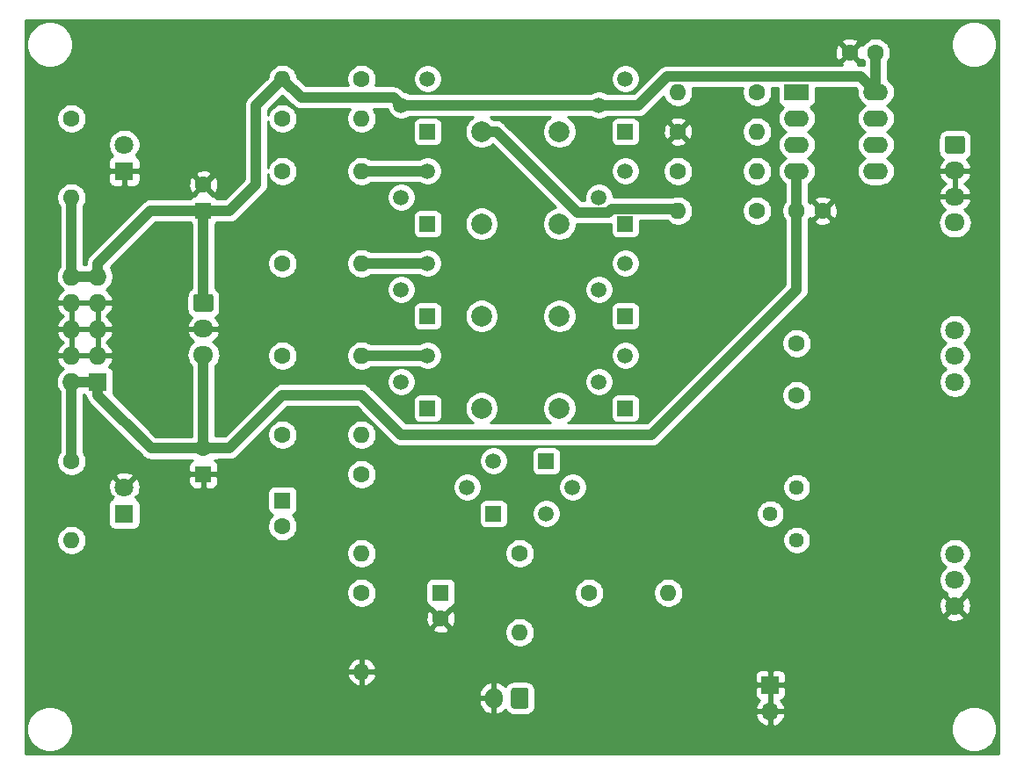
<source format=gbl>
G04 #@! TF.GenerationSoftware,KiCad,Pcbnew,(5.1.6)-1*
G04 #@! TF.CreationDate,2020-09-01T14:42:51+09:00*
G04 #@! TF.ProjectId,TLF01_V2,544c4630-315f-4563-922e-6b696361645f,A*
G04 #@! TF.SameCoordinates,Original*
G04 #@! TF.FileFunction,Copper,L2,Bot*
G04 #@! TF.FilePolarity,Positive*
%FSLAX46Y46*%
G04 Gerber Fmt 4.6, Leading zero omitted, Abs format (unit mm)*
G04 Created by KiCad (PCBNEW (5.1.6)-1) date 2020-09-01 14:42:51*
%MOMM*%
%LPD*%
G01*
G04 APERTURE LIST*
G04 #@! TA.AperFunction,ComponentPad*
%ADD10O,1.950000X1.700000*%
G04 #@! TD*
G04 #@! TA.AperFunction,ComponentPad*
%ADD11O,1.700000X2.000000*%
G04 #@! TD*
G04 #@! TA.AperFunction,ComponentPad*
%ADD12R,1.500000X1.500000*%
G04 #@! TD*
G04 #@! TA.AperFunction,ComponentPad*
%ADD13C,1.500000*%
G04 #@! TD*
G04 #@! TA.AperFunction,ComponentPad*
%ADD14C,1.440000*%
G04 #@! TD*
G04 #@! TA.AperFunction,ComponentPad*
%ADD15C,1.800000*%
G04 #@! TD*
G04 #@! TA.AperFunction,ComponentPad*
%ADD16C,1.600000*%
G04 #@! TD*
G04 #@! TA.AperFunction,ComponentPad*
%ADD17O,1.600000X1.600000*%
G04 #@! TD*
G04 #@! TA.AperFunction,ComponentPad*
%ADD18R,2.400000X1.600000*%
G04 #@! TD*
G04 #@! TA.AperFunction,ComponentPad*
%ADD19O,2.400000X1.600000*%
G04 #@! TD*
G04 #@! TA.AperFunction,ComponentPad*
%ADD20R,1.700000X1.700000*%
G04 #@! TD*
G04 #@! TA.AperFunction,ComponentPad*
%ADD21O,1.700000X1.700000*%
G04 #@! TD*
G04 #@! TA.AperFunction,ComponentPad*
%ADD22R,1.727200X1.727200*%
G04 #@! TD*
G04 #@! TA.AperFunction,ComponentPad*
%ADD23O,1.727200X1.727200*%
G04 #@! TD*
G04 #@! TA.AperFunction,ComponentPad*
%ADD24R,1.800000X1.800000*%
G04 #@! TD*
G04 #@! TA.AperFunction,ComponentPad*
%ADD25C,2.000000*%
G04 #@! TD*
G04 #@! TA.AperFunction,ComponentPad*
%ADD26R,1.600000X1.600000*%
G04 #@! TD*
G04 #@! TA.AperFunction,Conductor*
%ADD27C,1.000000*%
G04 #@! TD*
G04 #@! TA.AperFunction,Conductor*
%ADD28C,0.254000*%
G04 #@! TD*
G04 APERTURE END LIST*
D10*
X186690000Y-78620000D03*
X186690000Y-76120000D03*
X186690000Y-73620000D03*
G04 #@! TA.AperFunction,ComponentPad*
G36*
G01*
X185965000Y-70270000D02*
X187415000Y-70270000D01*
G75*
G02*
X187665000Y-70520000I0J-250000D01*
G01*
X187665000Y-71720000D01*
G75*
G02*
X187415000Y-71970000I-250000J0D01*
G01*
X185965000Y-71970000D01*
G75*
G02*
X185715000Y-71720000I0J250000D01*
G01*
X185715000Y-70520000D01*
G75*
G02*
X185965000Y-70270000I250000J0D01*
G01*
G37*
G04 #@! TD.AperFunction*
D11*
X142280000Y-124460000D03*
G04 #@! TA.AperFunction,ComponentPad*
G36*
G01*
X145630000Y-123710000D02*
X145630000Y-125210000D01*
G75*
G02*
X145380000Y-125460000I-250000J0D01*
G01*
X144180000Y-125460000D01*
G75*
G02*
X143930000Y-125210000I0J250000D01*
G01*
X143930000Y-123710000D01*
G75*
G02*
X144180000Y-123460000I250000J0D01*
G01*
X145380000Y-123460000D01*
G75*
G02*
X145630000Y-123710000I0J-250000D01*
G01*
G37*
G04 #@! TD.AperFunction*
D12*
X142240000Y-106680000D03*
D13*
X142240000Y-101600000D03*
X139700000Y-104140000D03*
D14*
X171450000Y-104140000D03*
X168910000Y-106680000D03*
X171450000Y-109220000D03*
D12*
X147320000Y-101600000D03*
D13*
X147320000Y-106680000D03*
X149860000Y-104140000D03*
D12*
X154940000Y-96520000D03*
D13*
X154940000Y-91440000D03*
X152400000Y-93980000D03*
D12*
X154940000Y-87630000D03*
D13*
X154940000Y-82550000D03*
X152400000Y-85090000D03*
D12*
X154940000Y-78740000D03*
D13*
X154940000Y-73660000D03*
X152400000Y-76200000D03*
D12*
X154940000Y-69850000D03*
D13*
X154940000Y-64770000D03*
X152400000Y-67310000D03*
D12*
X135890000Y-96520000D03*
D13*
X135890000Y-91440000D03*
X133350000Y-93980000D03*
D12*
X135890000Y-87630000D03*
D13*
X135890000Y-82550000D03*
X133350000Y-85090000D03*
D12*
X135890000Y-78740000D03*
D13*
X135890000Y-73660000D03*
X133350000Y-76200000D03*
D12*
X135890000Y-69850000D03*
D13*
X135890000Y-64770000D03*
X133350000Y-67310000D03*
D10*
X114300000Y-91360000D03*
X114300000Y-88860000D03*
G04 #@! TA.AperFunction,ComponentPad*
G36*
G01*
X113575000Y-85510000D02*
X115025000Y-85510000D01*
G75*
G02*
X115275000Y-85760000I0J-250000D01*
G01*
X115275000Y-86960000D01*
G75*
G02*
X115025000Y-87210000I-250000J0D01*
G01*
X113575000Y-87210000D01*
G75*
G02*
X113325000Y-86960000I0J250000D01*
G01*
X113325000Y-85760000D01*
G75*
G02*
X113575000Y-85510000I250000J0D01*
G01*
G37*
G04 #@! TD.AperFunction*
D15*
X186690000Y-115570000D03*
X186690000Y-113070000D03*
X186690000Y-110570000D03*
D16*
X129540000Y-64770000D03*
D17*
X121920000Y-64770000D03*
D16*
X171450000Y-95250000D03*
X171450000Y-90250000D03*
D18*
X171450000Y-66040000D03*
D19*
X179070000Y-73660000D03*
X171450000Y-68580000D03*
X179070000Y-71120000D03*
X171450000Y-71120000D03*
X179070000Y-68580000D03*
X171450000Y-73660000D03*
X179070000Y-66040000D03*
D15*
X186690000Y-93980000D03*
X186690000Y-91480000D03*
X186690000Y-88980000D03*
D16*
X167640000Y-66040000D03*
D17*
X160020000Y-66040000D03*
D16*
X151462900Y-114300000D03*
D17*
X159082900Y-114300000D03*
D16*
X160020000Y-69850000D03*
D17*
X167640000Y-69850000D03*
D16*
X160020000Y-73660000D03*
D17*
X167640000Y-73660000D03*
D16*
X167640000Y-77470000D03*
D17*
X160020000Y-77470000D03*
D16*
X144780000Y-110490000D03*
D17*
X144780000Y-118110000D03*
D16*
X129540000Y-114300000D03*
D17*
X129540000Y-121920000D03*
D16*
X121920000Y-91440000D03*
D17*
X129540000Y-91440000D03*
D16*
X121920000Y-82550000D03*
D17*
X129540000Y-82550000D03*
D16*
X121920000Y-73660000D03*
D17*
X129540000Y-73660000D03*
D16*
X121920000Y-68580000D03*
D17*
X129540000Y-68580000D03*
D16*
X129540000Y-102870000D03*
D17*
X129540000Y-110490000D03*
D16*
X121920000Y-99060000D03*
D17*
X129540000Y-99060000D03*
D16*
X101600000Y-101600000D03*
D17*
X101600000Y-109220000D03*
D16*
X101600000Y-68580000D03*
D17*
X101600000Y-76200000D03*
D20*
X168910000Y-123190000D03*
D21*
X168910000Y-125730000D03*
D22*
X104140000Y-93980000D03*
D23*
X101600000Y-93980000D03*
X104140000Y-91440000D03*
X101600000Y-91440000D03*
X104140000Y-88900000D03*
X101600000Y-88900000D03*
X104140000Y-86360000D03*
X101600000Y-86360000D03*
X104140000Y-83820000D03*
X101600000Y-83820000D03*
D24*
X106680000Y-106680000D03*
D15*
X106680000Y-104140000D03*
D24*
X106680000Y-73660000D03*
D15*
X106680000Y-71120000D03*
D16*
X173950000Y-77470000D03*
X171450000Y-77470000D03*
X176570000Y-62230000D03*
X179070000Y-62230000D03*
D25*
X148590000Y-96520000D03*
X141090000Y-96520000D03*
X148590000Y-87630000D03*
X141090000Y-87630000D03*
X148590000Y-78740000D03*
X141090000Y-78740000D03*
X148590000Y-69850000D03*
X141090000Y-69850000D03*
D26*
X137160000Y-114300000D03*
D16*
X137160000Y-116800000D03*
D26*
X121920000Y-105410000D03*
D16*
X121920000Y-107910000D03*
D26*
X114300000Y-102870000D03*
D16*
X114300000Y-100370000D03*
D26*
X114300000Y-77470000D03*
D16*
X114300000Y-74970000D03*
D27*
X104140000Y-83820000D02*
X101600000Y-83820000D01*
X101600000Y-83820000D02*
X101600000Y-76200000D01*
X114300000Y-86360000D02*
X114300000Y-77470000D01*
X123710001Y-66560001D02*
X121920000Y-64770000D01*
X132600001Y-66560001D02*
X123710001Y-66560001D01*
X133350000Y-67310000D02*
X132600001Y-66560001D01*
X179070000Y-62230000D02*
X179070000Y-66040000D01*
X152400000Y-67310000D02*
X133350000Y-67310000D01*
X152400000Y-67310000D02*
X156210000Y-67310000D01*
X177569999Y-64539999D02*
X179070000Y-66040000D01*
X158980001Y-64539999D02*
X177569999Y-64539999D01*
X156210000Y-67310000D02*
X158980001Y-64539999D01*
X119380000Y-74930000D02*
X119380000Y-67310000D01*
X114300000Y-77470000D02*
X116840000Y-77470000D01*
X119380000Y-67310000D02*
X121920000Y-64770000D01*
X116840000Y-77470000D02*
X119380000Y-74930000D01*
X104140000Y-83820000D02*
X104140000Y-82550000D01*
X109220000Y-77470000D02*
X114300000Y-77470000D01*
X104140000Y-82550000D02*
X109220000Y-77470000D01*
X104140000Y-93980000D02*
X101600000Y-93980000D01*
X101600000Y-93980000D02*
X101600000Y-101600000D01*
X114300000Y-100370000D02*
X114300000Y-91360000D01*
X171450000Y-78740000D02*
X171450000Y-77470000D01*
X157480000Y-99060000D02*
X171450000Y-85090000D01*
X171450000Y-85090000D02*
X171450000Y-78740000D01*
X114300000Y-91360000D02*
X114300000Y-91440000D01*
X129540000Y-95250000D02*
X133350000Y-99060000D01*
X133350000Y-99060000D02*
X157480000Y-99060000D01*
X104140000Y-93980000D02*
X104140000Y-95250000D01*
X109260000Y-100370000D02*
X114300000Y-100370000D01*
X104140000Y-95250000D02*
X109260000Y-100370000D01*
X114300000Y-100370000D02*
X115530000Y-100370000D01*
X115530000Y-100370000D02*
X115570000Y-100330000D01*
X115570000Y-100330000D02*
X116840000Y-100330000D01*
X116840000Y-100330000D02*
X121920000Y-95250000D01*
X121920000Y-95250000D02*
X129540000Y-95250000D01*
X171450000Y-73660000D02*
X171450000Y-77470000D01*
X159839999Y-77289999D02*
X160020000Y-77470000D01*
X153629999Y-77289999D02*
X159839999Y-77289999D01*
X153269997Y-77650001D02*
X153629999Y-77289999D01*
X150304214Y-77650001D02*
X153269997Y-77650001D01*
X142504213Y-69850000D02*
X150304214Y-77650001D01*
X141090000Y-69850000D02*
X142504213Y-69850000D01*
X129540000Y-73660000D02*
X135890000Y-73660000D01*
X129540000Y-82550000D02*
X135890000Y-82550000D01*
X129540000Y-91440000D02*
X135890000Y-91440000D01*
D28*
G36*
X190862901Y-129780160D02*
G01*
X97182900Y-129780160D01*
X97182900Y-127220032D01*
X97287900Y-127220032D01*
X97287900Y-127660288D01*
X97373790Y-128092085D01*
X97542269Y-128498829D01*
X97786862Y-128864889D01*
X98098171Y-129176198D01*
X98464231Y-129420791D01*
X98870975Y-129589270D01*
X99302772Y-129675160D01*
X99743028Y-129675160D01*
X100174825Y-129589270D01*
X100581569Y-129420791D01*
X100947629Y-129176198D01*
X101258938Y-128864889D01*
X101503531Y-128498829D01*
X101672010Y-128092085D01*
X101757900Y-127660288D01*
X101757900Y-127220032D01*
X186287900Y-127220032D01*
X186287900Y-127660288D01*
X186373790Y-128092085D01*
X186542269Y-128498829D01*
X186786862Y-128864889D01*
X187098171Y-129176198D01*
X187464231Y-129420791D01*
X187870975Y-129589270D01*
X188302772Y-129675160D01*
X188743028Y-129675160D01*
X189174825Y-129589270D01*
X189581569Y-129420791D01*
X189947629Y-129176198D01*
X190258938Y-128864889D01*
X190503531Y-128498829D01*
X190672010Y-128092085D01*
X190757900Y-127660288D01*
X190757900Y-127220032D01*
X190672010Y-126788235D01*
X190503531Y-126381491D01*
X190258938Y-126015431D01*
X189947629Y-125704122D01*
X189581569Y-125459529D01*
X189174825Y-125291050D01*
X188743028Y-125205160D01*
X188302772Y-125205160D01*
X187870975Y-125291050D01*
X187464231Y-125459529D01*
X187098171Y-125704122D01*
X186786862Y-126015431D01*
X186542269Y-126381491D01*
X186373790Y-126788235D01*
X186287900Y-127220032D01*
X101757900Y-127220032D01*
X101672010Y-126788235D01*
X101503531Y-126381491D01*
X101258938Y-126015431D01*
X100947629Y-125704122D01*
X100581569Y-125459529D01*
X100174825Y-125291050D01*
X99743028Y-125205160D01*
X99302772Y-125205160D01*
X98870975Y-125291050D01*
X98464231Y-125459529D01*
X98098171Y-125704122D01*
X97786862Y-126015431D01*
X97542269Y-126381491D01*
X97373790Y-126788235D01*
X97287900Y-127220032D01*
X97182900Y-127220032D01*
X97182900Y-124819742D01*
X140808715Y-124819742D01*
X140877904Y-125102745D01*
X141000975Y-125366812D01*
X141173198Y-125601795D01*
X141387954Y-125798664D01*
X141636991Y-125949854D01*
X141910739Y-126049554D01*
X141923110Y-126051476D01*
X142153000Y-125930155D01*
X142153000Y-124587000D01*
X140952768Y-124587000D01*
X140808715Y-124819742D01*
X97182900Y-124819742D01*
X97182900Y-124100258D01*
X140808715Y-124100258D01*
X140952768Y-124333000D01*
X142153000Y-124333000D01*
X142153000Y-122989845D01*
X142407000Y-122989845D01*
X142407000Y-124333000D01*
X142427000Y-124333000D01*
X142427000Y-124587000D01*
X142407000Y-124587000D01*
X142407000Y-125930155D01*
X142636890Y-126051476D01*
X142649261Y-126049554D01*
X142923009Y-125949854D01*
X143172046Y-125798664D01*
X143386802Y-125601795D01*
X143387086Y-125601407D01*
X143441595Y-125703386D01*
X143552038Y-125837962D01*
X143686614Y-125948405D01*
X143840150Y-126030472D01*
X144006746Y-126081008D01*
X144180000Y-126098072D01*
X145380000Y-126098072D01*
X145493532Y-126086890D01*
X167468524Y-126086890D01*
X167513175Y-126234099D01*
X167638359Y-126496920D01*
X167812412Y-126730269D01*
X168028645Y-126925178D01*
X168278748Y-127074157D01*
X168553109Y-127171481D01*
X168783000Y-127050814D01*
X168783000Y-125857000D01*
X169037000Y-125857000D01*
X169037000Y-127050814D01*
X169266891Y-127171481D01*
X169541252Y-127074157D01*
X169791355Y-126925178D01*
X170007588Y-126730269D01*
X170181641Y-126496920D01*
X170306825Y-126234099D01*
X170351476Y-126086890D01*
X170230155Y-125857000D01*
X169037000Y-125857000D01*
X168783000Y-125857000D01*
X167589845Y-125857000D01*
X167468524Y-126086890D01*
X145493532Y-126086890D01*
X145553254Y-126081008D01*
X145719850Y-126030472D01*
X145873386Y-125948405D01*
X146007962Y-125837962D01*
X146118405Y-125703386D01*
X146200472Y-125549850D01*
X146251008Y-125383254D01*
X146268072Y-125210000D01*
X146268072Y-124040000D01*
X167421928Y-124040000D01*
X167434188Y-124164482D01*
X167470498Y-124284180D01*
X167529463Y-124394494D01*
X167608815Y-124491185D01*
X167705506Y-124570537D01*
X167815820Y-124629502D01*
X167896466Y-124653966D01*
X167812412Y-124729731D01*
X167638359Y-124963080D01*
X167513175Y-125225901D01*
X167468524Y-125373110D01*
X167589845Y-125603000D01*
X168783000Y-125603000D01*
X168783000Y-123317000D01*
X169037000Y-123317000D01*
X169037000Y-125603000D01*
X170230155Y-125603000D01*
X170351476Y-125373110D01*
X170306825Y-125225901D01*
X170181641Y-124963080D01*
X170007588Y-124729731D01*
X169923534Y-124653966D01*
X170004180Y-124629502D01*
X170114494Y-124570537D01*
X170211185Y-124491185D01*
X170290537Y-124394494D01*
X170349502Y-124284180D01*
X170385812Y-124164482D01*
X170398072Y-124040000D01*
X170395000Y-123475750D01*
X170236250Y-123317000D01*
X169037000Y-123317000D01*
X168783000Y-123317000D01*
X167583750Y-123317000D01*
X167425000Y-123475750D01*
X167421928Y-124040000D01*
X146268072Y-124040000D01*
X146268072Y-123710000D01*
X146251008Y-123536746D01*
X146200472Y-123370150D01*
X146118405Y-123216614D01*
X146007962Y-123082038D01*
X145873386Y-122971595D01*
X145719850Y-122889528D01*
X145553254Y-122838992D01*
X145380000Y-122821928D01*
X144180000Y-122821928D01*
X144006746Y-122838992D01*
X143840150Y-122889528D01*
X143686614Y-122971595D01*
X143552038Y-123082038D01*
X143441595Y-123216614D01*
X143387086Y-123318593D01*
X143386802Y-123318205D01*
X143172046Y-123121336D01*
X142923009Y-122970146D01*
X142649261Y-122870446D01*
X142636890Y-122868524D01*
X142407000Y-122989845D01*
X142153000Y-122989845D01*
X141923110Y-122868524D01*
X141910739Y-122870446D01*
X141636991Y-122970146D01*
X141387954Y-123121336D01*
X141173198Y-123318205D01*
X141000975Y-123553188D01*
X140877904Y-123817255D01*
X140808715Y-124100258D01*
X97182900Y-124100258D01*
X97182900Y-122269040D01*
X128148091Y-122269040D01*
X128242930Y-122533881D01*
X128387615Y-122775131D01*
X128576586Y-122983519D01*
X128802580Y-123151037D01*
X129056913Y-123271246D01*
X129190961Y-123311904D01*
X129413000Y-123189915D01*
X129413000Y-122047000D01*
X129667000Y-122047000D01*
X129667000Y-123189915D01*
X129889039Y-123311904D01*
X130023087Y-123271246D01*
X130277420Y-123151037D01*
X130503414Y-122983519D01*
X130692385Y-122775131D01*
X130837070Y-122533881D01*
X130906498Y-122340000D01*
X167421928Y-122340000D01*
X167425000Y-122904250D01*
X167583750Y-123063000D01*
X168783000Y-123063000D01*
X168783000Y-121863750D01*
X169037000Y-121863750D01*
X169037000Y-123063000D01*
X170236250Y-123063000D01*
X170395000Y-122904250D01*
X170398072Y-122340000D01*
X170385812Y-122215518D01*
X170349502Y-122095820D01*
X170290537Y-121985506D01*
X170211185Y-121888815D01*
X170114494Y-121809463D01*
X170004180Y-121750498D01*
X169884482Y-121714188D01*
X169760000Y-121701928D01*
X169195750Y-121705000D01*
X169037000Y-121863750D01*
X168783000Y-121863750D01*
X168624250Y-121705000D01*
X168060000Y-121701928D01*
X167935518Y-121714188D01*
X167815820Y-121750498D01*
X167705506Y-121809463D01*
X167608815Y-121888815D01*
X167529463Y-121985506D01*
X167470498Y-122095820D01*
X167434188Y-122215518D01*
X167421928Y-122340000D01*
X130906498Y-122340000D01*
X130931909Y-122269040D01*
X130810624Y-122047000D01*
X129667000Y-122047000D01*
X129413000Y-122047000D01*
X128269376Y-122047000D01*
X128148091Y-122269040D01*
X97182900Y-122269040D01*
X97182900Y-121570960D01*
X128148091Y-121570960D01*
X128269376Y-121793000D01*
X129413000Y-121793000D01*
X129413000Y-120650085D01*
X129667000Y-120650085D01*
X129667000Y-121793000D01*
X130810624Y-121793000D01*
X130931909Y-121570960D01*
X130837070Y-121306119D01*
X130692385Y-121064869D01*
X130503414Y-120856481D01*
X130277420Y-120688963D01*
X130023087Y-120568754D01*
X129889039Y-120528096D01*
X129667000Y-120650085D01*
X129413000Y-120650085D01*
X129190961Y-120528096D01*
X129056913Y-120568754D01*
X128802580Y-120688963D01*
X128576586Y-120856481D01*
X128387615Y-121064869D01*
X128242930Y-121306119D01*
X128148091Y-121570960D01*
X97182900Y-121570960D01*
X97182900Y-117792702D01*
X136346903Y-117792702D01*
X136418486Y-118036671D01*
X136673996Y-118157571D01*
X136948184Y-118226300D01*
X137230512Y-118240217D01*
X137510130Y-118198787D01*
X137776292Y-118103603D01*
X137901514Y-118036671D01*
X137921467Y-117968665D01*
X143345000Y-117968665D01*
X143345000Y-118251335D01*
X143400147Y-118528574D01*
X143508320Y-118789727D01*
X143665363Y-119024759D01*
X143865241Y-119224637D01*
X144100273Y-119381680D01*
X144361426Y-119489853D01*
X144638665Y-119545000D01*
X144921335Y-119545000D01*
X145198574Y-119489853D01*
X145459727Y-119381680D01*
X145694759Y-119224637D01*
X145894637Y-119024759D01*
X146051680Y-118789727D01*
X146159853Y-118528574D01*
X146215000Y-118251335D01*
X146215000Y-117968665D01*
X146159853Y-117691426D01*
X146051680Y-117430273D01*
X145894637Y-117195241D01*
X145694759Y-116995363D01*
X145459727Y-116838320D01*
X145198574Y-116730147D01*
X144921335Y-116675000D01*
X144638665Y-116675000D01*
X144361426Y-116730147D01*
X144100273Y-116838320D01*
X143865241Y-116995363D01*
X143665363Y-117195241D01*
X143508320Y-117430273D01*
X143400147Y-117691426D01*
X143345000Y-117968665D01*
X137921467Y-117968665D01*
X137973097Y-117792702D01*
X137160000Y-116979605D01*
X136346903Y-117792702D01*
X97182900Y-117792702D01*
X97182900Y-116870512D01*
X135719783Y-116870512D01*
X135761213Y-117150130D01*
X135856397Y-117416292D01*
X135923329Y-117541514D01*
X136167298Y-117613097D01*
X136980395Y-116800000D01*
X137339605Y-116800000D01*
X138152702Y-117613097D01*
X138396671Y-117541514D01*
X138517571Y-117286004D01*
X138586300Y-117011816D01*
X138600217Y-116729488D01*
X138586081Y-116634080D01*
X185805525Y-116634080D01*
X185889208Y-116888261D01*
X186161775Y-117019158D01*
X186454642Y-117094365D01*
X186756553Y-117110991D01*
X187055907Y-117068397D01*
X187341199Y-116968222D01*
X187490792Y-116888261D01*
X187574475Y-116634080D01*
X186690000Y-115749605D01*
X185805525Y-116634080D01*
X138586081Y-116634080D01*
X138558787Y-116449870D01*
X138463603Y-116183708D01*
X138396671Y-116058486D01*
X138152702Y-115986903D01*
X137339605Y-116800000D01*
X136980395Y-116800000D01*
X136167298Y-115986903D01*
X135923329Y-116058486D01*
X135802429Y-116313996D01*
X135733700Y-116588184D01*
X135719783Y-116870512D01*
X97182900Y-116870512D01*
X97182900Y-114158665D01*
X128105000Y-114158665D01*
X128105000Y-114441335D01*
X128160147Y-114718574D01*
X128268320Y-114979727D01*
X128425363Y-115214759D01*
X128625241Y-115414637D01*
X128860273Y-115571680D01*
X129121426Y-115679853D01*
X129398665Y-115735000D01*
X129681335Y-115735000D01*
X129958574Y-115679853D01*
X130219727Y-115571680D01*
X130454759Y-115414637D01*
X130654637Y-115214759D01*
X130811680Y-114979727D01*
X130919853Y-114718574D01*
X130975000Y-114441335D01*
X130975000Y-114158665D01*
X130919853Y-113881426D01*
X130811680Y-113620273D01*
X130731317Y-113500000D01*
X135721928Y-113500000D01*
X135721928Y-115100000D01*
X135734188Y-115224482D01*
X135770498Y-115344180D01*
X135829463Y-115454494D01*
X135908815Y-115551185D01*
X136005506Y-115630537D01*
X136115820Y-115689502D01*
X136235518Y-115725812D01*
X136360000Y-115738072D01*
X136367215Y-115738072D01*
X136346903Y-115807298D01*
X137160000Y-116620395D01*
X137973097Y-115807298D01*
X137952785Y-115738072D01*
X137960000Y-115738072D01*
X138084482Y-115725812D01*
X138204180Y-115689502D01*
X138314494Y-115630537D01*
X138411185Y-115551185D01*
X138490537Y-115454494D01*
X138549502Y-115344180D01*
X138585812Y-115224482D01*
X138598072Y-115100000D01*
X138598072Y-114158665D01*
X150027900Y-114158665D01*
X150027900Y-114441335D01*
X150083047Y-114718574D01*
X150191220Y-114979727D01*
X150348263Y-115214759D01*
X150548141Y-115414637D01*
X150783173Y-115571680D01*
X151044326Y-115679853D01*
X151321565Y-115735000D01*
X151604235Y-115735000D01*
X151881474Y-115679853D01*
X152142627Y-115571680D01*
X152377659Y-115414637D01*
X152577537Y-115214759D01*
X152734580Y-114979727D01*
X152842753Y-114718574D01*
X152897900Y-114441335D01*
X152897900Y-114158665D01*
X157647900Y-114158665D01*
X157647900Y-114441335D01*
X157703047Y-114718574D01*
X157811220Y-114979727D01*
X157968263Y-115214759D01*
X158168141Y-115414637D01*
X158403173Y-115571680D01*
X158664326Y-115679853D01*
X158941565Y-115735000D01*
X159224235Y-115735000D01*
X159501474Y-115679853D01*
X159606009Y-115636553D01*
X185149009Y-115636553D01*
X185191603Y-115935907D01*
X185291778Y-116221199D01*
X185371739Y-116370792D01*
X185625920Y-116454475D01*
X186510395Y-115570000D01*
X186869605Y-115570000D01*
X187754080Y-116454475D01*
X188008261Y-116370792D01*
X188139158Y-116098225D01*
X188214365Y-115805358D01*
X188230991Y-115503447D01*
X188188397Y-115204093D01*
X188088222Y-114918801D01*
X188008261Y-114769208D01*
X187754080Y-114685525D01*
X186869605Y-115570000D01*
X186510395Y-115570000D01*
X185625920Y-114685525D01*
X185371739Y-114769208D01*
X185240842Y-115041775D01*
X185165635Y-115334642D01*
X185149009Y-115636553D01*
X159606009Y-115636553D01*
X159762627Y-115571680D01*
X159997659Y-115414637D01*
X160197537Y-115214759D01*
X160354580Y-114979727D01*
X160462753Y-114718574D01*
X160517900Y-114441335D01*
X160517900Y-114158665D01*
X160462753Y-113881426D01*
X160354580Y-113620273D01*
X160197537Y-113385241D01*
X159997659Y-113185363D01*
X159762627Y-113028320D01*
X159501474Y-112920147D01*
X159224235Y-112865000D01*
X158941565Y-112865000D01*
X158664326Y-112920147D01*
X158403173Y-113028320D01*
X158168141Y-113185363D01*
X157968263Y-113385241D01*
X157811220Y-113620273D01*
X157703047Y-113881426D01*
X157647900Y-114158665D01*
X152897900Y-114158665D01*
X152842753Y-113881426D01*
X152734580Y-113620273D01*
X152577537Y-113385241D01*
X152377659Y-113185363D01*
X152142627Y-113028320D01*
X151881474Y-112920147D01*
X151604235Y-112865000D01*
X151321565Y-112865000D01*
X151044326Y-112920147D01*
X150783173Y-113028320D01*
X150548141Y-113185363D01*
X150348263Y-113385241D01*
X150191220Y-113620273D01*
X150083047Y-113881426D01*
X150027900Y-114158665D01*
X138598072Y-114158665D01*
X138598072Y-113500000D01*
X138585812Y-113375518D01*
X138549502Y-113255820D01*
X138490537Y-113145506D01*
X138411185Y-113048815D01*
X138314494Y-112969463D01*
X138204180Y-112910498D01*
X138084482Y-112874188D01*
X137960000Y-112861928D01*
X136360000Y-112861928D01*
X136235518Y-112874188D01*
X136115820Y-112910498D01*
X136005506Y-112969463D01*
X135908815Y-113048815D01*
X135829463Y-113145506D01*
X135770498Y-113255820D01*
X135734188Y-113375518D01*
X135721928Y-113500000D01*
X130731317Y-113500000D01*
X130654637Y-113385241D01*
X130454759Y-113185363D01*
X130219727Y-113028320D01*
X129958574Y-112920147D01*
X129681335Y-112865000D01*
X129398665Y-112865000D01*
X129121426Y-112920147D01*
X128860273Y-113028320D01*
X128625241Y-113185363D01*
X128425363Y-113385241D01*
X128268320Y-113620273D01*
X128160147Y-113881426D01*
X128105000Y-114158665D01*
X97182900Y-114158665D01*
X97182900Y-109078665D01*
X100165000Y-109078665D01*
X100165000Y-109361335D01*
X100220147Y-109638574D01*
X100328320Y-109899727D01*
X100485363Y-110134759D01*
X100685241Y-110334637D01*
X100920273Y-110491680D01*
X101181426Y-110599853D01*
X101458665Y-110655000D01*
X101741335Y-110655000D01*
X102018574Y-110599853D01*
X102279727Y-110491680D01*
X102493764Y-110348665D01*
X128105000Y-110348665D01*
X128105000Y-110631335D01*
X128160147Y-110908574D01*
X128268320Y-111169727D01*
X128425363Y-111404759D01*
X128625241Y-111604637D01*
X128860273Y-111761680D01*
X129121426Y-111869853D01*
X129398665Y-111925000D01*
X129681335Y-111925000D01*
X129958574Y-111869853D01*
X130219727Y-111761680D01*
X130454759Y-111604637D01*
X130654637Y-111404759D01*
X130811680Y-111169727D01*
X130919853Y-110908574D01*
X130975000Y-110631335D01*
X130975000Y-110348665D01*
X143345000Y-110348665D01*
X143345000Y-110631335D01*
X143400147Y-110908574D01*
X143508320Y-111169727D01*
X143665363Y-111404759D01*
X143865241Y-111604637D01*
X144100273Y-111761680D01*
X144361426Y-111869853D01*
X144638665Y-111925000D01*
X144921335Y-111925000D01*
X145198574Y-111869853D01*
X145459727Y-111761680D01*
X145694759Y-111604637D01*
X145894637Y-111404759D01*
X146051680Y-111169727D01*
X146159853Y-110908574D01*
X146215000Y-110631335D01*
X146215000Y-110348665D01*
X146159853Y-110071426D01*
X146051680Y-109810273D01*
X145894637Y-109575241D01*
X145694759Y-109375363D01*
X145459727Y-109218320D01*
X145198574Y-109110147D01*
X145079916Y-109086544D01*
X170095000Y-109086544D01*
X170095000Y-109353456D01*
X170147072Y-109615239D01*
X170249215Y-109861833D01*
X170397503Y-110083762D01*
X170586238Y-110272497D01*
X170808167Y-110420785D01*
X171054761Y-110522928D01*
X171316544Y-110575000D01*
X171583456Y-110575000D01*
X171845239Y-110522928D01*
X172091833Y-110420785D01*
X172094779Y-110418816D01*
X185155000Y-110418816D01*
X185155000Y-110721184D01*
X185213989Y-111017743D01*
X185329701Y-111297095D01*
X185497688Y-111548505D01*
X185711495Y-111762312D01*
X185797831Y-111820000D01*
X185711495Y-111877688D01*
X185497688Y-112091495D01*
X185329701Y-112342905D01*
X185213989Y-112622257D01*
X185155000Y-112918816D01*
X185155000Y-113221184D01*
X185213989Y-113517743D01*
X185329701Y-113797095D01*
X185497688Y-114048505D01*
X185711495Y-114262312D01*
X185854310Y-114357738D01*
X185805525Y-114505920D01*
X186690000Y-115390395D01*
X187574475Y-114505920D01*
X187525690Y-114357738D01*
X187668505Y-114262312D01*
X187882312Y-114048505D01*
X188050299Y-113797095D01*
X188166011Y-113517743D01*
X188225000Y-113221184D01*
X188225000Y-112918816D01*
X188166011Y-112622257D01*
X188050299Y-112342905D01*
X187882312Y-112091495D01*
X187668505Y-111877688D01*
X187582169Y-111820000D01*
X187668505Y-111762312D01*
X187882312Y-111548505D01*
X188050299Y-111297095D01*
X188166011Y-111017743D01*
X188225000Y-110721184D01*
X188225000Y-110418816D01*
X188166011Y-110122257D01*
X188050299Y-109842905D01*
X187882312Y-109591495D01*
X187668505Y-109377688D01*
X187417095Y-109209701D01*
X187137743Y-109093989D01*
X186841184Y-109035000D01*
X186538816Y-109035000D01*
X186242257Y-109093989D01*
X185962905Y-109209701D01*
X185711495Y-109377688D01*
X185497688Y-109591495D01*
X185329701Y-109842905D01*
X185213989Y-110122257D01*
X185155000Y-110418816D01*
X172094779Y-110418816D01*
X172313762Y-110272497D01*
X172502497Y-110083762D01*
X172650785Y-109861833D01*
X172752928Y-109615239D01*
X172805000Y-109353456D01*
X172805000Y-109086544D01*
X172752928Y-108824761D01*
X172650785Y-108578167D01*
X172502497Y-108356238D01*
X172313762Y-108167503D01*
X172091833Y-108019215D01*
X171845239Y-107917072D01*
X171583456Y-107865000D01*
X171316544Y-107865000D01*
X171054761Y-107917072D01*
X170808167Y-108019215D01*
X170586238Y-108167503D01*
X170397503Y-108356238D01*
X170249215Y-108578167D01*
X170147072Y-108824761D01*
X170095000Y-109086544D01*
X145079916Y-109086544D01*
X144921335Y-109055000D01*
X144638665Y-109055000D01*
X144361426Y-109110147D01*
X144100273Y-109218320D01*
X143865241Y-109375363D01*
X143665363Y-109575241D01*
X143508320Y-109810273D01*
X143400147Y-110071426D01*
X143345000Y-110348665D01*
X130975000Y-110348665D01*
X130919853Y-110071426D01*
X130811680Y-109810273D01*
X130654637Y-109575241D01*
X130454759Y-109375363D01*
X130219727Y-109218320D01*
X129958574Y-109110147D01*
X129681335Y-109055000D01*
X129398665Y-109055000D01*
X129121426Y-109110147D01*
X128860273Y-109218320D01*
X128625241Y-109375363D01*
X128425363Y-109575241D01*
X128268320Y-109810273D01*
X128160147Y-110071426D01*
X128105000Y-110348665D01*
X102493764Y-110348665D01*
X102514759Y-110334637D01*
X102714637Y-110134759D01*
X102871680Y-109899727D01*
X102979853Y-109638574D01*
X103035000Y-109361335D01*
X103035000Y-109078665D01*
X102979853Y-108801426D01*
X102871680Y-108540273D01*
X102714637Y-108305241D01*
X102514759Y-108105363D01*
X102279727Y-107948320D01*
X102018574Y-107840147D01*
X101741335Y-107785000D01*
X101458665Y-107785000D01*
X101181426Y-107840147D01*
X100920273Y-107948320D01*
X100685241Y-108105363D01*
X100485363Y-108305241D01*
X100328320Y-108540273D01*
X100220147Y-108801426D01*
X100165000Y-109078665D01*
X97182900Y-109078665D01*
X97182900Y-104206553D01*
X105139009Y-104206553D01*
X105181603Y-104505907D01*
X105281778Y-104791199D01*
X105361739Y-104940792D01*
X105615918Y-105024474D01*
X105499970Y-105140422D01*
X105546735Y-105187187D01*
X105535820Y-105190498D01*
X105425506Y-105249463D01*
X105328815Y-105328815D01*
X105249463Y-105425506D01*
X105190498Y-105535820D01*
X105154188Y-105655518D01*
X105141928Y-105780000D01*
X105141928Y-107580000D01*
X105154188Y-107704482D01*
X105190498Y-107824180D01*
X105249463Y-107934494D01*
X105328815Y-108031185D01*
X105425506Y-108110537D01*
X105535820Y-108169502D01*
X105655518Y-108205812D01*
X105780000Y-108218072D01*
X107580000Y-108218072D01*
X107704482Y-108205812D01*
X107824180Y-108169502D01*
X107934494Y-108110537D01*
X108031185Y-108031185D01*
X108110537Y-107934494D01*
X108169502Y-107824180D01*
X108205812Y-107704482D01*
X108218072Y-107580000D01*
X108218072Y-105780000D01*
X108205812Y-105655518D01*
X108169502Y-105535820D01*
X108110537Y-105425506D01*
X108031185Y-105328815D01*
X107934494Y-105249463D01*
X107824180Y-105190498D01*
X107813265Y-105187187D01*
X107860030Y-105140422D01*
X107744082Y-105024474D01*
X107998261Y-104940792D01*
X108129158Y-104668225D01*
X108144109Y-104610000D01*
X120481928Y-104610000D01*
X120481928Y-106210000D01*
X120494188Y-106334482D01*
X120530498Y-106454180D01*
X120589463Y-106564494D01*
X120668815Y-106661185D01*
X120765506Y-106740537D01*
X120875820Y-106799502D01*
X120971943Y-106828661D01*
X120805363Y-106995241D01*
X120648320Y-107230273D01*
X120540147Y-107491426D01*
X120485000Y-107768665D01*
X120485000Y-108051335D01*
X120540147Y-108328574D01*
X120648320Y-108589727D01*
X120805363Y-108824759D01*
X121005241Y-109024637D01*
X121240273Y-109181680D01*
X121501426Y-109289853D01*
X121778665Y-109345000D01*
X122061335Y-109345000D01*
X122338574Y-109289853D01*
X122599727Y-109181680D01*
X122834759Y-109024637D01*
X123034637Y-108824759D01*
X123191680Y-108589727D01*
X123299853Y-108328574D01*
X123355000Y-108051335D01*
X123355000Y-107768665D01*
X123299853Y-107491426D01*
X123191680Y-107230273D01*
X123034637Y-106995241D01*
X122868057Y-106828661D01*
X122964180Y-106799502D01*
X123074494Y-106740537D01*
X123171185Y-106661185D01*
X123250537Y-106564494D01*
X123309502Y-106454180D01*
X123345812Y-106334482D01*
X123358072Y-106210000D01*
X123358072Y-105930000D01*
X140851928Y-105930000D01*
X140851928Y-107430000D01*
X140864188Y-107554482D01*
X140900498Y-107674180D01*
X140959463Y-107784494D01*
X141038815Y-107881185D01*
X141135506Y-107960537D01*
X141245820Y-108019502D01*
X141365518Y-108055812D01*
X141490000Y-108068072D01*
X142990000Y-108068072D01*
X143114482Y-108055812D01*
X143234180Y-108019502D01*
X143344494Y-107960537D01*
X143441185Y-107881185D01*
X143520537Y-107784494D01*
X143579502Y-107674180D01*
X143615812Y-107554482D01*
X143628072Y-107430000D01*
X143628072Y-106543589D01*
X145935000Y-106543589D01*
X145935000Y-106816411D01*
X145988225Y-107083989D01*
X146092629Y-107336043D01*
X146244201Y-107562886D01*
X146437114Y-107755799D01*
X146663957Y-107907371D01*
X146916011Y-108011775D01*
X147183589Y-108065000D01*
X147456411Y-108065000D01*
X147723989Y-108011775D01*
X147976043Y-107907371D01*
X148202886Y-107755799D01*
X148395799Y-107562886D01*
X148547371Y-107336043D01*
X148651775Y-107083989D01*
X148705000Y-106816411D01*
X148705000Y-106546544D01*
X167555000Y-106546544D01*
X167555000Y-106813456D01*
X167607072Y-107075239D01*
X167709215Y-107321833D01*
X167857503Y-107543762D01*
X168046238Y-107732497D01*
X168268167Y-107880785D01*
X168514761Y-107982928D01*
X168776544Y-108035000D01*
X169043456Y-108035000D01*
X169305239Y-107982928D01*
X169551833Y-107880785D01*
X169773762Y-107732497D01*
X169962497Y-107543762D01*
X170110785Y-107321833D01*
X170212928Y-107075239D01*
X170265000Y-106813456D01*
X170265000Y-106546544D01*
X170212928Y-106284761D01*
X170110785Y-106038167D01*
X169962497Y-105816238D01*
X169773762Y-105627503D01*
X169551833Y-105479215D01*
X169305239Y-105377072D01*
X169043456Y-105325000D01*
X168776544Y-105325000D01*
X168514761Y-105377072D01*
X168268167Y-105479215D01*
X168046238Y-105627503D01*
X167857503Y-105816238D01*
X167709215Y-106038167D01*
X167607072Y-106284761D01*
X167555000Y-106546544D01*
X148705000Y-106546544D01*
X148705000Y-106543589D01*
X148651775Y-106276011D01*
X148547371Y-106023957D01*
X148395799Y-105797114D01*
X148202886Y-105604201D01*
X147976043Y-105452629D01*
X147723989Y-105348225D01*
X147456411Y-105295000D01*
X147183589Y-105295000D01*
X146916011Y-105348225D01*
X146663957Y-105452629D01*
X146437114Y-105604201D01*
X146244201Y-105797114D01*
X146092629Y-106023957D01*
X145988225Y-106276011D01*
X145935000Y-106543589D01*
X143628072Y-106543589D01*
X143628072Y-105930000D01*
X143615812Y-105805518D01*
X143579502Y-105685820D01*
X143520537Y-105575506D01*
X143441185Y-105478815D01*
X143344494Y-105399463D01*
X143234180Y-105340498D01*
X143114482Y-105304188D01*
X142990000Y-105291928D01*
X141490000Y-105291928D01*
X141365518Y-105304188D01*
X141245820Y-105340498D01*
X141135506Y-105399463D01*
X141038815Y-105478815D01*
X140959463Y-105575506D01*
X140900498Y-105685820D01*
X140864188Y-105805518D01*
X140851928Y-105930000D01*
X123358072Y-105930000D01*
X123358072Y-104610000D01*
X123345812Y-104485518D01*
X123309502Y-104365820D01*
X123250537Y-104255506D01*
X123171185Y-104158815D01*
X123074494Y-104079463D01*
X122964180Y-104020498D01*
X122844482Y-103984188D01*
X122720000Y-103971928D01*
X121120000Y-103971928D01*
X120995518Y-103984188D01*
X120875820Y-104020498D01*
X120765506Y-104079463D01*
X120668815Y-104158815D01*
X120589463Y-104255506D01*
X120530498Y-104365820D01*
X120494188Y-104485518D01*
X120481928Y-104610000D01*
X108144109Y-104610000D01*
X108204365Y-104375358D01*
X108220991Y-104073447D01*
X108178397Y-103774093D01*
X108141847Y-103670000D01*
X112861928Y-103670000D01*
X112874188Y-103794482D01*
X112910498Y-103914180D01*
X112969463Y-104024494D01*
X113048815Y-104121185D01*
X113145506Y-104200537D01*
X113255820Y-104259502D01*
X113375518Y-104295812D01*
X113500000Y-104308072D01*
X114014250Y-104305000D01*
X114173000Y-104146250D01*
X114173000Y-102997000D01*
X114427000Y-102997000D01*
X114427000Y-104146250D01*
X114585750Y-104305000D01*
X115100000Y-104308072D01*
X115224482Y-104295812D01*
X115344180Y-104259502D01*
X115454494Y-104200537D01*
X115551185Y-104121185D01*
X115630537Y-104024494D01*
X115689502Y-103914180D01*
X115725812Y-103794482D01*
X115738072Y-103670000D01*
X115735000Y-103155750D01*
X115576250Y-102997000D01*
X114427000Y-102997000D01*
X114173000Y-102997000D01*
X113023750Y-102997000D01*
X112865000Y-103155750D01*
X112861928Y-103670000D01*
X108141847Y-103670000D01*
X108078222Y-103488801D01*
X107998261Y-103339208D01*
X107744080Y-103255525D01*
X106859605Y-104140000D01*
X106873748Y-104154143D01*
X106694143Y-104333748D01*
X106680000Y-104319605D01*
X106665858Y-104333748D01*
X106486253Y-104154143D01*
X106500395Y-104140000D01*
X105615920Y-103255525D01*
X105361739Y-103339208D01*
X105230842Y-103611775D01*
X105155635Y-103904642D01*
X105139009Y-104206553D01*
X97182900Y-104206553D01*
X97182900Y-103075920D01*
X105795525Y-103075920D01*
X106680000Y-103960395D01*
X107564475Y-103075920D01*
X107480792Y-102821739D01*
X107208225Y-102690842D01*
X106915358Y-102615635D01*
X106613447Y-102599009D01*
X106314093Y-102641603D01*
X106028801Y-102741778D01*
X105879208Y-102821739D01*
X105795525Y-103075920D01*
X97182900Y-103075920D01*
X97182900Y-89259026D01*
X100145042Y-89259026D01*
X100190778Y-89409814D01*
X100317316Y-89674944D01*
X100493146Y-89910293D01*
X100711512Y-90106817D01*
X100817770Y-90170000D01*
X100711512Y-90233183D01*
X100493146Y-90429707D01*
X100317316Y-90665056D01*
X100190778Y-90930186D01*
X100145042Y-91080974D01*
X100266183Y-91313000D01*
X101473000Y-91313000D01*
X101473000Y-89027000D01*
X101727000Y-89027000D01*
X101727000Y-91313000D01*
X104013000Y-91313000D01*
X104013000Y-89027000D01*
X104267000Y-89027000D01*
X104267000Y-91313000D01*
X105473817Y-91313000D01*
X105594958Y-91080974D01*
X105549222Y-90930186D01*
X105422684Y-90665056D01*
X105246854Y-90429707D01*
X105028488Y-90233183D01*
X104922230Y-90170000D01*
X105028488Y-90106817D01*
X105246854Y-89910293D01*
X105422684Y-89674944D01*
X105549222Y-89409814D01*
X105594958Y-89259026D01*
X105473817Y-89027000D01*
X104267000Y-89027000D01*
X104013000Y-89027000D01*
X101727000Y-89027000D01*
X101473000Y-89027000D01*
X100266183Y-89027000D01*
X100145042Y-89259026D01*
X97182900Y-89259026D01*
X97182900Y-86719026D01*
X100145042Y-86719026D01*
X100190778Y-86869814D01*
X100317316Y-87134944D01*
X100493146Y-87370293D01*
X100711512Y-87566817D01*
X100817770Y-87630000D01*
X100711512Y-87693183D01*
X100493146Y-87889707D01*
X100317316Y-88125056D01*
X100190778Y-88390186D01*
X100145042Y-88540974D01*
X100266183Y-88773000D01*
X101473000Y-88773000D01*
X101473000Y-86487000D01*
X101727000Y-86487000D01*
X101727000Y-88773000D01*
X104013000Y-88773000D01*
X104013000Y-86487000D01*
X104267000Y-86487000D01*
X104267000Y-88773000D01*
X105473817Y-88773000D01*
X105594958Y-88540974D01*
X105549222Y-88390186D01*
X105422684Y-88125056D01*
X105246854Y-87889707D01*
X105028488Y-87693183D01*
X104922230Y-87630000D01*
X105028488Y-87566817D01*
X105246854Y-87370293D01*
X105422684Y-87134944D01*
X105549222Y-86869814D01*
X105594958Y-86719026D01*
X105473817Y-86487000D01*
X104267000Y-86487000D01*
X104013000Y-86487000D01*
X101727000Y-86487000D01*
X101473000Y-86487000D01*
X100266183Y-86487000D01*
X100145042Y-86719026D01*
X97182900Y-86719026D01*
X97182900Y-83672401D01*
X100101400Y-83672401D01*
X100101400Y-83967599D01*
X100158990Y-84257125D01*
X100271958Y-84529853D01*
X100435961Y-84775302D01*
X100644698Y-84984039D01*
X100810103Y-85094559D01*
X100711512Y-85153183D01*
X100493146Y-85349707D01*
X100317316Y-85585056D01*
X100190778Y-85850186D01*
X100145042Y-86000974D01*
X100266183Y-86233000D01*
X101473000Y-86233000D01*
X101473000Y-86213000D01*
X101727000Y-86213000D01*
X101727000Y-86233000D01*
X104013000Y-86233000D01*
X104013000Y-86213000D01*
X104267000Y-86213000D01*
X104267000Y-86233000D01*
X105473817Y-86233000D01*
X105594958Y-86000974D01*
X105549222Y-85850186D01*
X105422684Y-85585056D01*
X105246854Y-85349707D01*
X105028488Y-85153183D01*
X104929897Y-85094559D01*
X105095302Y-84984039D01*
X105304039Y-84775302D01*
X105468042Y-84529853D01*
X105581010Y-84257125D01*
X105638600Y-83967599D01*
X105638600Y-83672401D01*
X105581010Y-83382875D01*
X105468042Y-83110147D01*
X105354665Y-82940466D01*
X109690132Y-78605000D01*
X112959043Y-78605000D01*
X112969463Y-78624494D01*
X113048815Y-78721185D01*
X113145506Y-78800537D01*
X113165001Y-78810957D01*
X113165000Y-84977024D01*
X113081614Y-85021595D01*
X112947038Y-85132038D01*
X112836595Y-85266614D01*
X112754528Y-85420150D01*
X112703992Y-85586746D01*
X112686928Y-85760000D01*
X112686928Y-86960000D01*
X112703992Y-87133254D01*
X112754528Y-87299850D01*
X112836595Y-87453386D01*
X112947038Y-87587962D01*
X113081614Y-87698405D01*
X113186961Y-87754714D01*
X113165571Y-87770951D01*
X112972504Y-87988807D01*
X112825648Y-88240142D01*
X112733524Y-88503110D01*
X112854845Y-88733000D01*
X114173000Y-88733000D01*
X114173000Y-88713000D01*
X114427000Y-88713000D01*
X114427000Y-88733000D01*
X115745155Y-88733000D01*
X115866476Y-88503110D01*
X115774352Y-88240142D01*
X115627496Y-87988807D01*
X115434429Y-87770951D01*
X115413039Y-87754714D01*
X115518386Y-87698405D01*
X115652962Y-87587962D01*
X115763405Y-87453386D01*
X115845472Y-87299850D01*
X115896008Y-87133254D01*
X115913072Y-86960000D01*
X115913072Y-86880000D01*
X134501928Y-86880000D01*
X134501928Y-88380000D01*
X134514188Y-88504482D01*
X134550498Y-88624180D01*
X134609463Y-88734494D01*
X134688815Y-88831185D01*
X134785506Y-88910537D01*
X134895820Y-88969502D01*
X135015518Y-89005812D01*
X135140000Y-89018072D01*
X136640000Y-89018072D01*
X136764482Y-89005812D01*
X136884180Y-88969502D01*
X136994494Y-88910537D01*
X137091185Y-88831185D01*
X137170537Y-88734494D01*
X137229502Y-88624180D01*
X137265812Y-88504482D01*
X137278072Y-88380000D01*
X137278072Y-87468967D01*
X139455000Y-87468967D01*
X139455000Y-87791033D01*
X139517832Y-88106912D01*
X139641082Y-88404463D01*
X139820013Y-88672252D01*
X140047748Y-88899987D01*
X140315537Y-89078918D01*
X140613088Y-89202168D01*
X140928967Y-89265000D01*
X141251033Y-89265000D01*
X141566912Y-89202168D01*
X141864463Y-89078918D01*
X142132252Y-88899987D01*
X142359987Y-88672252D01*
X142538918Y-88404463D01*
X142662168Y-88106912D01*
X142725000Y-87791033D01*
X142725000Y-87468967D01*
X146955000Y-87468967D01*
X146955000Y-87791033D01*
X147017832Y-88106912D01*
X147141082Y-88404463D01*
X147320013Y-88672252D01*
X147547748Y-88899987D01*
X147815537Y-89078918D01*
X148113088Y-89202168D01*
X148428967Y-89265000D01*
X148751033Y-89265000D01*
X149066912Y-89202168D01*
X149364463Y-89078918D01*
X149632252Y-88899987D01*
X149859987Y-88672252D01*
X150038918Y-88404463D01*
X150162168Y-88106912D01*
X150225000Y-87791033D01*
X150225000Y-87468967D01*
X150162168Y-87153088D01*
X150049051Y-86880000D01*
X153551928Y-86880000D01*
X153551928Y-88380000D01*
X153564188Y-88504482D01*
X153600498Y-88624180D01*
X153659463Y-88734494D01*
X153738815Y-88831185D01*
X153835506Y-88910537D01*
X153945820Y-88969502D01*
X154065518Y-89005812D01*
X154190000Y-89018072D01*
X155690000Y-89018072D01*
X155814482Y-89005812D01*
X155934180Y-88969502D01*
X156044494Y-88910537D01*
X156141185Y-88831185D01*
X156220537Y-88734494D01*
X156279502Y-88624180D01*
X156315812Y-88504482D01*
X156328072Y-88380000D01*
X156328072Y-86880000D01*
X156315812Y-86755518D01*
X156279502Y-86635820D01*
X156220537Y-86525506D01*
X156141185Y-86428815D01*
X156044494Y-86349463D01*
X155934180Y-86290498D01*
X155814482Y-86254188D01*
X155690000Y-86241928D01*
X154190000Y-86241928D01*
X154065518Y-86254188D01*
X153945820Y-86290498D01*
X153835506Y-86349463D01*
X153738815Y-86428815D01*
X153659463Y-86525506D01*
X153600498Y-86635820D01*
X153564188Y-86755518D01*
X153551928Y-86880000D01*
X150049051Y-86880000D01*
X150038918Y-86855537D01*
X149859987Y-86587748D01*
X149632252Y-86360013D01*
X149364463Y-86181082D01*
X149066912Y-86057832D01*
X148751033Y-85995000D01*
X148428967Y-85995000D01*
X148113088Y-86057832D01*
X147815537Y-86181082D01*
X147547748Y-86360013D01*
X147320013Y-86587748D01*
X147141082Y-86855537D01*
X147017832Y-87153088D01*
X146955000Y-87468967D01*
X142725000Y-87468967D01*
X142662168Y-87153088D01*
X142538918Y-86855537D01*
X142359987Y-86587748D01*
X142132252Y-86360013D01*
X141864463Y-86181082D01*
X141566912Y-86057832D01*
X141251033Y-85995000D01*
X140928967Y-85995000D01*
X140613088Y-86057832D01*
X140315537Y-86181082D01*
X140047748Y-86360013D01*
X139820013Y-86587748D01*
X139641082Y-86855537D01*
X139517832Y-87153088D01*
X139455000Y-87468967D01*
X137278072Y-87468967D01*
X137278072Y-86880000D01*
X137265812Y-86755518D01*
X137229502Y-86635820D01*
X137170537Y-86525506D01*
X137091185Y-86428815D01*
X136994494Y-86349463D01*
X136884180Y-86290498D01*
X136764482Y-86254188D01*
X136640000Y-86241928D01*
X135140000Y-86241928D01*
X135015518Y-86254188D01*
X134895820Y-86290498D01*
X134785506Y-86349463D01*
X134688815Y-86428815D01*
X134609463Y-86525506D01*
X134550498Y-86635820D01*
X134514188Y-86755518D01*
X134501928Y-86880000D01*
X115913072Y-86880000D01*
X115913072Y-85760000D01*
X115896008Y-85586746D01*
X115845472Y-85420150D01*
X115763405Y-85266614D01*
X115652962Y-85132038D01*
X115518386Y-85021595D01*
X115435000Y-84977024D01*
X115435000Y-84953589D01*
X131965000Y-84953589D01*
X131965000Y-85226411D01*
X132018225Y-85493989D01*
X132122629Y-85746043D01*
X132274201Y-85972886D01*
X132467114Y-86165799D01*
X132693957Y-86317371D01*
X132946011Y-86421775D01*
X133213589Y-86475000D01*
X133486411Y-86475000D01*
X133753989Y-86421775D01*
X134006043Y-86317371D01*
X134232886Y-86165799D01*
X134425799Y-85972886D01*
X134577371Y-85746043D01*
X134681775Y-85493989D01*
X134735000Y-85226411D01*
X134735000Y-84953589D01*
X151015000Y-84953589D01*
X151015000Y-85226411D01*
X151068225Y-85493989D01*
X151172629Y-85746043D01*
X151324201Y-85972886D01*
X151517114Y-86165799D01*
X151743957Y-86317371D01*
X151996011Y-86421775D01*
X152263589Y-86475000D01*
X152536411Y-86475000D01*
X152803989Y-86421775D01*
X153056043Y-86317371D01*
X153282886Y-86165799D01*
X153475799Y-85972886D01*
X153627371Y-85746043D01*
X153731775Y-85493989D01*
X153785000Y-85226411D01*
X153785000Y-84953589D01*
X153731775Y-84686011D01*
X153627371Y-84433957D01*
X153475799Y-84207114D01*
X153282886Y-84014201D01*
X153056043Y-83862629D01*
X152803989Y-83758225D01*
X152536411Y-83705000D01*
X152263589Y-83705000D01*
X151996011Y-83758225D01*
X151743957Y-83862629D01*
X151517114Y-84014201D01*
X151324201Y-84207114D01*
X151172629Y-84433957D01*
X151068225Y-84686011D01*
X151015000Y-84953589D01*
X134735000Y-84953589D01*
X134681775Y-84686011D01*
X134577371Y-84433957D01*
X134425799Y-84207114D01*
X134232886Y-84014201D01*
X134006043Y-83862629D01*
X133753989Y-83758225D01*
X133486411Y-83705000D01*
X133213589Y-83705000D01*
X132946011Y-83758225D01*
X132693957Y-83862629D01*
X132467114Y-84014201D01*
X132274201Y-84207114D01*
X132122629Y-84433957D01*
X132018225Y-84686011D01*
X131965000Y-84953589D01*
X115435000Y-84953589D01*
X115435000Y-82408665D01*
X120485000Y-82408665D01*
X120485000Y-82691335D01*
X120540147Y-82968574D01*
X120648320Y-83229727D01*
X120805363Y-83464759D01*
X121005241Y-83664637D01*
X121240273Y-83821680D01*
X121501426Y-83929853D01*
X121778665Y-83985000D01*
X122061335Y-83985000D01*
X122338574Y-83929853D01*
X122599727Y-83821680D01*
X122834759Y-83664637D01*
X123034637Y-83464759D01*
X123191680Y-83229727D01*
X123299853Y-82968574D01*
X123355000Y-82691335D01*
X123355000Y-82408665D01*
X128105000Y-82408665D01*
X128105000Y-82691335D01*
X128160147Y-82968574D01*
X128268320Y-83229727D01*
X128425363Y-83464759D01*
X128625241Y-83664637D01*
X128860273Y-83821680D01*
X129121426Y-83929853D01*
X129398665Y-83985000D01*
X129681335Y-83985000D01*
X129958574Y-83929853D01*
X130219727Y-83821680D01*
X130424284Y-83685000D01*
X135095714Y-83685000D01*
X135233957Y-83777371D01*
X135486011Y-83881775D01*
X135753589Y-83935000D01*
X136026411Y-83935000D01*
X136293989Y-83881775D01*
X136546043Y-83777371D01*
X136772886Y-83625799D01*
X136965799Y-83432886D01*
X137117371Y-83206043D01*
X137221775Y-82953989D01*
X137275000Y-82686411D01*
X137275000Y-82413589D01*
X153555000Y-82413589D01*
X153555000Y-82686411D01*
X153608225Y-82953989D01*
X153712629Y-83206043D01*
X153864201Y-83432886D01*
X154057114Y-83625799D01*
X154283957Y-83777371D01*
X154536011Y-83881775D01*
X154803589Y-83935000D01*
X155076411Y-83935000D01*
X155343989Y-83881775D01*
X155596043Y-83777371D01*
X155822886Y-83625799D01*
X156015799Y-83432886D01*
X156167371Y-83206043D01*
X156271775Y-82953989D01*
X156325000Y-82686411D01*
X156325000Y-82413589D01*
X156271775Y-82146011D01*
X156167371Y-81893957D01*
X156015799Y-81667114D01*
X155822886Y-81474201D01*
X155596043Y-81322629D01*
X155343989Y-81218225D01*
X155076411Y-81165000D01*
X154803589Y-81165000D01*
X154536011Y-81218225D01*
X154283957Y-81322629D01*
X154057114Y-81474201D01*
X153864201Y-81667114D01*
X153712629Y-81893957D01*
X153608225Y-82146011D01*
X153555000Y-82413589D01*
X137275000Y-82413589D01*
X137221775Y-82146011D01*
X137117371Y-81893957D01*
X136965799Y-81667114D01*
X136772886Y-81474201D01*
X136546043Y-81322629D01*
X136293989Y-81218225D01*
X136026411Y-81165000D01*
X135753589Y-81165000D01*
X135486011Y-81218225D01*
X135233957Y-81322629D01*
X135095714Y-81415000D01*
X130424284Y-81415000D01*
X130219727Y-81278320D01*
X129958574Y-81170147D01*
X129681335Y-81115000D01*
X129398665Y-81115000D01*
X129121426Y-81170147D01*
X128860273Y-81278320D01*
X128625241Y-81435363D01*
X128425363Y-81635241D01*
X128268320Y-81870273D01*
X128160147Y-82131426D01*
X128105000Y-82408665D01*
X123355000Y-82408665D01*
X123299853Y-82131426D01*
X123191680Y-81870273D01*
X123034637Y-81635241D01*
X122834759Y-81435363D01*
X122599727Y-81278320D01*
X122338574Y-81170147D01*
X122061335Y-81115000D01*
X121778665Y-81115000D01*
X121501426Y-81170147D01*
X121240273Y-81278320D01*
X121005241Y-81435363D01*
X120805363Y-81635241D01*
X120648320Y-81870273D01*
X120540147Y-82131426D01*
X120485000Y-82408665D01*
X115435000Y-82408665D01*
X115435000Y-78810957D01*
X115454494Y-78800537D01*
X115551185Y-78721185D01*
X115630537Y-78624494D01*
X115640957Y-78605000D01*
X116784249Y-78605000D01*
X116840000Y-78610491D01*
X116895751Y-78605000D01*
X116895752Y-78605000D01*
X117062499Y-78588577D01*
X117276447Y-78523676D01*
X117473623Y-78418284D01*
X117646449Y-78276449D01*
X117681996Y-78233135D01*
X117925131Y-77990000D01*
X134501928Y-77990000D01*
X134501928Y-79490000D01*
X134514188Y-79614482D01*
X134550498Y-79734180D01*
X134609463Y-79844494D01*
X134688815Y-79941185D01*
X134785506Y-80020537D01*
X134895820Y-80079502D01*
X135015518Y-80115812D01*
X135140000Y-80128072D01*
X136640000Y-80128072D01*
X136764482Y-80115812D01*
X136884180Y-80079502D01*
X136994494Y-80020537D01*
X137091185Y-79941185D01*
X137170537Y-79844494D01*
X137229502Y-79734180D01*
X137265812Y-79614482D01*
X137278072Y-79490000D01*
X137278072Y-78578967D01*
X139455000Y-78578967D01*
X139455000Y-78901033D01*
X139517832Y-79216912D01*
X139641082Y-79514463D01*
X139820013Y-79782252D01*
X140047748Y-80009987D01*
X140315537Y-80188918D01*
X140613088Y-80312168D01*
X140928967Y-80375000D01*
X141251033Y-80375000D01*
X141566912Y-80312168D01*
X141864463Y-80188918D01*
X142132252Y-80009987D01*
X142359987Y-79782252D01*
X142538918Y-79514463D01*
X142662168Y-79216912D01*
X142725000Y-78901033D01*
X142725000Y-78578967D01*
X142662168Y-78263088D01*
X142538918Y-77965537D01*
X142359987Y-77697748D01*
X142132252Y-77470013D01*
X141864463Y-77291082D01*
X141566912Y-77167832D01*
X141251033Y-77105000D01*
X140928967Y-77105000D01*
X140613088Y-77167832D01*
X140315537Y-77291082D01*
X140047748Y-77470013D01*
X139820013Y-77697748D01*
X139641082Y-77965537D01*
X139517832Y-78263088D01*
X139455000Y-78578967D01*
X137278072Y-78578967D01*
X137278072Y-77990000D01*
X137265812Y-77865518D01*
X137229502Y-77745820D01*
X137170537Y-77635506D01*
X137091185Y-77538815D01*
X136994494Y-77459463D01*
X136884180Y-77400498D01*
X136764482Y-77364188D01*
X136640000Y-77351928D01*
X135140000Y-77351928D01*
X135015518Y-77364188D01*
X134895820Y-77400498D01*
X134785506Y-77459463D01*
X134688815Y-77538815D01*
X134609463Y-77635506D01*
X134550498Y-77745820D01*
X134514188Y-77865518D01*
X134501928Y-77990000D01*
X117925131Y-77990000D01*
X119851542Y-76063589D01*
X131965000Y-76063589D01*
X131965000Y-76336411D01*
X132018225Y-76603989D01*
X132122629Y-76856043D01*
X132274201Y-77082886D01*
X132467114Y-77275799D01*
X132693957Y-77427371D01*
X132946011Y-77531775D01*
X133213589Y-77585000D01*
X133486411Y-77585000D01*
X133753989Y-77531775D01*
X134006043Y-77427371D01*
X134232886Y-77275799D01*
X134425799Y-77082886D01*
X134577371Y-76856043D01*
X134681775Y-76603989D01*
X134735000Y-76336411D01*
X134735000Y-76063589D01*
X134681775Y-75796011D01*
X134577371Y-75543957D01*
X134425799Y-75317114D01*
X134232886Y-75124201D01*
X134006043Y-74972629D01*
X133753989Y-74868225D01*
X133486411Y-74815000D01*
X133213589Y-74815000D01*
X132946011Y-74868225D01*
X132693957Y-74972629D01*
X132467114Y-75124201D01*
X132274201Y-75317114D01*
X132122629Y-75543957D01*
X132018225Y-75796011D01*
X131965000Y-76063589D01*
X119851542Y-76063589D01*
X120143141Y-75771991D01*
X120186449Y-75736449D01*
X120328284Y-75563623D01*
X120433676Y-75366447D01*
X120498577Y-75152499D01*
X120515000Y-74985752D01*
X120515000Y-74985743D01*
X120520490Y-74930001D01*
X120515000Y-74874259D01*
X120515000Y-73952153D01*
X120540147Y-74078574D01*
X120648320Y-74339727D01*
X120805363Y-74574759D01*
X121005241Y-74774637D01*
X121240273Y-74931680D01*
X121501426Y-75039853D01*
X121778665Y-75095000D01*
X122061335Y-75095000D01*
X122338574Y-75039853D01*
X122599727Y-74931680D01*
X122834759Y-74774637D01*
X123034637Y-74574759D01*
X123191680Y-74339727D01*
X123299853Y-74078574D01*
X123355000Y-73801335D01*
X123355000Y-73518665D01*
X128105000Y-73518665D01*
X128105000Y-73801335D01*
X128160147Y-74078574D01*
X128268320Y-74339727D01*
X128425363Y-74574759D01*
X128625241Y-74774637D01*
X128860273Y-74931680D01*
X129121426Y-75039853D01*
X129398665Y-75095000D01*
X129681335Y-75095000D01*
X129958574Y-75039853D01*
X130219727Y-74931680D01*
X130424284Y-74795000D01*
X135095714Y-74795000D01*
X135233957Y-74887371D01*
X135486011Y-74991775D01*
X135753589Y-75045000D01*
X136026411Y-75045000D01*
X136293989Y-74991775D01*
X136546043Y-74887371D01*
X136772886Y-74735799D01*
X136965799Y-74542886D01*
X137117371Y-74316043D01*
X137221775Y-74063989D01*
X137275000Y-73796411D01*
X137275000Y-73523589D01*
X137221775Y-73256011D01*
X137117371Y-73003957D01*
X136965799Y-72777114D01*
X136772886Y-72584201D01*
X136546043Y-72432629D01*
X136293989Y-72328225D01*
X136026411Y-72275000D01*
X135753589Y-72275000D01*
X135486011Y-72328225D01*
X135233957Y-72432629D01*
X135095714Y-72525000D01*
X130424284Y-72525000D01*
X130219727Y-72388320D01*
X129958574Y-72280147D01*
X129681335Y-72225000D01*
X129398665Y-72225000D01*
X129121426Y-72280147D01*
X128860273Y-72388320D01*
X128625241Y-72545363D01*
X128425363Y-72745241D01*
X128268320Y-72980273D01*
X128160147Y-73241426D01*
X128105000Y-73518665D01*
X123355000Y-73518665D01*
X123299853Y-73241426D01*
X123191680Y-72980273D01*
X123034637Y-72745241D01*
X122834759Y-72545363D01*
X122599727Y-72388320D01*
X122338574Y-72280147D01*
X122061335Y-72225000D01*
X121778665Y-72225000D01*
X121501426Y-72280147D01*
X121240273Y-72388320D01*
X121005241Y-72545363D01*
X120805363Y-72745241D01*
X120648320Y-72980273D01*
X120540147Y-73241426D01*
X120515000Y-73367847D01*
X120515000Y-68872153D01*
X120540147Y-68998574D01*
X120648320Y-69259727D01*
X120805363Y-69494759D01*
X121005241Y-69694637D01*
X121240273Y-69851680D01*
X121501426Y-69959853D01*
X121778665Y-70015000D01*
X122061335Y-70015000D01*
X122338574Y-69959853D01*
X122599727Y-69851680D01*
X122834759Y-69694637D01*
X123034637Y-69494759D01*
X123191680Y-69259727D01*
X123299853Y-68998574D01*
X123355000Y-68721335D01*
X123355000Y-68438665D01*
X123299853Y-68161426D01*
X123191680Y-67900273D01*
X123034637Y-67665241D01*
X122834759Y-67465363D01*
X122599727Y-67308320D01*
X122338574Y-67200147D01*
X122061335Y-67145000D01*
X121778665Y-67145000D01*
X121501426Y-67200147D01*
X121240273Y-67308320D01*
X121005241Y-67465363D01*
X120805363Y-67665241D01*
X120648320Y-67900273D01*
X120540147Y-68161426D01*
X120515000Y-68287847D01*
X120515000Y-67780131D01*
X121920000Y-66375132D01*
X122868014Y-67323147D01*
X122903552Y-67366450D01*
X122946855Y-67401988D01*
X122946857Y-67401990D01*
X123076378Y-67508285D01*
X123273554Y-67613677D01*
X123487502Y-67678578D01*
X123710001Y-67700492D01*
X123765753Y-67695001D01*
X128405478Y-67695001D01*
X128268320Y-67900273D01*
X128160147Y-68161426D01*
X128105000Y-68438665D01*
X128105000Y-68721335D01*
X128160147Y-68998574D01*
X128268320Y-69259727D01*
X128425363Y-69494759D01*
X128625241Y-69694637D01*
X128860273Y-69851680D01*
X129121426Y-69959853D01*
X129398665Y-70015000D01*
X129681335Y-70015000D01*
X129958574Y-69959853D01*
X130219727Y-69851680D01*
X130454759Y-69694637D01*
X130654637Y-69494759D01*
X130811680Y-69259727D01*
X130877841Y-69100000D01*
X134501928Y-69100000D01*
X134501928Y-70600000D01*
X134514188Y-70724482D01*
X134550498Y-70844180D01*
X134609463Y-70954494D01*
X134688815Y-71051185D01*
X134785506Y-71130537D01*
X134895820Y-71189502D01*
X135015518Y-71225812D01*
X135140000Y-71238072D01*
X136640000Y-71238072D01*
X136764482Y-71225812D01*
X136884180Y-71189502D01*
X136994494Y-71130537D01*
X137091185Y-71051185D01*
X137170537Y-70954494D01*
X137229502Y-70844180D01*
X137265812Y-70724482D01*
X137278072Y-70600000D01*
X137278072Y-69100000D01*
X137265812Y-68975518D01*
X137229502Y-68855820D01*
X137170537Y-68745506D01*
X137091185Y-68648815D01*
X136994494Y-68569463D01*
X136884180Y-68510498D01*
X136764482Y-68474188D01*
X136640000Y-68461928D01*
X135140000Y-68461928D01*
X135015518Y-68474188D01*
X134895820Y-68510498D01*
X134785506Y-68569463D01*
X134688815Y-68648815D01*
X134609463Y-68745506D01*
X134550498Y-68855820D01*
X134514188Y-68975518D01*
X134501928Y-69100000D01*
X130877841Y-69100000D01*
X130919853Y-68998574D01*
X130975000Y-68721335D01*
X130975000Y-68438665D01*
X130919853Y-68161426D01*
X130811680Y-67900273D01*
X130674522Y-67695001D01*
X132014448Y-67695001D01*
X132018225Y-67713989D01*
X132122629Y-67966043D01*
X132274201Y-68192886D01*
X132467114Y-68385799D01*
X132693957Y-68537371D01*
X132946011Y-68641775D01*
X133213589Y-68695000D01*
X133486411Y-68695000D01*
X133753989Y-68641775D01*
X134006043Y-68537371D01*
X134144286Y-68445000D01*
X140249809Y-68445000D01*
X140047748Y-68580013D01*
X139820013Y-68807748D01*
X139641082Y-69075537D01*
X139517832Y-69373088D01*
X139455000Y-69688967D01*
X139455000Y-70011033D01*
X139517832Y-70326912D01*
X139641082Y-70624463D01*
X139820013Y-70892252D01*
X140047748Y-71119987D01*
X140315537Y-71298918D01*
X140613088Y-71422168D01*
X140928967Y-71485000D01*
X141251033Y-71485000D01*
X141566912Y-71422168D01*
X141864463Y-71298918D01*
X142132252Y-71119987D01*
X142150660Y-71101579D01*
X148199688Y-77150606D01*
X148113088Y-77167832D01*
X147815537Y-77291082D01*
X147547748Y-77470013D01*
X147320013Y-77697748D01*
X147141082Y-77965537D01*
X147017832Y-78263088D01*
X146955000Y-78578967D01*
X146955000Y-78901033D01*
X147017832Y-79216912D01*
X147141082Y-79514463D01*
X147320013Y-79782252D01*
X147547748Y-80009987D01*
X147815537Y-80188918D01*
X148113088Y-80312168D01*
X148428967Y-80375000D01*
X148751033Y-80375000D01*
X149066912Y-80312168D01*
X149364463Y-80188918D01*
X149632252Y-80009987D01*
X149859987Y-79782252D01*
X150038918Y-79514463D01*
X150162168Y-79216912D01*
X150225000Y-78901033D01*
X150225000Y-78782690D01*
X150248462Y-78785001D01*
X150248469Y-78785001D01*
X150304213Y-78790491D01*
X150359957Y-78785001D01*
X153214246Y-78785001D01*
X153269997Y-78790492D01*
X153325748Y-78785001D01*
X153325749Y-78785001D01*
X153492496Y-78768578D01*
X153551928Y-78750549D01*
X153551928Y-79490000D01*
X153564188Y-79614482D01*
X153600498Y-79734180D01*
X153659463Y-79844494D01*
X153738815Y-79941185D01*
X153835506Y-80020537D01*
X153945820Y-80079502D01*
X154065518Y-80115812D01*
X154190000Y-80128072D01*
X155690000Y-80128072D01*
X155814482Y-80115812D01*
X155934180Y-80079502D01*
X156044494Y-80020537D01*
X156141185Y-79941185D01*
X156220537Y-79844494D01*
X156279502Y-79734180D01*
X156315812Y-79614482D01*
X156328072Y-79490000D01*
X156328072Y-78424999D01*
X158945603Y-78424999D01*
X159105241Y-78584637D01*
X159340273Y-78741680D01*
X159601426Y-78849853D01*
X159878665Y-78905000D01*
X160161335Y-78905000D01*
X160438574Y-78849853D01*
X160699727Y-78741680D01*
X160934759Y-78584637D01*
X161134637Y-78384759D01*
X161291680Y-78149727D01*
X161399853Y-77888574D01*
X161455000Y-77611335D01*
X161455000Y-77328665D01*
X166205000Y-77328665D01*
X166205000Y-77611335D01*
X166260147Y-77888574D01*
X166368320Y-78149727D01*
X166525363Y-78384759D01*
X166725241Y-78584637D01*
X166960273Y-78741680D01*
X167221426Y-78849853D01*
X167498665Y-78905000D01*
X167781335Y-78905000D01*
X168058574Y-78849853D01*
X168319727Y-78741680D01*
X168554759Y-78584637D01*
X168754637Y-78384759D01*
X168911680Y-78149727D01*
X169019853Y-77888574D01*
X169075000Y-77611335D01*
X169075000Y-77328665D01*
X169019853Y-77051426D01*
X168911680Y-76790273D01*
X168754637Y-76555241D01*
X168554759Y-76355363D01*
X168319727Y-76198320D01*
X168058574Y-76090147D01*
X167781335Y-76035000D01*
X167498665Y-76035000D01*
X167221426Y-76090147D01*
X166960273Y-76198320D01*
X166725241Y-76355363D01*
X166525363Y-76555241D01*
X166368320Y-76790273D01*
X166260147Y-77051426D01*
X166205000Y-77328665D01*
X161455000Y-77328665D01*
X161399853Y-77051426D01*
X161291680Y-76790273D01*
X161134637Y-76555241D01*
X160934759Y-76355363D01*
X160699727Y-76198320D01*
X160438574Y-76090147D01*
X160161335Y-76035000D01*
X159878665Y-76035000D01*
X159601426Y-76090147D01*
X159444859Y-76154999D01*
X153785000Y-76154999D01*
X153785000Y-76063589D01*
X153731775Y-75796011D01*
X153627371Y-75543957D01*
X153475799Y-75317114D01*
X153282886Y-75124201D01*
X153056043Y-74972629D01*
X152803989Y-74868225D01*
X152536411Y-74815000D01*
X152263589Y-74815000D01*
X151996011Y-74868225D01*
X151743957Y-74972629D01*
X151517114Y-75124201D01*
X151324201Y-75317114D01*
X151172629Y-75543957D01*
X151068225Y-75796011D01*
X151015000Y-76063589D01*
X151015000Y-76336411D01*
X151050524Y-76515001D01*
X150774346Y-76515001D01*
X147782934Y-73523589D01*
X153555000Y-73523589D01*
X153555000Y-73796411D01*
X153608225Y-74063989D01*
X153712629Y-74316043D01*
X153864201Y-74542886D01*
X154057114Y-74735799D01*
X154283957Y-74887371D01*
X154536011Y-74991775D01*
X154803589Y-75045000D01*
X155076411Y-75045000D01*
X155343989Y-74991775D01*
X155596043Y-74887371D01*
X155822886Y-74735799D01*
X156015799Y-74542886D01*
X156167371Y-74316043D01*
X156271775Y-74063989D01*
X156325000Y-73796411D01*
X156325000Y-73523589D01*
X156324021Y-73518665D01*
X158585000Y-73518665D01*
X158585000Y-73801335D01*
X158640147Y-74078574D01*
X158748320Y-74339727D01*
X158905363Y-74574759D01*
X159105241Y-74774637D01*
X159340273Y-74931680D01*
X159601426Y-75039853D01*
X159878665Y-75095000D01*
X160161335Y-75095000D01*
X160438574Y-75039853D01*
X160699727Y-74931680D01*
X160934759Y-74774637D01*
X161134637Y-74574759D01*
X161291680Y-74339727D01*
X161399853Y-74078574D01*
X161455000Y-73801335D01*
X161455000Y-73518665D01*
X166205000Y-73518665D01*
X166205000Y-73801335D01*
X166260147Y-74078574D01*
X166368320Y-74339727D01*
X166525363Y-74574759D01*
X166725241Y-74774637D01*
X166960273Y-74931680D01*
X167221426Y-75039853D01*
X167498665Y-75095000D01*
X167781335Y-75095000D01*
X168058574Y-75039853D01*
X168319727Y-74931680D01*
X168554759Y-74774637D01*
X168754637Y-74574759D01*
X168911680Y-74339727D01*
X169019853Y-74078574D01*
X169075000Y-73801335D01*
X169075000Y-73518665D01*
X169019853Y-73241426D01*
X168911680Y-72980273D01*
X168754637Y-72745241D01*
X168554759Y-72545363D01*
X168319727Y-72388320D01*
X168058574Y-72280147D01*
X167781335Y-72225000D01*
X167498665Y-72225000D01*
X167221426Y-72280147D01*
X166960273Y-72388320D01*
X166725241Y-72545363D01*
X166525363Y-72745241D01*
X166368320Y-72980273D01*
X166260147Y-73241426D01*
X166205000Y-73518665D01*
X161455000Y-73518665D01*
X161399853Y-73241426D01*
X161291680Y-72980273D01*
X161134637Y-72745241D01*
X160934759Y-72545363D01*
X160699727Y-72388320D01*
X160438574Y-72280147D01*
X160161335Y-72225000D01*
X159878665Y-72225000D01*
X159601426Y-72280147D01*
X159340273Y-72388320D01*
X159105241Y-72545363D01*
X158905363Y-72745241D01*
X158748320Y-72980273D01*
X158640147Y-73241426D01*
X158585000Y-73518665D01*
X156324021Y-73518665D01*
X156271775Y-73256011D01*
X156167371Y-73003957D01*
X156015799Y-72777114D01*
X155822886Y-72584201D01*
X155596043Y-72432629D01*
X155343989Y-72328225D01*
X155076411Y-72275000D01*
X154803589Y-72275000D01*
X154536011Y-72328225D01*
X154283957Y-72432629D01*
X154057114Y-72584201D01*
X153864201Y-72777114D01*
X153712629Y-73003957D01*
X153608225Y-73256011D01*
X153555000Y-73523589D01*
X147782934Y-73523589D01*
X143346209Y-69086865D01*
X143310662Y-69043551D01*
X143137836Y-68901716D01*
X142940660Y-68796324D01*
X142726712Y-68731423D01*
X142559965Y-68715000D01*
X142559964Y-68715000D01*
X142504213Y-68709509D01*
X142448462Y-68715000D01*
X142267239Y-68715000D01*
X142132252Y-68580013D01*
X141930191Y-68445000D01*
X147749809Y-68445000D01*
X147547748Y-68580013D01*
X147320013Y-68807748D01*
X147141082Y-69075537D01*
X147017832Y-69373088D01*
X146955000Y-69688967D01*
X146955000Y-70011033D01*
X147017832Y-70326912D01*
X147141082Y-70624463D01*
X147320013Y-70892252D01*
X147547748Y-71119987D01*
X147815537Y-71298918D01*
X148113088Y-71422168D01*
X148428967Y-71485000D01*
X148751033Y-71485000D01*
X149066912Y-71422168D01*
X149364463Y-71298918D01*
X149632252Y-71119987D01*
X149859987Y-70892252D01*
X150038918Y-70624463D01*
X150162168Y-70326912D01*
X150225000Y-70011033D01*
X150225000Y-69688967D01*
X150162168Y-69373088D01*
X150049051Y-69100000D01*
X153551928Y-69100000D01*
X153551928Y-70600000D01*
X153564188Y-70724482D01*
X153600498Y-70844180D01*
X153659463Y-70954494D01*
X153738815Y-71051185D01*
X153835506Y-71130537D01*
X153945820Y-71189502D01*
X154065518Y-71225812D01*
X154190000Y-71238072D01*
X155690000Y-71238072D01*
X155814482Y-71225812D01*
X155934180Y-71189502D01*
X156044494Y-71130537D01*
X156141185Y-71051185D01*
X156220537Y-70954494D01*
X156279502Y-70844180D01*
X156279950Y-70842702D01*
X159206903Y-70842702D01*
X159278486Y-71086671D01*
X159533996Y-71207571D01*
X159808184Y-71276300D01*
X160090512Y-71290217D01*
X160370130Y-71248787D01*
X160636292Y-71153603D01*
X160761514Y-71086671D01*
X160833097Y-70842702D01*
X160020000Y-70029605D01*
X159206903Y-70842702D01*
X156279950Y-70842702D01*
X156315812Y-70724482D01*
X156328072Y-70600000D01*
X156328072Y-69920512D01*
X158579783Y-69920512D01*
X158621213Y-70200130D01*
X158716397Y-70466292D01*
X158783329Y-70591514D01*
X159027298Y-70663097D01*
X159840395Y-69850000D01*
X160199605Y-69850000D01*
X161012702Y-70663097D01*
X161256671Y-70591514D01*
X161377571Y-70336004D01*
X161446300Y-70061816D01*
X161460217Y-69779488D01*
X161449724Y-69708665D01*
X166205000Y-69708665D01*
X166205000Y-69991335D01*
X166260147Y-70268574D01*
X166368320Y-70529727D01*
X166525363Y-70764759D01*
X166725241Y-70964637D01*
X166960273Y-71121680D01*
X167221426Y-71229853D01*
X167498665Y-71285000D01*
X167781335Y-71285000D01*
X168058574Y-71229853D01*
X168319727Y-71121680D01*
X168554759Y-70964637D01*
X168754637Y-70764759D01*
X168911680Y-70529727D01*
X169019853Y-70268574D01*
X169075000Y-69991335D01*
X169075000Y-69708665D01*
X169019853Y-69431426D01*
X168911680Y-69170273D01*
X168754637Y-68935241D01*
X168554759Y-68735363D01*
X168319727Y-68578320D01*
X168058574Y-68470147D01*
X167781335Y-68415000D01*
X167498665Y-68415000D01*
X167221426Y-68470147D01*
X166960273Y-68578320D01*
X166725241Y-68735363D01*
X166525363Y-68935241D01*
X166368320Y-69170273D01*
X166260147Y-69431426D01*
X166205000Y-69708665D01*
X161449724Y-69708665D01*
X161418787Y-69499870D01*
X161323603Y-69233708D01*
X161256671Y-69108486D01*
X161012702Y-69036903D01*
X160199605Y-69850000D01*
X159840395Y-69850000D01*
X159027298Y-69036903D01*
X158783329Y-69108486D01*
X158662429Y-69363996D01*
X158593700Y-69638184D01*
X158579783Y-69920512D01*
X156328072Y-69920512D01*
X156328072Y-69100000D01*
X156315812Y-68975518D01*
X156279951Y-68857298D01*
X159206903Y-68857298D01*
X160020000Y-69670395D01*
X160833097Y-68857298D01*
X160761514Y-68613329D01*
X160506004Y-68492429D01*
X160231816Y-68423700D01*
X159949488Y-68409783D01*
X159669870Y-68451213D01*
X159403708Y-68546397D01*
X159278486Y-68613329D01*
X159206903Y-68857298D01*
X156279951Y-68857298D01*
X156279502Y-68855820D01*
X156220537Y-68745506D01*
X156141185Y-68648815D01*
X156044494Y-68569463D01*
X155934180Y-68510498D01*
X155814482Y-68474188D01*
X155690000Y-68461928D01*
X154190000Y-68461928D01*
X154065518Y-68474188D01*
X153945820Y-68510498D01*
X153835506Y-68569463D01*
X153738815Y-68648815D01*
X153659463Y-68745506D01*
X153600498Y-68855820D01*
X153564188Y-68975518D01*
X153551928Y-69100000D01*
X150049051Y-69100000D01*
X150038918Y-69075537D01*
X149859987Y-68807748D01*
X149632252Y-68580013D01*
X149430191Y-68445000D01*
X151605714Y-68445000D01*
X151743957Y-68537371D01*
X151996011Y-68641775D01*
X152263589Y-68695000D01*
X152536411Y-68695000D01*
X152803989Y-68641775D01*
X153056043Y-68537371D01*
X153194286Y-68445000D01*
X156154249Y-68445000D01*
X156210000Y-68450491D01*
X156265751Y-68445000D01*
X156265752Y-68445000D01*
X156432499Y-68428577D01*
X156646447Y-68363676D01*
X156843623Y-68258284D01*
X157016449Y-68116449D01*
X157051996Y-68073135D01*
X158647882Y-66477249D01*
X158748320Y-66719727D01*
X158905363Y-66954759D01*
X159105241Y-67154637D01*
X159340273Y-67311680D01*
X159601426Y-67419853D01*
X159878665Y-67475000D01*
X160161335Y-67475000D01*
X160438574Y-67419853D01*
X160699727Y-67311680D01*
X160934759Y-67154637D01*
X161134637Y-66954759D01*
X161291680Y-66719727D01*
X161399853Y-66458574D01*
X161455000Y-66181335D01*
X161455000Y-65898665D01*
X161410509Y-65674999D01*
X166249491Y-65674999D01*
X166205000Y-65898665D01*
X166205000Y-66181335D01*
X166260147Y-66458574D01*
X166368320Y-66719727D01*
X166525363Y-66954759D01*
X166725241Y-67154637D01*
X166960273Y-67311680D01*
X167221426Y-67419853D01*
X167498665Y-67475000D01*
X167781335Y-67475000D01*
X168058574Y-67419853D01*
X168319727Y-67311680D01*
X168554759Y-67154637D01*
X168754637Y-66954759D01*
X168911680Y-66719727D01*
X169019853Y-66458574D01*
X169075000Y-66181335D01*
X169075000Y-65898665D01*
X169030509Y-65674999D01*
X169611928Y-65674999D01*
X169611928Y-66840000D01*
X169624188Y-66964482D01*
X169660498Y-67084180D01*
X169719463Y-67194494D01*
X169798815Y-67291185D01*
X169895506Y-67370537D01*
X170005820Y-67429502D01*
X170125518Y-67465812D01*
X170143482Y-67467581D01*
X170030392Y-67560392D01*
X169851068Y-67778899D01*
X169717818Y-68028192D01*
X169635764Y-68298691D01*
X169608057Y-68580000D01*
X169635764Y-68861309D01*
X169717818Y-69131808D01*
X169851068Y-69381101D01*
X170030392Y-69599608D01*
X170248899Y-69778932D01*
X170381858Y-69850000D01*
X170248899Y-69921068D01*
X170030392Y-70100392D01*
X169851068Y-70318899D01*
X169717818Y-70568192D01*
X169635764Y-70838691D01*
X169608057Y-71120000D01*
X169635764Y-71401309D01*
X169717818Y-71671808D01*
X169851068Y-71921101D01*
X170030392Y-72139608D01*
X170248899Y-72318932D01*
X170381858Y-72390000D01*
X170248899Y-72461068D01*
X170030392Y-72640392D01*
X169851068Y-72858899D01*
X169717818Y-73108192D01*
X169635764Y-73378691D01*
X169608057Y-73660000D01*
X169635764Y-73941309D01*
X169717818Y-74211808D01*
X169851068Y-74461101D01*
X170030392Y-74679608D01*
X170248899Y-74858932D01*
X170315000Y-74894264D01*
X170315001Y-76585715D01*
X170178320Y-76790273D01*
X170070147Y-77051426D01*
X170015000Y-77328665D01*
X170015000Y-77611335D01*
X170070147Y-77888574D01*
X170178320Y-78149727D01*
X170315000Y-78354284D01*
X170315000Y-78795751D01*
X170315001Y-78795761D01*
X170315000Y-84619868D01*
X157009869Y-97925000D01*
X149430191Y-97925000D01*
X149632252Y-97789987D01*
X149859987Y-97562252D01*
X150038918Y-97294463D01*
X150162168Y-96996912D01*
X150225000Y-96681033D01*
X150225000Y-96358967D01*
X150162168Y-96043088D01*
X150049051Y-95770000D01*
X153551928Y-95770000D01*
X153551928Y-97270000D01*
X153564188Y-97394482D01*
X153600498Y-97514180D01*
X153659463Y-97624494D01*
X153738815Y-97721185D01*
X153835506Y-97800537D01*
X153945820Y-97859502D01*
X154065518Y-97895812D01*
X154190000Y-97908072D01*
X155690000Y-97908072D01*
X155814482Y-97895812D01*
X155934180Y-97859502D01*
X156044494Y-97800537D01*
X156141185Y-97721185D01*
X156220537Y-97624494D01*
X156279502Y-97514180D01*
X156315812Y-97394482D01*
X156328072Y-97270000D01*
X156328072Y-95770000D01*
X156315812Y-95645518D01*
X156279502Y-95525820D01*
X156220537Y-95415506D01*
X156141185Y-95318815D01*
X156044494Y-95239463D01*
X155934180Y-95180498D01*
X155814482Y-95144188D01*
X155690000Y-95131928D01*
X154190000Y-95131928D01*
X154065518Y-95144188D01*
X153945820Y-95180498D01*
X153835506Y-95239463D01*
X153738815Y-95318815D01*
X153659463Y-95415506D01*
X153600498Y-95525820D01*
X153564188Y-95645518D01*
X153551928Y-95770000D01*
X150049051Y-95770000D01*
X150038918Y-95745537D01*
X149859987Y-95477748D01*
X149632252Y-95250013D01*
X149364463Y-95071082D01*
X149066912Y-94947832D01*
X148751033Y-94885000D01*
X148428967Y-94885000D01*
X148113088Y-94947832D01*
X147815537Y-95071082D01*
X147547748Y-95250013D01*
X147320013Y-95477748D01*
X147141082Y-95745537D01*
X147017832Y-96043088D01*
X146955000Y-96358967D01*
X146955000Y-96681033D01*
X147017832Y-96996912D01*
X147141082Y-97294463D01*
X147320013Y-97562252D01*
X147547748Y-97789987D01*
X147749809Y-97925000D01*
X141930191Y-97925000D01*
X142132252Y-97789987D01*
X142359987Y-97562252D01*
X142538918Y-97294463D01*
X142662168Y-96996912D01*
X142725000Y-96681033D01*
X142725000Y-96358967D01*
X142662168Y-96043088D01*
X142538918Y-95745537D01*
X142359987Y-95477748D01*
X142132252Y-95250013D01*
X141864463Y-95071082D01*
X141566912Y-94947832D01*
X141251033Y-94885000D01*
X140928967Y-94885000D01*
X140613088Y-94947832D01*
X140315537Y-95071082D01*
X140047748Y-95250013D01*
X139820013Y-95477748D01*
X139641082Y-95745537D01*
X139517832Y-96043088D01*
X139455000Y-96358967D01*
X139455000Y-96681033D01*
X139517832Y-96996912D01*
X139641082Y-97294463D01*
X139820013Y-97562252D01*
X140047748Y-97789987D01*
X140249809Y-97925000D01*
X133820133Y-97925000D01*
X131665132Y-95770000D01*
X134501928Y-95770000D01*
X134501928Y-97270000D01*
X134514188Y-97394482D01*
X134550498Y-97514180D01*
X134609463Y-97624494D01*
X134688815Y-97721185D01*
X134785506Y-97800537D01*
X134895820Y-97859502D01*
X135015518Y-97895812D01*
X135140000Y-97908072D01*
X136640000Y-97908072D01*
X136764482Y-97895812D01*
X136884180Y-97859502D01*
X136994494Y-97800537D01*
X137091185Y-97721185D01*
X137170537Y-97624494D01*
X137229502Y-97514180D01*
X137265812Y-97394482D01*
X137278072Y-97270000D01*
X137278072Y-95770000D01*
X137265812Y-95645518D01*
X137229502Y-95525820D01*
X137170537Y-95415506D01*
X137091185Y-95318815D01*
X136994494Y-95239463D01*
X136884180Y-95180498D01*
X136764482Y-95144188D01*
X136640000Y-95131928D01*
X135140000Y-95131928D01*
X135015518Y-95144188D01*
X134895820Y-95180498D01*
X134785506Y-95239463D01*
X134688815Y-95318815D01*
X134609463Y-95415506D01*
X134550498Y-95525820D01*
X134514188Y-95645518D01*
X134501928Y-95770000D01*
X131665132Y-95770000D01*
X130381996Y-94486865D01*
X130346449Y-94443551D01*
X130173623Y-94301716D01*
X129976447Y-94196324D01*
X129762499Y-94131423D01*
X129595752Y-94115000D01*
X129595751Y-94115000D01*
X129540000Y-94109509D01*
X129484249Y-94115000D01*
X121975751Y-94115000D01*
X121920000Y-94109509D01*
X121864248Y-94115000D01*
X121697501Y-94131423D01*
X121483553Y-94196324D01*
X121286377Y-94301716D01*
X121113551Y-94443551D01*
X121078009Y-94486859D01*
X116369869Y-99195000D01*
X115625752Y-99195000D01*
X115570000Y-99189509D01*
X115514249Y-99195000D01*
X115514248Y-99195000D01*
X115435000Y-99202805D01*
X115435000Y-93843589D01*
X131965000Y-93843589D01*
X131965000Y-94116411D01*
X132018225Y-94383989D01*
X132122629Y-94636043D01*
X132274201Y-94862886D01*
X132467114Y-95055799D01*
X132693957Y-95207371D01*
X132946011Y-95311775D01*
X133213589Y-95365000D01*
X133486411Y-95365000D01*
X133753989Y-95311775D01*
X134006043Y-95207371D01*
X134232886Y-95055799D01*
X134425799Y-94862886D01*
X134577371Y-94636043D01*
X134681775Y-94383989D01*
X134735000Y-94116411D01*
X134735000Y-93843589D01*
X151015000Y-93843589D01*
X151015000Y-94116411D01*
X151068225Y-94383989D01*
X151172629Y-94636043D01*
X151324201Y-94862886D01*
X151517114Y-95055799D01*
X151743957Y-95207371D01*
X151996011Y-95311775D01*
X152263589Y-95365000D01*
X152536411Y-95365000D01*
X152803989Y-95311775D01*
X153056043Y-95207371D01*
X153282886Y-95055799D01*
X153475799Y-94862886D01*
X153627371Y-94636043D01*
X153731775Y-94383989D01*
X153785000Y-94116411D01*
X153785000Y-93843589D01*
X153731775Y-93576011D01*
X153627371Y-93323957D01*
X153475799Y-93097114D01*
X153282886Y-92904201D01*
X153056043Y-92752629D01*
X152803989Y-92648225D01*
X152536411Y-92595000D01*
X152263589Y-92595000D01*
X151996011Y-92648225D01*
X151743957Y-92752629D01*
X151517114Y-92904201D01*
X151324201Y-93097114D01*
X151172629Y-93323957D01*
X151068225Y-93576011D01*
X151015000Y-93843589D01*
X134735000Y-93843589D01*
X134681775Y-93576011D01*
X134577371Y-93323957D01*
X134425799Y-93097114D01*
X134232886Y-92904201D01*
X134006043Y-92752629D01*
X133753989Y-92648225D01*
X133486411Y-92595000D01*
X133213589Y-92595000D01*
X132946011Y-92648225D01*
X132693957Y-92752629D01*
X132467114Y-92904201D01*
X132274201Y-93097114D01*
X132122629Y-93323957D01*
X132018225Y-93576011D01*
X131965000Y-93843589D01*
X115435000Y-93843589D01*
X115435000Y-92452175D01*
X115480134Y-92415134D01*
X115665706Y-92189014D01*
X115803599Y-91931034D01*
X115888513Y-91651111D01*
X115917185Y-91360000D01*
X115911145Y-91298665D01*
X120485000Y-91298665D01*
X120485000Y-91581335D01*
X120540147Y-91858574D01*
X120648320Y-92119727D01*
X120805363Y-92354759D01*
X121005241Y-92554637D01*
X121240273Y-92711680D01*
X121501426Y-92819853D01*
X121778665Y-92875000D01*
X122061335Y-92875000D01*
X122338574Y-92819853D01*
X122599727Y-92711680D01*
X122834759Y-92554637D01*
X123034637Y-92354759D01*
X123191680Y-92119727D01*
X123299853Y-91858574D01*
X123355000Y-91581335D01*
X123355000Y-91298665D01*
X128105000Y-91298665D01*
X128105000Y-91581335D01*
X128160147Y-91858574D01*
X128268320Y-92119727D01*
X128425363Y-92354759D01*
X128625241Y-92554637D01*
X128860273Y-92711680D01*
X129121426Y-92819853D01*
X129398665Y-92875000D01*
X129681335Y-92875000D01*
X129958574Y-92819853D01*
X130219727Y-92711680D01*
X130424284Y-92575000D01*
X135095714Y-92575000D01*
X135233957Y-92667371D01*
X135486011Y-92771775D01*
X135753589Y-92825000D01*
X136026411Y-92825000D01*
X136293989Y-92771775D01*
X136546043Y-92667371D01*
X136772886Y-92515799D01*
X136965799Y-92322886D01*
X137117371Y-92096043D01*
X137221775Y-91843989D01*
X137275000Y-91576411D01*
X137275000Y-91303589D01*
X153555000Y-91303589D01*
X153555000Y-91576411D01*
X153608225Y-91843989D01*
X153712629Y-92096043D01*
X153864201Y-92322886D01*
X154057114Y-92515799D01*
X154283957Y-92667371D01*
X154536011Y-92771775D01*
X154803589Y-92825000D01*
X155076411Y-92825000D01*
X155343989Y-92771775D01*
X155596043Y-92667371D01*
X155822886Y-92515799D01*
X156015799Y-92322886D01*
X156167371Y-92096043D01*
X156271775Y-91843989D01*
X156325000Y-91576411D01*
X156325000Y-91303589D01*
X156271775Y-91036011D01*
X156167371Y-90783957D01*
X156015799Y-90557114D01*
X155822886Y-90364201D01*
X155596043Y-90212629D01*
X155343989Y-90108225D01*
X155076411Y-90055000D01*
X154803589Y-90055000D01*
X154536011Y-90108225D01*
X154283957Y-90212629D01*
X154057114Y-90364201D01*
X153864201Y-90557114D01*
X153712629Y-90783957D01*
X153608225Y-91036011D01*
X153555000Y-91303589D01*
X137275000Y-91303589D01*
X137221775Y-91036011D01*
X137117371Y-90783957D01*
X136965799Y-90557114D01*
X136772886Y-90364201D01*
X136546043Y-90212629D01*
X136293989Y-90108225D01*
X136026411Y-90055000D01*
X135753589Y-90055000D01*
X135486011Y-90108225D01*
X135233957Y-90212629D01*
X135095714Y-90305000D01*
X130424284Y-90305000D01*
X130219727Y-90168320D01*
X129958574Y-90060147D01*
X129681335Y-90005000D01*
X129398665Y-90005000D01*
X129121426Y-90060147D01*
X128860273Y-90168320D01*
X128625241Y-90325363D01*
X128425363Y-90525241D01*
X128268320Y-90760273D01*
X128160147Y-91021426D01*
X128105000Y-91298665D01*
X123355000Y-91298665D01*
X123299853Y-91021426D01*
X123191680Y-90760273D01*
X123034637Y-90525241D01*
X122834759Y-90325363D01*
X122599727Y-90168320D01*
X122338574Y-90060147D01*
X122061335Y-90005000D01*
X121778665Y-90005000D01*
X121501426Y-90060147D01*
X121240273Y-90168320D01*
X121005241Y-90325363D01*
X120805363Y-90525241D01*
X120648320Y-90760273D01*
X120540147Y-91021426D01*
X120485000Y-91298665D01*
X115911145Y-91298665D01*
X115888513Y-91068889D01*
X115803599Y-90788966D01*
X115665706Y-90530986D01*
X115480134Y-90304866D01*
X115254014Y-90119294D01*
X115228278Y-90105538D01*
X115434429Y-89949049D01*
X115627496Y-89731193D01*
X115774352Y-89479858D01*
X115866476Y-89216890D01*
X115745155Y-88987000D01*
X114427000Y-88987000D01*
X114427000Y-89007000D01*
X114173000Y-89007000D01*
X114173000Y-88987000D01*
X112854845Y-88987000D01*
X112733524Y-89216890D01*
X112825648Y-89479858D01*
X112972504Y-89731193D01*
X113165571Y-89949049D01*
X113371722Y-90105538D01*
X113345986Y-90119294D01*
X113119866Y-90304866D01*
X112934294Y-90530986D01*
X112796401Y-90788966D01*
X112711487Y-91068889D01*
X112682815Y-91360000D01*
X112711487Y-91651111D01*
X112796401Y-91931034D01*
X112934294Y-92189014D01*
X113119866Y-92415134D01*
X113165001Y-92452175D01*
X113165000Y-99235000D01*
X109730132Y-99235000D01*
X105589552Y-95094421D01*
X105593102Y-95087780D01*
X105629412Y-94968082D01*
X105641672Y-94843600D01*
X105641672Y-93116400D01*
X105629412Y-92991918D01*
X105593102Y-92872220D01*
X105534137Y-92761906D01*
X105454785Y-92665215D01*
X105358094Y-92585863D01*
X105247780Y-92526898D01*
X105183426Y-92507376D01*
X105246854Y-92450293D01*
X105422684Y-92214944D01*
X105549222Y-91949814D01*
X105594958Y-91799026D01*
X105473817Y-91567000D01*
X104267000Y-91567000D01*
X104267000Y-91587000D01*
X104013000Y-91587000D01*
X104013000Y-91567000D01*
X101727000Y-91567000D01*
X101727000Y-91587000D01*
X101473000Y-91587000D01*
X101473000Y-91567000D01*
X100266183Y-91567000D01*
X100145042Y-91799026D01*
X100190778Y-91949814D01*
X100317316Y-92214944D01*
X100493146Y-92450293D01*
X100711512Y-92646817D01*
X100810103Y-92705441D01*
X100644698Y-92815961D01*
X100435961Y-93024698D01*
X100271958Y-93270147D01*
X100158990Y-93542875D01*
X100101400Y-93832401D01*
X100101400Y-94127599D01*
X100158990Y-94417125D01*
X100271958Y-94689853D01*
X100435961Y-94935302D01*
X100465000Y-94964341D01*
X100465001Y-100715715D01*
X100328320Y-100920273D01*
X100220147Y-101181426D01*
X100165000Y-101458665D01*
X100165000Y-101741335D01*
X100220147Y-102018574D01*
X100328320Y-102279727D01*
X100485363Y-102514759D01*
X100685241Y-102714637D01*
X100920273Y-102871680D01*
X101181426Y-102979853D01*
X101458665Y-103035000D01*
X101741335Y-103035000D01*
X102018574Y-102979853D01*
X102279727Y-102871680D01*
X102514759Y-102714637D01*
X102714637Y-102514759D01*
X102871680Y-102279727D01*
X102979853Y-102018574D01*
X103035000Y-101741335D01*
X103035000Y-101458665D01*
X102979853Y-101181426D01*
X102871680Y-100920273D01*
X102735000Y-100715716D01*
X102735000Y-95177771D01*
X102745863Y-95198094D01*
X102825215Y-95294785D01*
X102921906Y-95374137D01*
X103016727Y-95424821D01*
X103021423Y-95472499D01*
X103086324Y-95686447D01*
X103191717Y-95883623D01*
X103333552Y-96056449D01*
X103376860Y-96091991D01*
X108418009Y-101133141D01*
X108453551Y-101176449D01*
X108626377Y-101318284D01*
X108823553Y-101423676D01*
X109037501Y-101488577D01*
X109204248Y-101505000D01*
X109204257Y-101505000D01*
X109259999Y-101510490D01*
X109315741Y-101505000D01*
X113209981Y-101505000D01*
X113145506Y-101539463D01*
X113048815Y-101618815D01*
X112969463Y-101715506D01*
X112910498Y-101825820D01*
X112874188Y-101945518D01*
X112861928Y-102070000D01*
X112865000Y-102584250D01*
X113023750Y-102743000D01*
X114173000Y-102743000D01*
X114173000Y-102723000D01*
X114427000Y-102723000D01*
X114427000Y-102743000D01*
X115576250Y-102743000D01*
X115590585Y-102728665D01*
X128105000Y-102728665D01*
X128105000Y-103011335D01*
X128160147Y-103288574D01*
X128268320Y-103549727D01*
X128425363Y-103784759D01*
X128625241Y-103984637D01*
X128860273Y-104141680D01*
X129121426Y-104249853D01*
X129398665Y-104305000D01*
X129681335Y-104305000D01*
X129958574Y-104249853D01*
X130219727Y-104141680D01*
X130426395Y-104003589D01*
X138315000Y-104003589D01*
X138315000Y-104276411D01*
X138368225Y-104543989D01*
X138472629Y-104796043D01*
X138624201Y-105022886D01*
X138817114Y-105215799D01*
X139043957Y-105367371D01*
X139296011Y-105471775D01*
X139563589Y-105525000D01*
X139836411Y-105525000D01*
X140103989Y-105471775D01*
X140356043Y-105367371D01*
X140582886Y-105215799D01*
X140775799Y-105022886D01*
X140927371Y-104796043D01*
X141031775Y-104543989D01*
X141085000Y-104276411D01*
X141085000Y-104003589D01*
X148475000Y-104003589D01*
X148475000Y-104276411D01*
X148528225Y-104543989D01*
X148632629Y-104796043D01*
X148784201Y-105022886D01*
X148977114Y-105215799D01*
X149203957Y-105367371D01*
X149456011Y-105471775D01*
X149723589Y-105525000D01*
X149996411Y-105525000D01*
X150263989Y-105471775D01*
X150516043Y-105367371D01*
X150742886Y-105215799D01*
X150935799Y-105022886D01*
X151087371Y-104796043D01*
X151191775Y-104543989D01*
X151245000Y-104276411D01*
X151245000Y-104006544D01*
X170095000Y-104006544D01*
X170095000Y-104273456D01*
X170147072Y-104535239D01*
X170249215Y-104781833D01*
X170397503Y-105003762D01*
X170586238Y-105192497D01*
X170808167Y-105340785D01*
X171054761Y-105442928D01*
X171316544Y-105495000D01*
X171583456Y-105495000D01*
X171845239Y-105442928D01*
X172091833Y-105340785D01*
X172313762Y-105192497D01*
X172502497Y-105003762D01*
X172650785Y-104781833D01*
X172752928Y-104535239D01*
X172805000Y-104273456D01*
X172805000Y-104006544D01*
X172752928Y-103744761D01*
X172650785Y-103498167D01*
X172502497Y-103276238D01*
X172313762Y-103087503D01*
X172091833Y-102939215D01*
X171845239Y-102837072D01*
X171583456Y-102785000D01*
X171316544Y-102785000D01*
X171054761Y-102837072D01*
X170808167Y-102939215D01*
X170586238Y-103087503D01*
X170397503Y-103276238D01*
X170249215Y-103498167D01*
X170147072Y-103744761D01*
X170095000Y-104006544D01*
X151245000Y-104006544D01*
X151245000Y-104003589D01*
X151191775Y-103736011D01*
X151087371Y-103483957D01*
X150935799Y-103257114D01*
X150742886Y-103064201D01*
X150516043Y-102912629D01*
X150263989Y-102808225D01*
X149996411Y-102755000D01*
X149723589Y-102755000D01*
X149456011Y-102808225D01*
X149203957Y-102912629D01*
X148977114Y-103064201D01*
X148784201Y-103257114D01*
X148632629Y-103483957D01*
X148528225Y-103736011D01*
X148475000Y-104003589D01*
X141085000Y-104003589D01*
X141031775Y-103736011D01*
X140927371Y-103483957D01*
X140775799Y-103257114D01*
X140582886Y-103064201D01*
X140356043Y-102912629D01*
X140103989Y-102808225D01*
X139836411Y-102755000D01*
X139563589Y-102755000D01*
X139296011Y-102808225D01*
X139043957Y-102912629D01*
X138817114Y-103064201D01*
X138624201Y-103257114D01*
X138472629Y-103483957D01*
X138368225Y-103736011D01*
X138315000Y-104003589D01*
X130426395Y-104003589D01*
X130454759Y-103984637D01*
X130654637Y-103784759D01*
X130811680Y-103549727D01*
X130919853Y-103288574D01*
X130975000Y-103011335D01*
X130975000Y-102728665D01*
X130919853Y-102451426D01*
X130811680Y-102190273D01*
X130654637Y-101955241D01*
X130454759Y-101755363D01*
X130219727Y-101598320D01*
X129958574Y-101490147D01*
X129825060Y-101463589D01*
X140855000Y-101463589D01*
X140855000Y-101736411D01*
X140908225Y-102003989D01*
X141012629Y-102256043D01*
X141164201Y-102482886D01*
X141357114Y-102675799D01*
X141583957Y-102827371D01*
X141836011Y-102931775D01*
X142103589Y-102985000D01*
X142376411Y-102985000D01*
X142643989Y-102931775D01*
X142896043Y-102827371D01*
X143122886Y-102675799D01*
X143315799Y-102482886D01*
X143467371Y-102256043D01*
X143571775Y-102003989D01*
X143625000Y-101736411D01*
X143625000Y-101463589D01*
X143571775Y-101196011D01*
X143467371Y-100943957D01*
X143404591Y-100850000D01*
X145931928Y-100850000D01*
X145931928Y-102350000D01*
X145944188Y-102474482D01*
X145980498Y-102594180D01*
X146039463Y-102704494D01*
X146118815Y-102801185D01*
X146215506Y-102880537D01*
X146325820Y-102939502D01*
X146445518Y-102975812D01*
X146570000Y-102988072D01*
X148070000Y-102988072D01*
X148194482Y-102975812D01*
X148314180Y-102939502D01*
X148424494Y-102880537D01*
X148521185Y-102801185D01*
X148600537Y-102704494D01*
X148659502Y-102594180D01*
X148695812Y-102474482D01*
X148708072Y-102350000D01*
X148708072Y-100850000D01*
X148695812Y-100725518D01*
X148659502Y-100605820D01*
X148600537Y-100495506D01*
X148521185Y-100398815D01*
X148424494Y-100319463D01*
X148314180Y-100260498D01*
X148194482Y-100224188D01*
X148070000Y-100211928D01*
X146570000Y-100211928D01*
X146445518Y-100224188D01*
X146325820Y-100260498D01*
X146215506Y-100319463D01*
X146118815Y-100398815D01*
X146039463Y-100495506D01*
X145980498Y-100605820D01*
X145944188Y-100725518D01*
X145931928Y-100850000D01*
X143404591Y-100850000D01*
X143315799Y-100717114D01*
X143122886Y-100524201D01*
X142896043Y-100372629D01*
X142643989Y-100268225D01*
X142376411Y-100215000D01*
X142103589Y-100215000D01*
X141836011Y-100268225D01*
X141583957Y-100372629D01*
X141357114Y-100524201D01*
X141164201Y-100717114D01*
X141012629Y-100943957D01*
X140908225Y-101196011D01*
X140855000Y-101463589D01*
X129825060Y-101463589D01*
X129681335Y-101435000D01*
X129398665Y-101435000D01*
X129121426Y-101490147D01*
X128860273Y-101598320D01*
X128625241Y-101755363D01*
X128425363Y-101955241D01*
X128268320Y-102190273D01*
X128160147Y-102451426D01*
X128105000Y-102728665D01*
X115590585Y-102728665D01*
X115735000Y-102584250D01*
X115738072Y-102070000D01*
X115725812Y-101945518D01*
X115689502Y-101825820D01*
X115630537Y-101715506D01*
X115551185Y-101618815D01*
X115454494Y-101539463D01*
X115390019Y-101505000D01*
X115474249Y-101505000D01*
X115530000Y-101510491D01*
X115585751Y-101505000D01*
X115585752Y-101505000D01*
X115752499Y-101488577D01*
X115830221Y-101465000D01*
X116784249Y-101465000D01*
X116840000Y-101470491D01*
X116895751Y-101465000D01*
X116895752Y-101465000D01*
X117062499Y-101448577D01*
X117276447Y-101383676D01*
X117473623Y-101278284D01*
X117646449Y-101136449D01*
X117681996Y-101093135D01*
X119856466Y-98918665D01*
X120485000Y-98918665D01*
X120485000Y-99201335D01*
X120540147Y-99478574D01*
X120648320Y-99739727D01*
X120805363Y-99974759D01*
X121005241Y-100174637D01*
X121240273Y-100331680D01*
X121501426Y-100439853D01*
X121778665Y-100495000D01*
X122061335Y-100495000D01*
X122338574Y-100439853D01*
X122599727Y-100331680D01*
X122834759Y-100174637D01*
X123034637Y-99974759D01*
X123191680Y-99739727D01*
X123299853Y-99478574D01*
X123355000Y-99201335D01*
X123355000Y-98918665D01*
X128105000Y-98918665D01*
X128105000Y-99201335D01*
X128160147Y-99478574D01*
X128268320Y-99739727D01*
X128425363Y-99974759D01*
X128625241Y-100174637D01*
X128860273Y-100331680D01*
X129121426Y-100439853D01*
X129398665Y-100495000D01*
X129681335Y-100495000D01*
X129958574Y-100439853D01*
X130219727Y-100331680D01*
X130454759Y-100174637D01*
X130654637Y-99974759D01*
X130811680Y-99739727D01*
X130919853Y-99478574D01*
X130975000Y-99201335D01*
X130975000Y-98918665D01*
X130919853Y-98641426D01*
X130811680Y-98380273D01*
X130654637Y-98145241D01*
X130454759Y-97945363D01*
X130219727Y-97788320D01*
X129958574Y-97680147D01*
X129681335Y-97625000D01*
X129398665Y-97625000D01*
X129121426Y-97680147D01*
X128860273Y-97788320D01*
X128625241Y-97945363D01*
X128425363Y-98145241D01*
X128268320Y-98380273D01*
X128160147Y-98641426D01*
X128105000Y-98918665D01*
X123355000Y-98918665D01*
X123299853Y-98641426D01*
X123191680Y-98380273D01*
X123034637Y-98145241D01*
X122834759Y-97945363D01*
X122599727Y-97788320D01*
X122338574Y-97680147D01*
X122061335Y-97625000D01*
X121778665Y-97625000D01*
X121501426Y-97680147D01*
X121240273Y-97788320D01*
X121005241Y-97945363D01*
X120805363Y-98145241D01*
X120648320Y-98380273D01*
X120540147Y-98641426D01*
X120485000Y-98918665D01*
X119856466Y-98918665D01*
X122390132Y-96385000D01*
X129069869Y-96385000D01*
X132508013Y-99823146D01*
X132543551Y-99866449D01*
X132586854Y-99901987D01*
X132586856Y-99901989D01*
X132716377Y-100008284D01*
X132913553Y-100113676D01*
X133127501Y-100178577D01*
X133350000Y-100200491D01*
X133405752Y-100195000D01*
X157424249Y-100195000D01*
X157480000Y-100200491D01*
X157535751Y-100195000D01*
X157535752Y-100195000D01*
X157702499Y-100178577D01*
X157916447Y-100113676D01*
X158113623Y-100008284D01*
X158286449Y-99866449D01*
X158321996Y-99823135D01*
X163036466Y-95108665D01*
X170015000Y-95108665D01*
X170015000Y-95391335D01*
X170070147Y-95668574D01*
X170178320Y-95929727D01*
X170335363Y-96164759D01*
X170535241Y-96364637D01*
X170770273Y-96521680D01*
X171031426Y-96629853D01*
X171308665Y-96685000D01*
X171591335Y-96685000D01*
X171868574Y-96629853D01*
X172129727Y-96521680D01*
X172364759Y-96364637D01*
X172564637Y-96164759D01*
X172721680Y-95929727D01*
X172829853Y-95668574D01*
X172885000Y-95391335D01*
X172885000Y-95108665D01*
X172829853Y-94831426D01*
X172721680Y-94570273D01*
X172564637Y-94335241D01*
X172364759Y-94135363D01*
X172129727Y-93978320D01*
X171868574Y-93870147D01*
X171591335Y-93815000D01*
X171308665Y-93815000D01*
X171031426Y-93870147D01*
X170770273Y-93978320D01*
X170535241Y-94135363D01*
X170335363Y-94335241D01*
X170178320Y-94570273D01*
X170070147Y-94831426D01*
X170015000Y-95108665D01*
X163036466Y-95108665D01*
X168036466Y-90108665D01*
X170015000Y-90108665D01*
X170015000Y-90391335D01*
X170070147Y-90668574D01*
X170178320Y-90929727D01*
X170335363Y-91164759D01*
X170535241Y-91364637D01*
X170770273Y-91521680D01*
X171031426Y-91629853D01*
X171308665Y-91685000D01*
X171591335Y-91685000D01*
X171868574Y-91629853D01*
X172129727Y-91521680D01*
X172364759Y-91364637D01*
X172564637Y-91164759D01*
X172721680Y-90929727D01*
X172829853Y-90668574D01*
X172885000Y-90391335D01*
X172885000Y-90108665D01*
X172829853Y-89831426D01*
X172721680Y-89570273D01*
X172564637Y-89335241D01*
X172364759Y-89135363D01*
X172129727Y-88978320D01*
X171868574Y-88870147D01*
X171660792Y-88828816D01*
X185155000Y-88828816D01*
X185155000Y-89131184D01*
X185213989Y-89427743D01*
X185329701Y-89707095D01*
X185497688Y-89958505D01*
X185711495Y-90172312D01*
X185797831Y-90230000D01*
X185711495Y-90287688D01*
X185497688Y-90501495D01*
X185329701Y-90752905D01*
X185213989Y-91032257D01*
X185155000Y-91328816D01*
X185155000Y-91631184D01*
X185213989Y-91927743D01*
X185329701Y-92207095D01*
X185497688Y-92458505D01*
X185711495Y-92672312D01*
X185797831Y-92730000D01*
X185711495Y-92787688D01*
X185497688Y-93001495D01*
X185329701Y-93252905D01*
X185213989Y-93532257D01*
X185155000Y-93828816D01*
X185155000Y-94131184D01*
X185213989Y-94427743D01*
X185329701Y-94707095D01*
X185497688Y-94958505D01*
X185711495Y-95172312D01*
X185962905Y-95340299D01*
X186242257Y-95456011D01*
X186538816Y-95515000D01*
X186841184Y-95515000D01*
X187137743Y-95456011D01*
X187417095Y-95340299D01*
X187668505Y-95172312D01*
X187882312Y-94958505D01*
X188050299Y-94707095D01*
X188166011Y-94427743D01*
X188225000Y-94131184D01*
X188225000Y-93828816D01*
X188166011Y-93532257D01*
X188050299Y-93252905D01*
X187882312Y-93001495D01*
X187668505Y-92787688D01*
X187582169Y-92730000D01*
X187668505Y-92672312D01*
X187882312Y-92458505D01*
X188050299Y-92207095D01*
X188166011Y-91927743D01*
X188225000Y-91631184D01*
X188225000Y-91328816D01*
X188166011Y-91032257D01*
X188050299Y-90752905D01*
X187882312Y-90501495D01*
X187668505Y-90287688D01*
X187582169Y-90230000D01*
X187668505Y-90172312D01*
X187882312Y-89958505D01*
X188050299Y-89707095D01*
X188166011Y-89427743D01*
X188225000Y-89131184D01*
X188225000Y-88828816D01*
X188166011Y-88532257D01*
X188050299Y-88252905D01*
X187882312Y-88001495D01*
X187668505Y-87787688D01*
X187417095Y-87619701D01*
X187137743Y-87503989D01*
X186841184Y-87445000D01*
X186538816Y-87445000D01*
X186242257Y-87503989D01*
X185962905Y-87619701D01*
X185711495Y-87787688D01*
X185497688Y-88001495D01*
X185329701Y-88252905D01*
X185213989Y-88532257D01*
X185155000Y-88828816D01*
X171660792Y-88828816D01*
X171591335Y-88815000D01*
X171308665Y-88815000D01*
X171031426Y-88870147D01*
X170770273Y-88978320D01*
X170535241Y-89135363D01*
X170335363Y-89335241D01*
X170178320Y-89570273D01*
X170070147Y-89831426D01*
X170015000Y-90108665D01*
X168036466Y-90108665D01*
X172213141Y-85931991D01*
X172256449Y-85896449D01*
X172398284Y-85723623D01*
X172503676Y-85526447D01*
X172568577Y-85312499D01*
X172585000Y-85145752D01*
X172585000Y-85145743D01*
X172590490Y-85090001D01*
X172585000Y-85034259D01*
X172585000Y-78462702D01*
X173136903Y-78462702D01*
X173208486Y-78706671D01*
X173463996Y-78827571D01*
X173738184Y-78896300D01*
X174020512Y-78910217D01*
X174300130Y-78868787D01*
X174566292Y-78773603D01*
X174691514Y-78706671D01*
X174716944Y-78620000D01*
X185072815Y-78620000D01*
X185101487Y-78911111D01*
X185186401Y-79191034D01*
X185324294Y-79449014D01*
X185509866Y-79675134D01*
X185735986Y-79860706D01*
X185993966Y-79998599D01*
X186273889Y-80083513D01*
X186492050Y-80105000D01*
X186887950Y-80105000D01*
X187106111Y-80083513D01*
X187386034Y-79998599D01*
X187644014Y-79860706D01*
X187870134Y-79675134D01*
X188055706Y-79449014D01*
X188193599Y-79191034D01*
X188278513Y-78911111D01*
X188307185Y-78620000D01*
X188278513Y-78328889D01*
X188193599Y-78048966D01*
X188055706Y-77790986D01*
X187870134Y-77564866D01*
X187644014Y-77379294D01*
X187618278Y-77365538D01*
X187824429Y-77209049D01*
X188017496Y-76991193D01*
X188164352Y-76739858D01*
X188256476Y-76476890D01*
X188135155Y-76247000D01*
X186817000Y-76247000D01*
X186817000Y-76267000D01*
X186563000Y-76267000D01*
X186563000Y-76247000D01*
X185244845Y-76247000D01*
X185123524Y-76476890D01*
X185215648Y-76739858D01*
X185362504Y-76991193D01*
X185555571Y-77209049D01*
X185761722Y-77365538D01*
X185735986Y-77379294D01*
X185509866Y-77564866D01*
X185324294Y-77790986D01*
X185186401Y-78048966D01*
X185101487Y-78328889D01*
X185072815Y-78620000D01*
X174716944Y-78620000D01*
X174763097Y-78462702D01*
X173950000Y-77649605D01*
X173136903Y-78462702D01*
X172585000Y-78462702D01*
X172585000Y-78354284D01*
X172698692Y-78184131D01*
X172713329Y-78211514D01*
X172957298Y-78283097D01*
X173770395Y-77470000D01*
X174129605Y-77470000D01*
X174942702Y-78283097D01*
X175186671Y-78211514D01*
X175307571Y-77956004D01*
X175376300Y-77681816D01*
X175390217Y-77399488D01*
X175348787Y-77119870D01*
X175253603Y-76853708D01*
X175186671Y-76728486D01*
X174942702Y-76656903D01*
X174129605Y-77470000D01*
X173770395Y-77470000D01*
X172957298Y-76656903D01*
X172713329Y-76728486D01*
X172699676Y-76757341D01*
X172585000Y-76585716D01*
X172585000Y-76477298D01*
X173136903Y-76477298D01*
X173950000Y-77290395D01*
X174763097Y-76477298D01*
X174691514Y-76233329D01*
X174436004Y-76112429D01*
X174161816Y-76043700D01*
X173879488Y-76029783D01*
X173599870Y-76071213D01*
X173333708Y-76166397D01*
X173208486Y-76233329D01*
X173136903Y-76477298D01*
X172585000Y-76477298D01*
X172585000Y-74894264D01*
X172651101Y-74858932D01*
X172869608Y-74679608D01*
X173048932Y-74461101D01*
X173182182Y-74211808D01*
X173264236Y-73941309D01*
X173291943Y-73660000D01*
X173264236Y-73378691D01*
X173182182Y-73108192D01*
X173048932Y-72858899D01*
X172869608Y-72640392D01*
X172651101Y-72461068D01*
X172518142Y-72390000D01*
X172651101Y-72318932D01*
X172869608Y-72139608D01*
X173048932Y-71921101D01*
X173182182Y-71671808D01*
X173264236Y-71401309D01*
X173291943Y-71120000D01*
X173264236Y-70838691D01*
X173182182Y-70568192D01*
X173048932Y-70318899D01*
X172869608Y-70100392D01*
X172651101Y-69921068D01*
X172518142Y-69850000D01*
X172651101Y-69778932D01*
X172869608Y-69599608D01*
X173048932Y-69381101D01*
X173182182Y-69131808D01*
X173264236Y-68861309D01*
X173291943Y-68580000D01*
X173264236Y-68298691D01*
X173182182Y-68028192D01*
X173048932Y-67778899D01*
X172869608Y-67560392D01*
X172756518Y-67467581D01*
X172774482Y-67465812D01*
X172894180Y-67429502D01*
X173004494Y-67370537D01*
X173101185Y-67291185D01*
X173180537Y-67194494D01*
X173239502Y-67084180D01*
X173275812Y-66964482D01*
X173288072Y-66840000D01*
X173288072Y-65674999D01*
X177099868Y-65674999D01*
X177249290Y-65824421D01*
X177228057Y-66040000D01*
X177255764Y-66321309D01*
X177337818Y-66591808D01*
X177471068Y-66841101D01*
X177650392Y-67059608D01*
X177868899Y-67238932D01*
X178001858Y-67310000D01*
X177868899Y-67381068D01*
X177650392Y-67560392D01*
X177471068Y-67778899D01*
X177337818Y-68028192D01*
X177255764Y-68298691D01*
X177228057Y-68580000D01*
X177255764Y-68861309D01*
X177337818Y-69131808D01*
X177471068Y-69381101D01*
X177650392Y-69599608D01*
X177868899Y-69778932D01*
X178001858Y-69850000D01*
X177868899Y-69921068D01*
X177650392Y-70100392D01*
X177471068Y-70318899D01*
X177337818Y-70568192D01*
X177255764Y-70838691D01*
X177228057Y-71120000D01*
X177255764Y-71401309D01*
X177337818Y-71671808D01*
X177471068Y-71921101D01*
X177650392Y-72139608D01*
X177868899Y-72318932D01*
X178001858Y-72390000D01*
X177868899Y-72461068D01*
X177650392Y-72640392D01*
X177471068Y-72858899D01*
X177337818Y-73108192D01*
X177255764Y-73378691D01*
X177228057Y-73660000D01*
X177255764Y-73941309D01*
X177337818Y-74211808D01*
X177471068Y-74461101D01*
X177650392Y-74679608D01*
X177868899Y-74858932D01*
X178118192Y-74992182D01*
X178388691Y-75074236D01*
X178599508Y-75095000D01*
X179540492Y-75095000D01*
X179751309Y-75074236D01*
X180021808Y-74992182D01*
X180271101Y-74858932D01*
X180489608Y-74679608D01*
X180668932Y-74461101D01*
X180802182Y-74211808D01*
X180873442Y-73976890D01*
X185123524Y-73976890D01*
X185215648Y-74239858D01*
X185362504Y-74491193D01*
X185555571Y-74709049D01*
X185767600Y-74870000D01*
X185555571Y-75030951D01*
X185362504Y-75248807D01*
X185215648Y-75500142D01*
X185123524Y-75763110D01*
X185244845Y-75993000D01*
X186563000Y-75993000D01*
X186563000Y-73747000D01*
X186817000Y-73747000D01*
X186817000Y-75993000D01*
X188135155Y-75993000D01*
X188256476Y-75763110D01*
X188164352Y-75500142D01*
X188017496Y-75248807D01*
X187824429Y-75030951D01*
X187612400Y-74870000D01*
X187824429Y-74709049D01*
X188017496Y-74491193D01*
X188164352Y-74239858D01*
X188256476Y-73976890D01*
X188135155Y-73747000D01*
X186817000Y-73747000D01*
X186563000Y-73747000D01*
X185244845Y-73747000D01*
X185123524Y-73976890D01*
X180873442Y-73976890D01*
X180884236Y-73941309D01*
X180911943Y-73660000D01*
X180884236Y-73378691D01*
X180802182Y-73108192D01*
X180668932Y-72858899D01*
X180489608Y-72640392D01*
X180271101Y-72461068D01*
X180138142Y-72390000D01*
X180271101Y-72318932D01*
X180489608Y-72139608D01*
X180668932Y-71921101D01*
X180802182Y-71671808D01*
X180884236Y-71401309D01*
X180911943Y-71120000D01*
X180884236Y-70838691D01*
X180802182Y-70568192D01*
X180776423Y-70520000D01*
X185076928Y-70520000D01*
X185076928Y-71720000D01*
X185093992Y-71893254D01*
X185144528Y-72059850D01*
X185226595Y-72213386D01*
X185337038Y-72347962D01*
X185471614Y-72458405D01*
X185576961Y-72514714D01*
X185555571Y-72530951D01*
X185362504Y-72748807D01*
X185215648Y-73000142D01*
X185123524Y-73263110D01*
X185244845Y-73493000D01*
X186563000Y-73493000D01*
X186563000Y-73473000D01*
X186817000Y-73473000D01*
X186817000Y-73493000D01*
X188135155Y-73493000D01*
X188256476Y-73263110D01*
X188164352Y-73000142D01*
X188017496Y-72748807D01*
X187824429Y-72530951D01*
X187803039Y-72514714D01*
X187908386Y-72458405D01*
X188042962Y-72347962D01*
X188153405Y-72213386D01*
X188235472Y-72059850D01*
X188286008Y-71893254D01*
X188303072Y-71720000D01*
X188303072Y-70520000D01*
X188286008Y-70346746D01*
X188235472Y-70180150D01*
X188153405Y-70026614D01*
X188042962Y-69892038D01*
X187908386Y-69781595D01*
X187754850Y-69699528D01*
X187588254Y-69648992D01*
X187415000Y-69631928D01*
X185965000Y-69631928D01*
X185791746Y-69648992D01*
X185625150Y-69699528D01*
X185471614Y-69781595D01*
X185337038Y-69892038D01*
X185226595Y-70026614D01*
X185144528Y-70180150D01*
X185093992Y-70346746D01*
X185076928Y-70520000D01*
X180776423Y-70520000D01*
X180668932Y-70318899D01*
X180489608Y-70100392D01*
X180271101Y-69921068D01*
X180138142Y-69850000D01*
X180271101Y-69778932D01*
X180489608Y-69599608D01*
X180668932Y-69381101D01*
X180802182Y-69131808D01*
X180884236Y-68861309D01*
X180911943Y-68580000D01*
X180884236Y-68298691D01*
X180802182Y-68028192D01*
X180668932Y-67778899D01*
X180489608Y-67560392D01*
X180271101Y-67381068D01*
X180138142Y-67310000D01*
X180271101Y-67238932D01*
X180489608Y-67059608D01*
X180668932Y-66841101D01*
X180802182Y-66591808D01*
X180884236Y-66321309D01*
X180911943Y-66040000D01*
X180884236Y-65758691D01*
X180802182Y-65488192D01*
X180668932Y-65238899D01*
X180489608Y-65020392D01*
X180271101Y-64841068D01*
X180205000Y-64805736D01*
X180205000Y-63114284D01*
X180341680Y-62909727D01*
X180449853Y-62648574D01*
X180505000Y-62371335D01*
X180505000Y-62088665D01*
X180449853Y-61811426D01*
X180341680Y-61550273D01*
X180184637Y-61315241D01*
X180089428Y-61220032D01*
X186287900Y-61220032D01*
X186287900Y-61660288D01*
X186373790Y-62092085D01*
X186542269Y-62498829D01*
X186786862Y-62864889D01*
X187098171Y-63176198D01*
X187464231Y-63420791D01*
X187870975Y-63589270D01*
X188302772Y-63675160D01*
X188743028Y-63675160D01*
X189174825Y-63589270D01*
X189581569Y-63420791D01*
X189947629Y-63176198D01*
X190258938Y-62864889D01*
X190503531Y-62498829D01*
X190672010Y-62092085D01*
X190757900Y-61660288D01*
X190757900Y-61220032D01*
X190672010Y-60788235D01*
X190503531Y-60381491D01*
X190258938Y-60015431D01*
X189947629Y-59704122D01*
X189581569Y-59459529D01*
X189174825Y-59291050D01*
X188743028Y-59205160D01*
X188302772Y-59205160D01*
X187870975Y-59291050D01*
X187464231Y-59459529D01*
X187098171Y-59704122D01*
X186786862Y-60015431D01*
X186542269Y-60381491D01*
X186373790Y-60788235D01*
X186287900Y-61220032D01*
X180089428Y-61220032D01*
X179984759Y-61115363D01*
X179749727Y-60958320D01*
X179488574Y-60850147D01*
X179211335Y-60795000D01*
X178928665Y-60795000D01*
X178651426Y-60850147D01*
X178390273Y-60958320D01*
X178155241Y-61115363D01*
X177955363Y-61315241D01*
X177821308Y-61515869D01*
X177806671Y-61488486D01*
X177562702Y-61416903D01*
X176749605Y-62230000D01*
X177562702Y-63043097D01*
X177806671Y-62971514D01*
X177820324Y-62942659D01*
X177935000Y-63114284D01*
X177935000Y-63464650D01*
X177792498Y-63421422D01*
X177625751Y-63404999D01*
X177625750Y-63404999D01*
X177569999Y-63399508D01*
X177514248Y-63404999D01*
X177329609Y-63404999D01*
X177383097Y-63222702D01*
X176570000Y-62409605D01*
X175756903Y-63222702D01*
X175810391Y-63404999D01*
X159035752Y-63404999D01*
X158980001Y-63399508D01*
X158924249Y-63404999D01*
X158757502Y-63421422D01*
X158543554Y-63486323D01*
X158346378Y-63591715D01*
X158173552Y-63733550D01*
X158138010Y-63776858D01*
X155739869Y-66175000D01*
X153194286Y-66175000D01*
X153056043Y-66082629D01*
X152803989Y-65978225D01*
X152536411Y-65925000D01*
X152263589Y-65925000D01*
X151996011Y-65978225D01*
X151743957Y-66082629D01*
X151605714Y-66175000D01*
X134144286Y-66175000D01*
X134006043Y-66082629D01*
X133753989Y-65978225D01*
X133590919Y-65945788D01*
X133441997Y-65796866D01*
X133406450Y-65753552D01*
X133233624Y-65611717D01*
X133036448Y-65506325D01*
X132822500Y-65441424D01*
X132655753Y-65425001D01*
X132655752Y-65425001D01*
X132600001Y-65419510D01*
X132544250Y-65425001D01*
X130821922Y-65425001D01*
X130919853Y-65188574D01*
X130975000Y-64911335D01*
X130975000Y-64633589D01*
X134505000Y-64633589D01*
X134505000Y-64906411D01*
X134558225Y-65173989D01*
X134662629Y-65426043D01*
X134814201Y-65652886D01*
X135007114Y-65845799D01*
X135233957Y-65997371D01*
X135486011Y-66101775D01*
X135753589Y-66155000D01*
X136026411Y-66155000D01*
X136293989Y-66101775D01*
X136546043Y-65997371D01*
X136772886Y-65845799D01*
X136965799Y-65652886D01*
X137117371Y-65426043D01*
X137221775Y-65173989D01*
X137275000Y-64906411D01*
X137275000Y-64633589D01*
X153555000Y-64633589D01*
X153555000Y-64906411D01*
X153608225Y-65173989D01*
X153712629Y-65426043D01*
X153864201Y-65652886D01*
X154057114Y-65845799D01*
X154283957Y-65997371D01*
X154536011Y-66101775D01*
X154803589Y-66155000D01*
X155076411Y-66155000D01*
X155343989Y-66101775D01*
X155596043Y-65997371D01*
X155822886Y-65845799D01*
X156015799Y-65652886D01*
X156167371Y-65426043D01*
X156271775Y-65173989D01*
X156325000Y-64906411D01*
X156325000Y-64633589D01*
X156271775Y-64366011D01*
X156167371Y-64113957D01*
X156015799Y-63887114D01*
X155822886Y-63694201D01*
X155596043Y-63542629D01*
X155343989Y-63438225D01*
X155076411Y-63385000D01*
X154803589Y-63385000D01*
X154536011Y-63438225D01*
X154283957Y-63542629D01*
X154057114Y-63694201D01*
X153864201Y-63887114D01*
X153712629Y-64113957D01*
X153608225Y-64366011D01*
X153555000Y-64633589D01*
X137275000Y-64633589D01*
X137221775Y-64366011D01*
X137117371Y-64113957D01*
X136965799Y-63887114D01*
X136772886Y-63694201D01*
X136546043Y-63542629D01*
X136293989Y-63438225D01*
X136026411Y-63385000D01*
X135753589Y-63385000D01*
X135486011Y-63438225D01*
X135233957Y-63542629D01*
X135007114Y-63694201D01*
X134814201Y-63887114D01*
X134662629Y-64113957D01*
X134558225Y-64366011D01*
X134505000Y-64633589D01*
X130975000Y-64633589D01*
X130975000Y-64628665D01*
X130919853Y-64351426D01*
X130811680Y-64090273D01*
X130654637Y-63855241D01*
X130454759Y-63655363D01*
X130219727Y-63498320D01*
X129958574Y-63390147D01*
X129681335Y-63335000D01*
X129398665Y-63335000D01*
X129121426Y-63390147D01*
X128860273Y-63498320D01*
X128625241Y-63655363D01*
X128425363Y-63855241D01*
X128268320Y-64090273D01*
X128160147Y-64351426D01*
X128105000Y-64628665D01*
X128105000Y-64911335D01*
X128160147Y-65188574D01*
X128258078Y-65425001D01*
X124180134Y-65425001D01*
X123347850Y-64592718D01*
X123299853Y-64351426D01*
X123191680Y-64090273D01*
X123034637Y-63855241D01*
X122834759Y-63655363D01*
X122599727Y-63498320D01*
X122338574Y-63390147D01*
X122061335Y-63335000D01*
X121778665Y-63335000D01*
X121501426Y-63390147D01*
X121240273Y-63498320D01*
X121005241Y-63655363D01*
X120805363Y-63855241D01*
X120648320Y-64090273D01*
X120540147Y-64351426D01*
X120492150Y-64592718D01*
X118616860Y-66468009D01*
X118573552Y-66503551D01*
X118431717Y-66676377D01*
X118408546Y-66719727D01*
X118326324Y-66873554D01*
X118261423Y-67087502D01*
X118239509Y-67310000D01*
X118245001Y-67365761D01*
X118245000Y-74459868D01*
X116369869Y-76335000D01*
X115640957Y-76335000D01*
X115630537Y-76315506D01*
X115551185Y-76218815D01*
X115454494Y-76139463D01*
X115344180Y-76080498D01*
X115224482Y-76044188D01*
X115100000Y-76031928D01*
X115092785Y-76031928D01*
X115113097Y-75962702D01*
X114300000Y-75149605D01*
X113486903Y-75962702D01*
X113507215Y-76031928D01*
X113500000Y-76031928D01*
X113375518Y-76044188D01*
X113255820Y-76080498D01*
X113145506Y-76139463D01*
X113048815Y-76218815D01*
X112969463Y-76315506D01*
X112959043Y-76335000D01*
X109275751Y-76335000D01*
X109220000Y-76329509D01*
X109164248Y-76335000D01*
X108997501Y-76351423D01*
X108783553Y-76416324D01*
X108586377Y-76521716D01*
X108413551Y-76663551D01*
X108378011Y-76706857D01*
X103376860Y-81708009D01*
X103333552Y-81743551D01*
X103191717Y-81916377D01*
X103086324Y-82113553D01*
X103076478Y-82146011D01*
X103021423Y-82327502D01*
X102999509Y-82550000D01*
X103005000Y-82605751D01*
X103005000Y-82685000D01*
X102735000Y-82685000D01*
X102735000Y-77084284D01*
X102871680Y-76879727D01*
X102979853Y-76618574D01*
X103035000Y-76341335D01*
X103035000Y-76058665D01*
X102979853Y-75781426D01*
X102871680Y-75520273D01*
X102714637Y-75285241D01*
X102514759Y-75085363D01*
X102279727Y-74928320D01*
X102018574Y-74820147D01*
X101741335Y-74765000D01*
X101458665Y-74765000D01*
X101181426Y-74820147D01*
X100920273Y-74928320D01*
X100685241Y-75085363D01*
X100485363Y-75285241D01*
X100328320Y-75520273D01*
X100220147Y-75781426D01*
X100165000Y-76058665D01*
X100165000Y-76341335D01*
X100220147Y-76618574D01*
X100328320Y-76879727D01*
X100465001Y-77084285D01*
X100465000Y-82835659D01*
X100435961Y-82864698D01*
X100271958Y-83110147D01*
X100158990Y-83382875D01*
X100101400Y-83672401D01*
X97182900Y-83672401D01*
X97182900Y-74560000D01*
X105141928Y-74560000D01*
X105154188Y-74684482D01*
X105190498Y-74804180D01*
X105249463Y-74914494D01*
X105328815Y-75011185D01*
X105425506Y-75090537D01*
X105535820Y-75149502D01*
X105655518Y-75185812D01*
X105780000Y-75198072D01*
X106394250Y-75195000D01*
X106553000Y-75036250D01*
X106553000Y-73787000D01*
X106807000Y-73787000D01*
X106807000Y-75036250D01*
X106965750Y-75195000D01*
X107580000Y-75198072D01*
X107704482Y-75185812D01*
X107824180Y-75149502D01*
X107934494Y-75090537D01*
X107995449Y-75040512D01*
X112859783Y-75040512D01*
X112901213Y-75320130D01*
X112996397Y-75586292D01*
X113063329Y-75711514D01*
X113307298Y-75783097D01*
X114120395Y-74970000D01*
X114479605Y-74970000D01*
X115292702Y-75783097D01*
X115536671Y-75711514D01*
X115657571Y-75456004D01*
X115726300Y-75181816D01*
X115740217Y-74899488D01*
X115698787Y-74619870D01*
X115603603Y-74353708D01*
X115536671Y-74228486D01*
X115292702Y-74156903D01*
X114479605Y-74970000D01*
X114120395Y-74970000D01*
X113307298Y-74156903D01*
X113063329Y-74228486D01*
X112942429Y-74483996D01*
X112873700Y-74758184D01*
X112859783Y-75040512D01*
X107995449Y-75040512D01*
X108031185Y-75011185D01*
X108110537Y-74914494D01*
X108169502Y-74804180D01*
X108205812Y-74684482D01*
X108218072Y-74560000D01*
X108215158Y-73977298D01*
X113486903Y-73977298D01*
X114300000Y-74790395D01*
X115113097Y-73977298D01*
X115041514Y-73733329D01*
X114786004Y-73612429D01*
X114511816Y-73543700D01*
X114229488Y-73529783D01*
X113949870Y-73571213D01*
X113683708Y-73666397D01*
X113558486Y-73733329D01*
X113486903Y-73977298D01*
X108215158Y-73977298D01*
X108215000Y-73945750D01*
X108056250Y-73787000D01*
X106807000Y-73787000D01*
X106553000Y-73787000D01*
X105303750Y-73787000D01*
X105145000Y-73945750D01*
X105141928Y-74560000D01*
X97182900Y-74560000D01*
X97182900Y-72760000D01*
X105141928Y-72760000D01*
X105145000Y-73374250D01*
X105303750Y-73533000D01*
X106553000Y-73533000D01*
X106553000Y-73513000D01*
X106807000Y-73513000D01*
X106807000Y-73533000D01*
X108056250Y-73533000D01*
X108215000Y-73374250D01*
X108218072Y-72760000D01*
X108205812Y-72635518D01*
X108169502Y-72515820D01*
X108110537Y-72405506D01*
X108031185Y-72308815D01*
X107934494Y-72229463D01*
X107824180Y-72170498D01*
X107805873Y-72164944D01*
X107872312Y-72098505D01*
X108040299Y-71847095D01*
X108156011Y-71567743D01*
X108215000Y-71271184D01*
X108215000Y-70968816D01*
X108156011Y-70672257D01*
X108040299Y-70392905D01*
X107872312Y-70141495D01*
X107658505Y-69927688D01*
X107407095Y-69759701D01*
X107127743Y-69643989D01*
X106831184Y-69585000D01*
X106528816Y-69585000D01*
X106232257Y-69643989D01*
X105952905Y-69759701D01*
X105701495Y-69927688D01*
X105487688Y-70141495D01*
X105319701Y-70392905D01*
X105203989Y-70672257D01*
X105145000Y-70968816D01*
X105145000Y-71271184D01*
X105203989Y-71567743D01*
X105319701Y-71847095D01*
X105487688Y-72098505D01*
X105554127Y-72164944D01*
X105535820Y-72170498D01*
X105425506Y-72229463D01*
X105328815Y-72308815D01*
X105249463Y-72405506D01*
X105190498Y-72515820D01*
X105154188Y-72635518D01*
X105141928Y-72760000D01*
X97182900Y-72760000D01*
X97182900Y-68438665D01*
X100165000Y-68438665D01*
X100165000Y-68721335D01*
X100220147Y-68998574D01*
X100328320Y-69259727D01*
X100485363Y-69494759D01*
X100685241Y-69694637D01*
X100920273Y-69851680D01*
X101181426Y-69959853D01*
X101458665Y-70015000D01*
X101741335Y-70015000D01*
X102018574Y-69959853D01*
X102279727Y-69851680D01*
X102514759Y-69694637D01*
X102714637Y-69494759D01*
X102871680Y-69259727D01*
X102979853Y-68998574D01*
X103035000Y-68721335D01*
X103035000Y-68438665D01*
X102979853Y-68161426D01*
X102871680Y-67900273D01*
X102714637Y-67665241D01*
X102514759Y-67465363D01*
X102279727Y-67308320D01*
X102018574Y-67200147D01*
X101741335Y-67145000D01*
X101458665Y-67145000D01*
X101181426Y-67200147D01*
X100920273Y-67308320D01*
X100685241Y-67465363D01*
X100485363Y-67665241D01*
X100328320Y-67900273D01*
X100220147Y-68161426D01*
X100165000Y-68438665D01*
X97182900Y-68438665D01*
X97182900Y-61220032D01*
X97287900Y-61220032D01*
X97287900Y-61660288D01*
X97373790Y-62092085D01*
X97542269Y-62498829D01*
X97786862Y-62864889D01*
X98098171Y-63176198D01*
X98464231Y-63420791D01*
X98870975Y-63589270D01*
X99302772Y-63675160D01*
X99743028Y-63675160D01*
X100174825Y-63589270D01*
X100581569Y-63420791D01*
X100947629Y-63176198D01*
X101258938Y-62864889D01*
X101503531Y-62498829D01*
X101585676Y-62300512D01*
X175129783Y-62300512D01*
X175171213Y-62580130D01*
X175266397Y-62846292D01*
X175333329Y-62971514D01*
X175577298Y-63043097D01*
X176390395Y-62230000D01*
X175577298Y-61416903D01*
X175333329Y-61488486D01*
X175212429Y-61743996D01*
X175143700Y-62018184D01*
X175129783Y-62300512D01*
X101585676Y-62300512D01*
X101672010Y-62092085D01*
X101757900Y-61660288D01*
X101757900Y-61237298D01*
X175756903Y-61237298D01*
X176570000Y-62050395D01*
X177383097Y-61237298D01*
X177311514Y-60993329D01*
X177056004Y-60872429D01*
X176781816Y-60803700D01*
X176499488Y-60789783D01*
X176219870Y-60831213D01*
X175953708Y-60926397D01*
X175828486Y-60993329D01*
X175756903Y-61237298D01*
X101757900Y-61237298D01*
X101757900Y-61220032D01*
X101672010Y-60788235D01*
X101503531Y-60381491D01*
X101258938Y-60015431D01*
X100947629Y-59704122D01*
X100581569Y-59459529D01*
X100174825Y-59291050D01*
X99743028Y-59205160D01*
X99302772Y-59205160D01*
X98870975Y-59291050D01*
X98464231Y-59459529D01*
X98098171Y-59704122D01*
X97786862Y-60015431D01*
X97542269Y-60381491D01*
X97373790Y-60788235D01*
X97287900Y-61220032D01*
X97182900Y-61220032D01*
X97182900Y-59100160D01*
X190862900Y-59100160D01*
X190862901Y-129780160D01*
G37*
X190862901Y-129780160D02*
X97182900Y-129780160D01*
X97182900Y-127220032D01*
X97287900Y-127220032D01*
X97287900Y-127660288D01*
X97373790Y-128092085D01*
X97542269Y-128498829D01*
X97786862Y-128864889D01*
X98098171Y-129176198D01*
X98464231Y-129420791D01*
X98870975Y-129589270D01*
X99302772Y-129675160D01*
X99743028Y-129675160D01*
X100174825Y-129589270D01*
X100581569Y-129420791D01*
X100947629Y-129176198D01*
X101258938Y-128864889D01*
X101503531Y-128498829D01*
X101672010Y-128092085D01*
X101757900Y-127660288D01*
X101757900Y-127220032D01*
X186287900Y-127220032D01*
X186287900Y-127660288D01*
X186373790Y-128092085D01*
X186542269Y-128498829D01*
X186786862Y-128864889D01*
X187098171Y-129176198D01*
X187464231Y-129420791D01*
X187870975Y-129589270D01*
X188302772Y-129675160D01*
X188743028Y-129675160D01*
X189174825Y-129589270D01*
X189581569Y-129420791D01*
X189947629Y-129176198D01*
X190258938Y-128864889D01*
X190503531Y-128498829D01*
X190672010Y-128092085D01*
X190757900Y-127660288D01*
X190757900Y-127220032D01*
X190672010Y-126788235D01*
X190503531Y-126381491D01*
X190258938Y-126015431D01*
X189947629Y-125704122D01*
X189581569Y-125459529D01*
X189174825Y-125291050D01*
X188743028Y-125205160D01*
X188302772Y-125205160D01*
X187870975Y-125291050D01*
X187464231Y-125459529D01*
X187098171Y-125704122D01*
X186786862Y-126015431D01*
X186542269Y-126381491D01*
X186373790Y-126788235D01*
X186287900Y-127220032D01*
X101757900Y-127220032D01*
X101672010Y-126788235D01*
X101503531Y-126381491D01*
X101258938Y-126015431D01*
X100947629Y-125704122D01*
X100581569Y-125459529D01*
X100174825Y-125291050D01*
X99743028Y-125205160D01*
X99302772Y-125205160D01*
X98870975Y-125291050D01*
X98464231Y-125459529D01*
X98098171Y-125704122D01*
X97786862Y-126015431D01*
X97542269Y-126381491D01*
X97373790Y-126788235D01*
X97287900Y-127220032D01*
X97182900Y-127220032D01*
X97182900Y-124819742D01*
X140808715Y-124819742D01*
X140877904Y-125102745D01*
X141000975Y-125366812D01*
X141173198Y-125601795D01*
X141387954Y-125798664D01*
X141636991Y-125949854D01*
X141910739Y-126049554D01*
X141923110Y-126051476D01*
X142153000Y-125930155D01*
X142153000Y-124587000D01*
X140952768Y-124587000D01*
X140808715Y-124819742D01*
X97182900Y-124819742D01*
X97182900Y-124100258D01*
X140808715Y-124100258D01*
X140952768Y-124333000D01*
X142153000Y-124333000D01*
X142153000Y-122989845D01*
X142407000Y-122989845D01*
X142407000Y-124333000D01*
X142427000Y-124333000D01*
X142427000Y-124587000D01*
X142407000Y-124587000D01*
X142407000Y-125930155D01*
X142636890Y-126051476D01*
X142649261Y-126049554D01*
X142923009Y-125949854D01*
X143172046Y-125798664D01*
X143386802Y-125601795D01*
X143387086Y-125601407D01*
X143441595Y-125703386D01*
X143552038Y-125837962D01*
X143686614Y-125948405D01*
X143840150Y-126030472D01*
X144006746Y-126081008D01*
X144180000Y-126098072D01*
X145380000Y-126098072D01*
X145493532Y-126086890D01*
X167468524Y-126086890D01*
X167513175Y-126234099D01*
X167638359Y-126496920D01*
X167812412Y-126730269D01*
X168028645Y-126925178D01*
X168278748Y-127074157D01*
X168553109Y-127171481D01*
X168783000Y-127050814D01*
X168783000Y-125857000D01*
X169037000Y-125857000D01*
X169037000Y-127050814D01*
X169266891Y-127171481D01*
X169541252Y-127074157D01*
X169791355Y-126925178D01*
X170007588Y-126730269D01*
X170181641Y-126496920D01*
X170306825Y-126234099D01*
X170351476Y-126086890D01*
X170230155Y-125857000D01*
X169037000Y-125857000D01*
X168783000Y-125857000D01*
X167589845Y-125857000D01*
X167468524Y-126086890D01*
X145493532Y-126086890D01*
X145553254Y-126081008D01*
X145719850Y-126030472D01*
X145873386Y-125948405D01*
X146007962Y-125837962D01*
X146118405Y-125703386D01*
X146200472Y-125549850D01*
X146251008Y-125383254D01*
X146268072Y-125210000D01*
X146268072Y-124040000D01*
X167421928Y-124040000D01*
X167434188Y-124164482D01*
X167470498Y-124284180D01*
X167529463Y-124394494D01*
X167608815Y-124491185D01*
X167705506Y-124570537D01*
X167815820Y-124629502D01*
X167896466Y-124653966D01*
X167812412Y-124729731D01*
X167638359Y-124963080D01*
X167513175Y-125225901D01*
X167468524Y-125373110D01*
X167589845Y-125603000D01*
X168783000Y-125603000D01*
X168783000Y-123317000D01*
X169037000Y-123317000D01*
X169037000Y-125603000D01*
X170230155Y-125603000D01*
X170351476Y-125373110D01*
X170306825Y-125225901D01*
X170181641Y-124963080D01*
X170007588Y-124729731D01*
X169923534Y-124653966D01*
X170004180Y-124629502D01*
X170114494Y-124570537D01*
X170211185Y-124491185D01*
X170290537Y-124394494D01*
X170349502Y-124284180D01*
X170385812Y-124164482D01*
X170398072Y-124040000D01*
X170395000Y-123475750D01*
X170236250Y-123317000D01*
X169037000Y-123317000D01*
X168783000Y-123317000D01*
X167583750Y-123317000D01*
X167425000Y-123475750D01*
X167421928Y-124040000D01*
X146268072Y-124040000D01*
X146268072Y-123710000D01*
X146251008Y-123536746D01*
X146200472Y-123370150D01*
X146118405Y-123216614D01*
X146007962Y-123082038D01*
X145873386Y-122971595D01*
X145719850Y-122889528D01*
X145553254Y-122838992D01*
X145380000Y-122821928D01*
X144180000Y-122821928D01*
X144006746Y-122838992D01*
X143840150Y-122889528D01*
X143686614Y-122971595D01*
X143552038Y-123082038D01*
X143441595Y-123216614D01*
X143387086Y-123318593D01*
X143386802Y-123318205D01*
X143172046Y-123121336D01*
X142923009Y-122970146D01*
X142649261Y-122870446D01*
X142636890Y-122868524D01*
X142407000Y-122989845D01*
X142153000Y-122989845D01*
X141923110Y-122868524D01*
X141910739Y-122870446D01*
X141636991Y-122970146D01*
X141387954Y-123121336D01*
X141173198Y-123318205D01*
X141000975Y-123553188D01*
X140877904Y-123817255D01*
X140808715Y-124100258D01*
X97182900Y-124100258D01*
X97182900Y-122269040D01*
X128148091Y-122269040D01*
X128242930Y-122533881D01*
X128387615Y-122775131D01*
X128576586Y-122983519D01*
X128802580Y-123151037D01*
X129056913Y-123271246D01*
X129190961Y-123311904D01*
X129413000Y-123189915D01*
X129413000Y-122047000D01*
X129667000Y-122047000D01*
X129667000Y-123189915D01*
X129889039Y-123311904D01*
X130023087Y-123271246D01*
X130277420Y-123151037D01*
X130503414Y-122983519D01*
X130692385Y-122775131D01*
X130837070Y-122533881D01*
X130906498Y-122340000D01*
X167421928Y-122340000D01*
X167425000Y-122904250D01*
X167583750Y-123063000D01*
X168783000Y-123063000D01*
X168783000Y-121863750D01*
X169037000Y-121863750D01*
X169037000Y-123063000D01*
X170236250Y-123063000D01*
X170395000Y-122904250D01*
X170398072Y-122340000D01*
X170385812Y-122215518D01*
X170349502Y-122095820D01*
X170290537Y-121985506D01*
X170211185Y-121888815D01*
X170114494Y-121809463D01*
X170004180Y-121750498D01*
X169884482Y-121714188D01*
X169760000Y-121701928D01*
X169195750Y-121705000D01*
X169037000Y-121863750D01*
X168783000Y-121863750D01*
X168624250Y-121705000D01*
X168060000Y-121701928D01*
X167935518Y-121714188D01*
X167815820Y-121750498D01*
X167705506Y-121809463D01*
X167608815Y-121888815D01*
X167529463Y-121985506D01*
X167470498Y-122095820D01*
X167434188Y-122215518D01*
X167421928Y-122340000D01*
X130906498Y-122340000D01*
X130931909Y-122269040D01*
X130810624Y-122047000D01*
X129667000Y-122047000D01*
X129413000Y-122047000D01*
X128269376Y-122047000D01*
X128148091Y-122269040D01*
X97182900Y-122269040D01*
X97182900Y-121570960D01*
X128148091Y-121570960D01*
X128269376Y-121793000D01*
X129413000Y-121793000D01*
X129413000Y-120650085D01*
X129667000Y-120650085D01*
X129667000Y-121793000D01*
X130810624Y-121793000D01*
X130931909Y-121570960D01*
X130837070Y-121306119D01*
X130692385Y-121064869D01*
X130503414Y-120856481D01*
X130277420Y-120688963D01*
X130023087Y-120568754D01*
X129889039Y-120528096D01*
X129667000Y-120650085D01*
X129413000Y-120650085D01*
X129190961Y-120528096D01*
X129056913Y-120568754D01*
X128802580Y-120688963D01*
X128576586Y-120856481D01*
X128387615Y-121064869D01*
X128242930Y-121306119D01*
X128148091Y-121570960D01*
X97182900Y-121570960D01*
X97182900Y-117792702D01*
X136346903Y-117792702D01*
X136418486Y-118036671D01*
X136673996Y-118157571D01*
X136948184Y-118226300D01*
X137230512Y-118240217D01*
X137510130Y-118198787D01*
X137776292Y-118103603D01*
X137901514Y-118036671D01*
X137921467Y-117968665D01*
X143345000Y-117968665D01*
X143345000Y-118251335D01*
X143400147Y-118528574D01*
X143508320Y-118789727D01*
X143665363Y-119024759D01*
X143865241Y-119224637D01*
X144100273Y-119381680D01*
X144361426Y-119489853D01*
X144638665Y-119545000D01*
X144921335Y-119545000D01*
X145198574Y-119489853D01*
X145459727Y-119381680D01*
X145694759Y-119224637D01*
X145894637Y-119024759D01*
X146051680Y-118789727D01*
X146159853Y-118528574D01*
X146215000Y-118251335D01*
X146215000Y-117968665D01*
X146159853Y-117691426D01*
X146051680Y-117430273D01*
X145894637Y-117195241D01*
X145694759Y-116995363D01*
X145459727Y-116838320D01*
X145198574Y-116730147D01*
X144921335Y-116675000D01*
X144638665Y-116675000D01*
X144361426Y-116730147D01*
X144100273Y-116838320D01*
X143865241Y-116995363D01*
X143665363Y-117195241D01*
X143508320Y-117430273D01*
X143400147Y-117691426D01*
X143345000Y-117968665D01*
X137921467Y-117968665D01*
X137973097Y-117792702D01*
X137160000Y-116979605D01*
X136346903Y-117792702D01*
X97182900Y-117792702D01*
X97182900Y-116870512D01*
X135719783Y-116870512D01*
X135761213Y-117150130D01*
X135856397Y-117416292D01*
X135923329Y-117541514D01*
X136167298Y-117613097D01*
X136980395Y-116800000D01*
X137339605Y-116800000D01*
X138152702Y-117613097D01*
X138396671Y-117541514D01*
X138517571Y-117286004D01*
X138586300Y-117011816D01*
X138600217Y-116729488D01*
X138586081Y-116634080D01*
X185805525Y-116634080D01*
X185889208Y-116888261D01*
X186161775Y-117019158D01*
X186454642Y-117094365D01*
X186756553Y-117110991D01*
X187055907Y-117068397D01*
X187341199Y-116968222D01*
X187490792Y-116888261D01*
X187574475Y-116634080D01*
X186690000Y-115749605D01*
X185805525Y-116634080D01*
X138586081Y-116634080D01*
X138558787Y-116449870D01*
X138463603Y-116183708D01*
X138396671Y-116058486D01*
X138152702Y-115986903D01*
X137339605Y-116800000D01*
X136980395Y-116800000D01*
X136167298Y-115986903D01*
X135923329Y-116058486D01*
X135802429Y-116313996D01*
X135733700Y-116588184D01*
X135719783Y-116870512D01*
X97182900Y-116870512D01*
X97182900Y-114158665D01*
X128105000Y-114158665D01*
X128105000Y-114441335D01*
X128160147Y-114718574D01*
X128268320Y-114979727D01*
X128425363Y-115214759D01*
X128625241Y-115414637D01*
X128860273Y-115571680D01*
X129121426Y-115679853D01*
X129398665Y-115735000D01*
X129681335Y-115735000D01*
X129958574Y-115679853D01*
X130219727Y-115571680D01*
X130454759Y-115414637D01*
X130654637Y-115214759D01*
X130811680Y-114979727D01*
X130919853Y-114718574D01*
X130975000Y-114441335D01*
X130975000Y-114158665D01*
X130919853Y-113881426D01*
X130811680Y-113620273D01*
X130731317Y-113500000D01*
X135721928Y-113500000D01*
X135721928Y-115100000D01*
X135734188Y-115224482D01*
X135770498Y-115344180D01*
X135829463Y-115454494D01*
X135908815Y-115551185D01*
X136005506Y-115630537D01*
X136115820Y-115689502D01*
X136235518Y-115725812D01*
X136360000Y-115738072D01*
X136367215Y-115738072D01*
X136346903Y-115807298D01*
X137160000Y-116620395D01*
X137973097Y-115807298D01*
X137952785Y-115738072D01*
X137960000Y-115738072D01*
X138084482Y-115725812D01*
X138204180Y-115689502D01*
X138314494Y-115630537D01*
X138411185Y-115551185D01*
X138490537Y-115454494D01*
X138549502Y-115344180D01*
X138585812Y-115224482D01*
X138598072Y-115100000D01*
X138598072Y-114158665D01*
X150027900Y-114158665D01*
X150027900Y-114441335D01*
X150083047Y-114718574D01*
X150191220Y-114979727D01*
X150348263Y-115214759D01*
X150548141Y-115414637D01*
X150783173Y-115571680D01*
X151044326Y-115679853D01*
X151321565Y-115735000D01*
X151604235Y-115735000D01*
X151881474Y-115679853D01*
X152142627Y-115571680D01*
X152377659Y-115414637D01*
X152577537Y-115214759D01*
X152734580Y-114979727D01*
X152842753Y-114718574D01*
X152897900Y-114441335D01*
X152897900Y-114158665D01*
X157647900Y-114158665D01*
X157647900Y-114441335D01*
X157703047Y-114718574D01*
X157811220Y-114979727D01*
X157968263Y-115214759D01*
X158168141Y-115414637D01*
X158403173Y-115571680D01*
X158664326Y-115679853D01*
X158941565Y-115735000D01*
X159224235Y-115735000D01*
X159501474Y-115679853D01*
X159606009Y-115636553D01*
X185149009Y-115636553D01*
X185191603Y-115935907D01*
X185291778Y-116221199D01*
X185371739Y-116370792D01*
X185625920Y-116454475D01*
X186510395Y-115570000D01*
X186869605Y-115570000D01*
X187754080Y-116454475D01*
X188008261Y-116370792D01*
X188139158Y-116098225D01*
X188214365Y-115805358D01*
X188230991Y-115503447D01*
X188188397Y-115204093D01*
X188088222Y-114918801D01*
X188008261Y-114769208D01*
X187754080Y-114685525D01*
X186869605Y-115570000D01*
X186510395Y-115570000D01*
X185625920Y-114685525D01*
X185371739Y-114769208D01*
X185240842Y-115041775D01*
X185165635Y-115334642D01*
X185149009Y-115636553D01*
X159606009Y-115636553D01*
X159762627Y-115571680D01*
X159997659Y-115414637D01*
X160197537Y-115214759D01*
X160354580Y-114979727D01*
X160462753Y-114718574D01*
X160517900Y-114441335D01*
X160517900Y-114158665D01*
X160462753Y-113881426D01*
X160354580Y-113620273D01*
X160197537Y-113385241D01*
X159997659Y-113185363D01*
X159762627Y-113028320D01*
X159501474Y-112920147D01*
X159224235Y-112865000D01*
X158941565Y-112865000D01*
X158664326Y-112920147D01*
X158403173Y-113028320D01*
X158168141Y-113185363D01*
X157968263Y-113385241D01*
X157811220Y-113620273D01*
X157703047Y-113881426D01*
X157647900Y-114158665D01*
X152897900Y-114158665D01*
X152842753Y-113881426D01*
X152734580Y-113620273D01*
X152577537Y-113385241D01*
X152377659Y-113185363D01*
X152142627Y-113028320D01*
X151881474Y-112920147D01*
X151604235Y-112865000D01*
X151321565Y-112865000D01*
X151044326Y-112920147D01*
X150783173Y-113028320D01*
X150548141Y-113185363D01*
X150348263Y-113385241D01*
X150191220Y-113620273D01*
X150083047Y-113881426D01*
X150027900Y-114158665D01*
X138598072Y-114158665D01*
X138598072Y-113500000D01*
X138585812Y-113375518D01*
X138549502Y-113255820D01*
X138490537Y-113145506D01*
X138411185Y-113048815D01*
X138314494Y-112969463D01*
X138204180Y-112910498D01*
X138084482Y-112874188D01*
X137960000Y-112861928D01*
X136360000Y-112861928D01*
X136235518Y-112874188D01*
X136115820Y-112910498D01*
X136005506Y-112969463D01*
X135908815Y-113048815D01*
X135829463Y-113145506D01*
X135770498Y-113255820D01*
X135734188Y-113375518D01*
X135721928Y-113500000D01*
X130731317Y-113500000D01*
X130654637Y-113385241D01*
X130454759Y-113185363D01*
X130219727Y-113028320D01*
X129958574Y-112920147D01*
X129681335Y-112865000D01*
X129398665Y-112865000D01*
X129121426Y-112920147D01*
X128860273Y-113028320D01*
X128625241Y-113185363D01*
X128425363Y-113385241D01*
X128268320Y-113620273D01*
X128160147Y-113881426D01*
X128105000Y-114158665D01*
X97182900Y-114158665D01*
X97182900Y-109078665D01*
X100165000Y-109078665D01*
X100165000Y-109361335D01*
X100220147Y-109638574D01*
X100328320Y-109899727D01*
X100485363Y-110134759D01*
X100685241Y-110334637D01*
X100920273Y-110491680D01*
X101181426Y-110599853D01*
X101458665Y-110655000D01*
X101741335Y-110655000D01*
X102018574Y-110599853D01*
X102279727Y-110491680D01*
X102493764Y-110348665D01*
X128105000Y-110348665D01*
X128105000Y-110631335D01*
X128160147Y-110908574D01*
X128268320Y-111169727D01*
X128425363Y-111404759D01*
X128625241Y-111604637D01*
X128860273Y-111761680D01*
X129121426Y-111869853D01*
X129398665Y-111925000D01*
X129681335Y-111925000D01*
X129958574Y-111869853D01*
X130219727Y-111761680D01*
X130454759Y-111604637D01*
X130654637Y-111404759D01*
X130811680Y-111169727D01*
X130919853Y-110908574D01*
X130975000Y-110631335D01*
X130975000Y-110348665D01*
X143345000Y-110348665D01*
X143345000Y-110631335D01*
X143400147Y-110908574D01*
X143508320Y-111169727D01*
X143665363Y-111404759D01*
X143865241Y-111604637D01*
X144100273Y-111761680D01*
X144361426Y-111869853D01*
X144638665Y-111925000D01*
X144921335Y-111925000D01*
X145198574Y-111869853D01*
X145459727Y-111761680D01*
X145694759Y-111604637D01*
X145894637Y-111404759D01*
X146051680Y-111169727D01*
X146159853Y-110908574D01*
X146215000Y-110631335D01*
X146215000Y-110348665D01*
X146159853Y-110071426D01*
X146051680Y-109810273D01*
X145894637Y-109575241D01*
X145694759Y-109375363D01*
X145459727Y-109218320D01*
X145198574Y-109110147D01*
X145079916Y-109086544D01*
X170095000Y-109086544D01*
X170095000Y-109353456D01*
X170147072Y-109615239D01*
X170249215Y-109861833D01*
X170397503Y-110083762D01*
X170586238Y-110272497D01*
X170808167Y-110420785D01*
X171054761Y-110522928D01*
X171316544Y-110575000D01*
X171583456Y-110575000D01*
X171845239Y-110522928D01*
X172091833Y-110420785D01*
X172094779Y-110418816D01*
X185155000Y-110418816D01*
X185155000Y-110721184D01*
X185213989Y-111017743D01*
X185329701Y-111297095D01*
X185497688Y-111548505D01*
X185711495Y-111762312D01*
X185797831Y-111820000D01*
X185711495Y-111877688D01*
X185497688Y-112091495D01*
X185329701Y-112342905D01*
X185213989Y-112622257D01*
X185155000Y-112918816D01*
X185155000Y-113221184D01*
X185213989Y-113517743D01*
X185329701Y-113797095D01*
X185497688Y-114048505D01*
X185711495Y-114262312D01*
X185854310Y-114357738D01*
X185805525Y-114505920D01*
X186690000Y-115390395D01*
X187574475Y-114505920D01*
X187525690Y-114357738D01*
X187668505Y-114262312D01*
X187882312Y-114048505D01*
X188050299Y-113797095D01*
X188166011Y-113517743D01*
X188225000Y-113221184D01*
X188225000Y-112918816D01*
X188166011Y-112622257D01*
X188050299Y-112342905D01*
X187882312Y-112091495D01*
X187668505Y-111877688D01*
X187582169Y-111820000D01*
X187668505Y-111762312D01*
X187882312Y-111548505D01*
X188050299Y-111297095D01*
X188166011Y-111017743D01*
X188225000Y-110721184D01*
X188225000Y-110418816D01*
X188166011Y-110122257D01*
X188050299Y-109842905D01*
X187882312Y-109591495D01*
X187668505Y-109377688D01*
X187417095Y-109209701D01*
X187137743Y-109093989D01*
X186841184Y-109035000D01*
X186538816Y-109035000D01*
X186242257Y-109093989D01*
X185962905Y-109209701D01*
X185711495Y-109377688D01*
X185497688Y-109591495D01*
X185329701Y-109842905D01*
X185213989Y-110122257D01*
X185155000Y-110418816D01*
X172094779Y-110418816D01*
X172313762Y-110272497D01*
X172502497Y-110083762D01*
X172650785Y-109861833D01*
X172752928Y-109615239D01*
X172805000Y-109353456D01*
X172805000Y-109086544D01*
X172752928Y-108824761D01*
X172650785Y-108578167D01*
X172502497Y-108356238D01*
X172313762Y-108167503D01*
X172091833Y-108019215D01*
X171845239Y-107917072D01*
X171583456Y-107865000D01*
X171316544Y-107865000D01*
X171054761Y-107917072D01*
X170808167Y-108019215D01*
X170586238Y-108167503D01*
X170397503Y-108356238D01*
X170249215Y-108578167D01*
X170147072Y-108824761D01*
X170095000Y-109086544D01*
X145079916Y-109086544D01*
X144921335Y-109055000D01*
X144638665Y-109055000D01*
X144361426Y-109110147D01*
X144100273Y-109218320D01*
X143865241Y-109375363D01*
X143665363Y-109575241D01*
X143508320Y-109810273D01*
X143400147Y-110071426D01*
X143345000Y-110348665D01*
X130975000Y-110348665D01*
X130919853Y-110071426D01*
X130811680Y-109810273D01*
X130654637Y-109575241D01*
X130454759Y-109375363D01*
X130219727Y-109218320D01*
X129958574Y-109110147D01*
X129681335Y-109055000D01*
X129398665Y-109055000D01*
X129121426Y-109110147D01*
X128860273Y-109218320D01*
X128625241Y-109375363D01*
X128425363Y-109575241D01*
X128268320Y-109810273D01*
X128160147Y-110071426D01*
X128105000Y-110348665D01*
X102493764Y-110348665D01*
X102514759Y-110334637D01*
X102714637Y-110134759D01*
X102871680Y-109899727D01*
X102979853Y-109638574D01*
X103035000Y-109361335D01*
X103035000Y-109078665D01*
X102979853Y-108801426D01*
X102871680Y-108540273D01*
X102714637Y-108305241D01*
X102514759Y-108105363D01*
X102279727Y-107948320D01*
X102018574Y-107840147D01*
X101741335Y-107785000D01*
X101458665Y-107785000D01*
X101181426Y-107840147D01*
X100920273Y-107948320D01*
X100685241Y-108105363D01*
X100485363Y-108305241D01*
X100328320Y-108540273D01*
X100220147Y-108801426D01*
X100165000Y-109078665D01*
X97182900Y-109078665D01*
X97182900Y-104206553D01*
X105139009Y-104206553D01*
X105181603Y-104505907D01*
X105281778Y-104791199D01*
X105361739Y-104940792D01*
X105615918Y-105024474D01*
X105499970Y-105140422D01*
X105546735Y-105187187D01*
X105535820Y-105190498D01*
X105425506Y-105249463D01*
X105328815Y-105328815D01*
X105249463Y-105425506D01*
X105190498Y-105535820D01*
X105154188Y-105655518D01*
X105141928Y-105780000D01*
X105141928Y-107580000D01*
X105154188Y-107704482D01*
X105190498Y-107824180D01*
X105249463Y-107934494D01*
X105328815Y-108031185D01*
X105425506Y-108110537D01*
X105535820Y-108169502D01*
X105655518Y-108205812D01*
X105780000Y-108218072D01*
X107580000Y-108218072D01*
X107704482Y-108205812D01*
X107824180Y-108169502D01*
X107934494Y-108110537D01*
X108031185Y-108031185D01*
X108110537Y-107934494D01*
X108169502Y-107824180D01*
X108205812Y-107704482D01*
X108218072Y-107580000D01*
X108218072Y-105780000D01*
X108205812Y-105655518D01*
X108169502Y-105535820D01*
X108110537Y-105425506D01*
X108031185Y-105328815D01*
X107934494Y-105249463D01*
X107824180Y-105190498D01*
X107813265Y-105187187D01*
X107860030Y-105140422D01*
X107744082Y-105024474D01*
X107998261Y-104940792D01*
X108129158Y-104668225D01*
X108144109Y-104610000D01*
X120481928Y-104610000D01*
X120481928Y-106210000D01*
X120494188Y-106334482D01*
X120530498Y-106454180D01*
X120589463Y-106564494D01*
X120668815Y-106661185D01*
X120765506Y-106740537D01*
X120875820Y-106799502D01*
X120971943Y-106828661D01*
X120805363Y-106995241D01*
X120648320Y-107230273D01*
X120540147Y-107491426D01*
X120485000Y-107768665D01*
X120485000Y-108051335D01*
X120540147Y-108328574D01*
X120648320Y-108589727D01*
X120805363Y-108824759D01*
X121005241Y-109024637D01*
X121240273Y-109181680D01*
X121501426Y-109289853D01*
X121778665Y-109345000D01*
X122061335Y-109345000D01*
X122338574Y-109289853D01*
X122599727Y-109181680D01*
X122834759Y-109024637D01*
X123034637Y-108824759D01*
X123191680Y-108589727D01*
X123299853Y-108328574D01*
X123355000Y-108051335D01*
X123355000Y-107768665D01*
X123299853Y-107491426D01*
X123191680Y-107230273D01*
X123034637Y-106995241D01*
X122868057Y-106828661D01*
X122964180Y-106799502D01*
X123074494Y-106740537D01*
X123171185Y-106661185D01*
X123250537Y-106564494D01*
X123309502Y-106454180D01*
X123345812Y-106334482D01*
X123358072Y-106210000D01*
X123358072Y-105930000D01*
X140851928Y-105930000D01*
X140851928Y-107430000D01*
X140864188Y-107554482D01*
X140900498Y-107674180D01*
X140959463Y-107784494D01*
X141038815Y-107881185D01*
X141135506Y-107960537D01*
X141245820Y-108019502D01*
X141365518Y-108055812D01*
X141490000Y-108068072D01*
X142990000Y-108068072D01*
X143114482Y-108055812D01*
X143234180Y-108019502D01*
X143344494Y-107960537D01*
X143441185Y-107881185D01*
X143520537Y-107784494D01*
X143579502Y-107674180D01*
X143615812Y-107554482D01*
X143628072Y-107430000D01*
X143628072Y-106543589D01*
X145935000Y-106543589D01*
X145935000Y-106816411D01*
X145988225Y-107083989D01*
X146092629Y-107336043D01*
X146244201Y-107562886D01*
X146437114Y-107755799D01*
X146663957Y-107907371D01*
X146916011Y-108011775D01*
X147183589Y-108065000D01*
X147456411Y-108065000D01*
X147723989Y-108011775D01*
X147976043Y-107907371D01*
X148202886Y-107755799D01*
X148395799Y-107562886D01*
X148547371Y-107336043D01*
X148651775Y-107083989D01*
X148705000Y-106816411D01*
X148705000Y-106546544D01*
X167555000Y-106546544D01*
X167555000Y-106813456D01*
X167607072Y-107075239D01*
X167709215Y-107321833D01*
X167857503Y-107543762D01*
X168046238Y-107732497D01*
X168268167Y-107880785D01*
X168514761Y-107982928D01*
X168776544Y-108035000D01*
X169043456Y-108035000D01*
X169305239Y-107982928D01*
X169551833Y-107880785D01*
X169773762Y-107732497D01*
X169962497Y-107543762D01*
X170110785Y-107321833D01*
X170212928Y-107075239D01*
X170265000Y-106813456D01*
X170265000Y-106546544D01*
X170212928Y-106284761D01*
X170110785Y-106038167D01*
X169962497Y-105816238D01*
X169773762Y-105627503D01*
X169551833Y-105479215D01*
X169305239Y-105377072D01*
X169043456Y-105325000D01*
X168776544Y-105325000D01*
X168514761Y-105377072D01*
X168268167Y-105479215D01*
X168046238Y-105627503D01*
X167857503Y-105816238D01*
X167709215Y-106038167D01*
X167607072Y-106284761D01*
X167555000Y-106546544D01*
X148705000Y-106546544D01*
X148705000Y-106543589D01*
X148651775Y-106276011D01*
X148547371Y-106023957D01*
X148395799Y-105797114D01*
X148202886Y-105604201D01*
X147976043Y-105452629D01*
X147723989Y-105348225D01*
X147456411Y-105295000D01*
X147183589Y-105295000D01*
X146916011Y-105348225D01*
X146663957Y-105452629D01*
X146437114Y-105604201D01*
X146244201Y-105797114D01*
X146092629Y-106023957D01*
X145988225Y-106276011D01*
X145935000Y-106543589D01*
X143628072Y-106543589D01*
X143628072Y-105930000D01*
X143615812Y-105805518D01*
X143579502Y-105685820D01*
X143520537Y-105575506D01*
X143441185Y-105478815D01*
X143344494Y-105399463D01*
X143234180Y-105340498D01*
X143114482Y-105304188D01*
X142990000Y-105291928D01*
X141490000Y-105291928D01*
X141365518Y-105304188D01*
X141245820Y-105340498D01*
X141135506Y-105399463D01*
X141038815Y-105478815D01*
X140959463Y-105575506D01*
X140900498Y-105685820D01*
X140864188Y-105805518D01*
X140851928Y-105930000D01*
X123358072Y-105930000D01*
X123358072Y-104610000D01*
X123345812Y-104485518D01*
X123309502Y-104365820D01*
X123250537Y-104255506D01*
X123171185Y-104158815D01*
X123074494Y-104079463D01*
X122964180Y-104020498D01*
X122844482Y-103984188D01*
X122720000Y-103971928D01*
X121120000Y-103971928D01*
X120995518Y-103984188D01*
X120875820Y-104020498D01*
X120765506Y-104079463D01*
X120668815Y-104158815D01*
X120589463Y-104255506D01*
X120530498Y-104365820D01*
X120494188Y-104485518D01*
X120481928Y-104610000D01*
X108144109Y-104610000D01*
X108204365Y-104375358D01*
X108220991Y-104073447D01*
X108178397Y-103774093D01*
X108141847Y-103670000D01*
X112861928Y-103670000D01*
X112874188Y-103794482D01*
X112910498Y-103914180D01*
X112969463Y-104024494D01*
X113048815Y-104121185D01*
X113145506Y-104200537D01*
X113255820Y-104259502D01*
X113375518Y-104295812D01*
X113500000Y-104308072D01*
X114014250Y-104305000D01*
X114173000Y-104146250D01*
X114173000Y-102997000D01*
X114427000Y-102997000D01*
X114427000Y-104146250D01*
X114585750Y-104305000D01*
X115100000Y-104308072D01*
X115224482Y-104295812D01*
X115344180Y-104259502D01*
X115454494Y-104200537D01*
X115551185Y-104121185D01*
X115630537Y-104024494D01*
X115689502Y-103914180D01*
X115725812Y-103794482D01*
X115738072Y-103670000D01*
X115735000Y-103155750D01*
X115576250Y-102997000D01*
X114427000Y-102997000D01*
X114173000Y-102997000D01*
X113023750Y-102997000D01*
X112865000Y-103155750D01*
X112861928Y-103670000D01*
X108141847Y-103670000D01*
X108078222Y-103488801D01*
X107998261Y-103339208D01*
X107744080Y-103255525D01*
X106859605Y-104140000D01*
X106873748Y-104154143D01*
X106694143Y-104333748D01*
X106680000Y-104319605D01*
X106665858Y-104333748D01*
X106486253Y-104154143D01*
X106500395Y-104140000D01*
X105615920Y-103255525D01*
X105361739Y-103339208D01*
X105230842Y-103611775D01*
X105155635Y-103904642D01*
X105139009Y-104206553D01*
X97182900Y-104206553D01*
X97182900Y-103075920D01*
X105795525Y-103075920D01*
X106680000Y-103960395D01*
X107564475Y-103075920D01*
X107480792Y-102821739D01*
X107208225Y-102690842D01*
X106915358Y-102615635D01*
X106613447Y-102599009D01*
X106314093Y-102641603D01*
X106028801Y-102741778D01*
X105879208Y-102821739D01*
X105795525Y-103075920D01*
X97182900Y-103075920D01*
X97182900Y-89259026D01*
X100145042Y-89259026D01*
X100190778Y-89409814D01*
X100317316Y-89674944D01*
X100493146Y-89910293D01*
X100711512Y-90106817D01*
X100817770Y-90170000D01*
X100711512Y-90233183D01*
X100493146Y-90429707D01*
X100317316Y-90665056D01*
X100190778Y-90930186D01*
X100145042Y-91080974D01*
X100266183Y-91313000D01*
X101473000Y-91313000D01*
X101473000Y-89027000D01*
X101727000Y-89027000D01*
X101727000Y-91313000D01*
X104013000Y-91313000D01*
X104013000Y-89027000D01*
X104267000Y-89027000D01*
X104267000Y-91313000D01*
X105473817Y-91313000D01*
X105594958Y-91080974D01*
X105549222Y-90930186D01*
X105422684Y-90665056D01*
X105246854Y-90429707D01*
X105028488Y-90233183D01*
X104922230Y-90170000D01*
X105028488Y-90106817D01*
X105246854Y-89910293D01*
X105422684Y-89674944D01*
X105549222Y-89409814D01*
X105594958Y-89259026D01*
X105473817Y-89027000D01*
X104267000Y-89027000D01*
X104013000Y-89027000D01*
X101727000Y-89027000D01*
X101473000Y-89027000D01*
X100266183Y-89027000D01*
X100145042Y-89259026D01*
X97182900Y-89259026D01*
X97182900Y-86719026D01*
X100145042Y-86719026D01*
X100190778Y-86869814D01*
X100317316Y-87134944D01*
X100493146Y-87370293D01*
X100711512Y-87566817D01*
X100817770Y-87630000D01*
X100711512Y-87693183D01*
X100493146Y-87889707D01*
X100317316Y-88125056D01*
X100190778Y-88390186D01*
X100145042Y-88540974D01*
X100266183Y-88773000D01*
X101473000Y-88773000D01*
X101473000Y-86487000D01*
X101727000Y-86487000D01*
X101727000Y-88773000D01*
X104013000Y-88773000D01*
X104013000Y-86487000D01*
X104267000Y-86487000D01*
X104267000Y-88773000D01*
X105473817Y-88773000D01*
X105594958Y-88540974D01*
X105549222Y-88390186D01*
X105422684Y-88125056D01*
X105246854Y-87889707D01*
X105028488Y-87693183D01*
X104922230Y-87630000D01*
X105028488Y-87566817D01*
X105246854Y-87370293D01*
X105422684Y-87134944D01*
X105549222Y-86869814D01*
X105594958Y-86719026D01*
X105473817Y-86487000D01*
X104267000Y-86487000D01*
X104013000Y-86487000D01*
X101727000Y-86487000D01*
X101473000Y-86487000D01*
X100266183Y-86487000D01*
X100145042Y-86719026D01*
X97182900Y-86719026D01*
X97182900Y-83672401D01*
X100101400Y-83672401D01*
X100101400Y-83967599D01*
X100158990Y-84257125D01*
X100271958Y-84529853D01*
X100435961Y-84775302D01*
X100644698Y-84984039D01*
X100810103Y-85094559D01*
X100711512Y-85153183D01*
X100493146Y-85349707D01*
X100317316Y-85585056D01*
X100190778Y-85850186D01*
X100145042Y-86000974D01*
X100266183Y-86233000D01*
X101473000Y-86233000D01*
X101473000Y-86213000D01*
X101727000Y-86213000D01*
X101727000Y-86233000D01*
X104013000Y-86233000D01*
X104013000Y-86213000D01*
X104267000Y-86213000D01*
X104267000Y-86233000D01*
X105473817Y-86233000D01*
X105594958Y-86000974D01*
X105549222Y-85850186D01*
X105422684Y-85585056D01*
X105246854Y-85349707D01*
X105028488Y-85153183D01*
X104929897Y-85094559D01*
X105095302Y-84984039D01*
X105304039Y-84775302D01*
X105468042Y-84529853D01*
X105581010Y-84257125D01*
X105638600Y-83967599D01*
X105638600Y-83672401D01*
X105581010Y-83382875D01*
X105468042Y-83110147D01*
X105354665Y-82940466D01*
X109690132Y-78605000D01*
X112959043Y-78605000D01*
X112969463Y-78624494D01*
X113048815Y-78721185D01*
X113145506Y-78800537D01*
X113165001Y-78810957D01*
X113165000Y-84977024D01*
X113081614Y-85021595D01*
X112947038Y-85132038D01*
X112836595Y-85266614D01*
X112754528Y-85420150D01*
X112703992Y-85586746D01*
X112686928Y-85760000D01*
X112686928Y-86960000D01*
X112703992Y-87133254D01*
X112754528Y-87299850D01*
X112836595Y-87453386D01*
X112947038Y-87587962D01*
X113081614Y-87698405D01*
X113186961Y-87754714D01*
X113165571Y-87770951D01*
X112972504Y-87988807D01*
X112825648Y-88240142D01*
X112733524Y-88503110D01*
X112854845Y-88733000D01*
X114173000Y-88733000D01*
X114173000Y-88713000D01*
X114427000Y-88713000D01*
X114427000Y-88733000D01*
X115745155Y-88733000D01*
X115866476Y-88503110D01*
X115774352Y-88240142D01*
X115627496Y-87988807D01*
X115434429Y-87770951D01*
X115413039Y-87754714D01*
X115518386Y-87698405D01*
X115652962Y-87587962D01*
X115763405Y-87453386D01*
X115845472Y-87299850D01*
X115896008Y-87133254D01*
X115913072Y-86960000D01*
X115913072Y-86880000D01*
X134501928Y-86880000D01*
X134501928Y-88380000D01*
X134514188Y-88504482D01*
X134550498Y-88624180D01*
X134609463Y-88734494D01*
X134688815Y-88831185D01*
X134785506Y-88910537D01*
X134895820Y-88969502D01*
X135015518Y-89005812D01*
X135140000Y-89018072D01*
X136640000Y-89018072D01*
X136764482Y-89005812D01*
X136884180Y-88969502D01*
X136994494Y-88910537D01*
X137091185Y-88831185D01*
X137170537Y-88734494D01*
X137229502Y-88624180D01*
X137265812Y-88504482D01*
X137278072Y-88380000D01*
X137278072Y-87468967D01*
X139455000Y-87468967D01*
X139455000Y-87791033D01*
X139517832Y-88106912D01*
X139641082Y-88404463D01*
X139820013Y-88672252D01*
X140047748Y-88899987D01*
X140315537Y-89078918D01*
X140613088Y-89202168D01*
X140928967Y-89265000D01*
X141251033Y-89265000D01*
X141566912Y-89202168D01*
X141864463Y-89078918D01*
X142132252Y-88899987D01*
X142359987Y-88672252D01*
X142538918Y-88404463D01*
X142662168Y-88106912D01*
X142725000Y-87791033D01*
X142725000Y-87468967D01*
X146955000Y-87468967D01*
X146955000Y-87791033D01*
X147017832Y-88106912D01*
X147141082Y-88404463D01*
X147320013Y-88672252D01*
X147547748Y-88899987D01*
X147815537Y-89078918D01*
X148113088Y-89202168D01*
X148428967Y-89265000D01*
X148751033Y-89265000D01*
X149066912Y-89202168D01*
X149364463Y-89078918D01*
X149632252Y-88899987D01*
X149859987Y-88672252D01*
X150038918Y-88404463D01*
X150162168Y-88106912D01*
X150225000Y-87791033D01*
X150225000Y-87468967D01*
X150162168Y-87153088D01*
X150049051Y-86880000D01*
X153551928Y-86880000D01*
X153551928Y-88380000D01*
X153564188Y-88504482D01*
X153600498Y-88624180D01*
X153659463Y-88734494D01*
X153738815Y-88831185D01*
X153835506Y-88910537D01*
X153945820Y-88969502D01*
X154065518Y-89005812D01*
X154190000Y-89018072D01*
X155690000Y-89018072D01*
X155814482Y-89005812D01*
X155934180Y-88969502D01*
X156044494Y-88910537D01*
X156141185Y-88831185D01*
X156220537Y-88734494D01*
X156279502Y-88624180D01*
X156315812Y-88504482D01*
X156328072Y-88380000D01*
X156328072Y-86880000D01*
X156315812Y-86755518D01*
X156279502Y-86635820D01*
X156220537Y-86525506D01*
X156141185Y-86428815D01*
X156044494Y-86349463D01*
X155934180Y-86290498D01*
X155814482Y-86254188D01*
X155690000Y-86241928D01*
X154190000Y-86241928D01*
X154065518Y-86254188D01*
X153945820Y-86290498D01*
X153835506Y-86349463D01*
X153738815Y-86428815D01*
X153659463Y-86525506D01*
X153600498Y-86635820D01*
X153564188Y-86755518D01*
X153551928Y-86880000D01*
X150049051Y-86880000D01*
X150038918Y-86855537D01*
X149859987Y-86587748D01*
X149632252Y-86360013D01*
X149364463Y-86181082D01*
X149066912Y-86057832D01*
X148751033Y-85995000D01*
X148428967Y-85995000D01*
X148113088Y-86057832D01*
X147815537Y-86181082D01*
X147547748Y-86360013D01*
X147320013Y-86587748D01*
X147141082Y-86855537D01*
X147017832Y-87153088D01*
X146955000Y-87468967D01*
X142725000Y-87468967D01*
X142662168Y-87153088D01*
X142538918Y-86855537D01*
X142359987Y-86587748D01*
X142132252Y-86360013D01*
X141864463Y-86181082D01*
X141566912Y-86057832D01*
X141251033Y-85995000D01*
X140928967Y-85995000D01*
X140613088Y-86057832D01*
X140315537Y-86181082D01*
X140047748Y-86360013D01*
X139820013Y-86587748D01*
X139641082Y-86855537D01*
X139517832Y-87153088D01*
X139455000Y-87468967D01*
X137278072Y-87468967D01*
X137278072Y-86880000D01*
X137265812Y-86755518D01*
X137229502Y-86635820D01*
X137170537Y-86525506D01*
X137091185Y-86428815D01*
X136994494Y-86349463D01*
X136884180Y-86290498D01*
X136764482Y-86254188D01*
X136640000Y-86241928D01*
X135140000Y-86241928D01*
X135015518Y-86254188D01*
X134895820Y-86290498D01*
X134785506Y-86349463D01*
X134688815Y-86428815D01*
X134609463Y-86525506D01*
X134550498Y-86635820D01*
X134514188Y-86755518D01*
X134501928Y-86880000D01*
X115913072Y-86880000D01*
X115913072Y-85760000D01*
X115896008Y-85586746D01*
X115845472Y-85420150D01*
X115763405Y-85266614D01*
X115652962Y-85132038D01*
X115518386Y-85021595D01*
X115435000Y-84977024D01*
X115435000Y-84953589D01*
X131965000Y-84953589D01*
X131965000Y-85226411D01*
X132018225Y-85493989D01*
X132122629Y-85746043D01*
X132274201Y-85972886D01*
X132467114Y-86165799D01*
X132693957Y-86317371D01*
X132946011Y-86421775D01*
X133213589Y-86475000D01*
X133486411Y-86475000D01*
X133753989Y-86421775D01*
X134006043Y-86317371D01*
X134232886Y-86165799D01*
X134425799Y-85972886D01*
X134577371Y-85746043D01*
X134681775Y-85493989D01*
X134735000Y-85226411D01*
X134735000Y-84953589D01*
X151015000Y-84953589D01*
X151015000Y-85226411D01*
X151068225Y-85493989D01*
X151172629Y-85746043D01*
X151324201Y-85972886D01*
X151517114Y-86165799D01*
X151743957Y-86317371D01*
X151996011Y-86421775D01*
X152263589Y-86475000D01*
X152536411Y-86475000D01*
X152803989Y-86421775D01*
X153056043Y-86317371D01*
X153282886Y-86165799D01*
X153475799Y-85972886D01*
X153627371Y-85746043D01*
X153731775Y-85493989D01*
X153785000Y-85226411D01*
X153785000Y-84953589D01*
X153731775Y-84686011D01*
X153627371Y-84433957D01*
X153475799Y-84207114D01*
X153282886Y-84014201D01*
X153056043Y-83862629D01*
X152803989Y-83758225D01*
X152536411Y-83705000D01*
X152263589Y-83705000D01*
X151996011Y-83758225D01*
X151743957Y-83862629D01*
X151517114Y-84014201D01*
X151324201Y-84207114D01*
X151172629Y-84433957D01*
X151068225Y-84686011D01*
X151015000Y-84953589D01*
X134735000Y-84953589D01*
X134681775Y-84686011D01*
X134577371Y-84433957D01*
X134425799Y-84207114D01*
X134232886Y-84014201D01*
X134006043Y-83862629D01*
X133753989Y-83758225D01*
X133486411Y-83705000D01*
X133213589Y-83705000D01*
X132946011Y-83758225D01*
X132693957Y-83862629D01*
X132467114Y-84014201D01*
X132274201Y-84207114D01*
X132122629Y-84433957D01*
X132018225Y-84686011D01*
X131965000Y-84953589D01*
X115435000Y-84953589D01*
X115435000Y-82408665D01*
X120485000Y-82408665D01*
X120485000Y-82691335D01*
X120540147Y-82968574D01*
X120648320Y-83229727D01*
X120805363Y-83464759D01*
X121005241Y-83664637D01*
X121240273Y-83821680D01*
X121501426Y-83929853D01*
X121778665Y-83985000D01*
X122061335Y-83985000D01*
X122338574Y-83929853D01*
X122599727Y-83821680D01*
X122834759Y-83664637D01*
X123034637Y-83464759D01*
X123191680Y-83229727D01*
X123299853Y-82968574D01*
X123355000Y-82691335D01*
X123355000Y-82408665D01*
X128105000Y-82408665D01*
X128105000Y-82691335D01*
X128160147Y-82968574D01*
X128268320Y-83229727D01*
X128425363Y-83464759D01*
X128625241Y-83664637D01*
X128860273Y-83821680D01*
X129121426Y-83929853D01*
X129398665Y-83985000D01*
X129681335Y-83985000D01*
X129958574Y-83929853D01*
X130219727Y-83821680D01*
X130424284Y-83685000D01*
X135095714Y-83685000D01*
X135233957Y-83777371D01*
X135486011Y-83881775D01*
X135753589Y-83935000D01*
X136026411Y-83935000D01*
X136293989Y-83881775D01*
X136546043Y-83777371D01*
X136772886Y-83625799D01*
X136965799Y-83432886D01*
X137117371Y-83206043D01*
X137221775Y-82953989D01*
X137275000Y-82686411D01*
X137275000Y-82413589D01*
X153555000Y-82413589D01*
X153555000Y-82686411D01*
X153608225Y-82953989D01*
X153712629Y-83206043D01*
X153864201Y-83432886D01*
X154057114Y-83625799D01*
X154283957Y-83777371D01*
X154536011Y-83881775D01*
X154803589Y-83935000D01*
X155076411Y-83935000D01*
X155343989Y-83881775D01*
X155596043Y-83777371D01*
X155822886Y-83625799D01*
X156015799Y-83432886D01*
X156167371Y-83206043D01*
X156271775Y-82953989D01*
X156325000Y-82686411D01*
X156325000Y-82413589D01*
X156271775Y-82146011D01*
X156167371Y-81893957D01*
X156015799Y-81667114D01*
X155822886Y-81474201D01*
X155596043Y-81322629D01*
X155343989Y-81218225D01*
X155076411Y-81165000D01*
X154803589Y-81165000D01*
X154536011Y-81218225D01*
X154283957Y-81322629D01*
X154057114Y-81474201D01*
X153864201Y-81667114D01*
X153712629Y-81893957D01*
X153608225Y-82146011D01*
X153555000Y-82413589D01*
X137275000Y-82413589D01*
X137221775Y-82146011D01*
X137117371Y-81893957D01*
X136965799Y-81667114D01*
X136772886Y-81474201D01*
X136546043Y-81322629D01*
X136293989Y-81218225D01*
X136026411Y-81165000D01*
X135753589Y-81165000D01*
X135486011Y-81218225D01*
X135233957Y-81322629D01*
X135095714Y-81415000D01*
X130424284Y-81415000D01*
X130219727Y-81278320D01*
X129958574Y-81170147D01*
X129681335Y-81115000D01*
X129398665Y-81115000D01*
X129121426Y-81170147D01*
X128860273Y-81278320D01*
X128625241Y-81435363D01*
X128425363Y-81635241D01*
X128268320Y-81870273D01*
X128160147Y-82131426D01*
X128105000Y-82408665D01*
X123355000Y-82408665D01*
X123299853Y-82131426D01*
X123191680Y-81870273D01*
X123034637Y-81635241D01*
X122834759Y-81435363D01*
X122599727Y-81278320D01*
X122338574Y-81170147D01*
X122061335Y-81115000D01*
X121778665Y-81115000D01*
X121501426Y-81170147D01*
X121240273Y-81278320D01*
X121005241Y-81435363D01*
X120805363Y-81635241D01*
X120648320Y-81870273D01*
X120540147Y-82131426D01*
X120485000Y-82408665D01*
X115435000Y-82408665D01*
X115435000Y-78810957D01*
X115454494Y-78800537D01*
X115551185Y-78721185D01*
X115630537Y-78624494D01*
X115640957Y-78605000D01*
X116784249Y-78605000D01*
X116840000Y-78610491D01*
X116895751Y-78605000D01*
X116895752Y-78605000D01*
X117062499Y-78588577D01*
X117276447Y-78523676D01*
X117473623Y-78418284D01*
X117646449Y-78276449D01*
X117681996Y-78233135D01*
X117925131Y-77990000D01*
X134501928Y-77990000D01*
X134501928Y-79490000D01*
X134514188Y-79614482D01*
X134550498Y-79734180D01*
X134609463Y-79844494D01*
X134688815Y-79941185D01*
X134785506Y-80020537D01*
X134895820Y-80079502D01*
X135015518Y-80115812D01*
X135140000Y-80128072D01*
X136640000Y-80128072D01*
X136764482Y-80115812D01*
X136884180Y-80079502D01*
X136994494Y-80020537D01*
X137091185Y-79941185D01*
X137170537Y-79844494D01*
X137229502Y-79734180D01*
X137265812Y-79614482D01*
X137278072Y-79490000D01*
X137278072Y-78578967D01*
X139455000Y-78578967D01*
X139455000Y-78901033D01*
X139517832Y-79216912D01*
X139641082Y-79514463D01*
X139820013Y-79782252D01*
X140047748Y-80009987D01*
X140315537Y-80188918D01*
X140613088Y-80312168D01*
X140928967Y-80375000D01*
X141251033Y-80375000D01*
X141566912Y-80312168D01*
X141864463Y-80188918D01*
X142132252Y-80009987D01*
X142359987Y-79782252D01*
X142538918Y-79514463D01*
X142662168Y-79216912D01*
X142725000Y-78901033D01*
X142725000Y-78578967D01*
X142662168Y-78263088D01*
X142538918Y-77965537D01*
X142359987Y-77697748D01*
X142132252Y-77470013D01*
X141864463Y-77291082D01*
X141566912Y-77167832D01*
X141251033Y-77105000D01*
X140928967Y-77105000D01*
X140613088Y-77167832D01*
X140315537Y-77291082D01*
X140047748Y-77470013D01*
X139820013Y-77697748D01*
X139641082Y-77965537D01*
X139517832Y-78263088D01*
X139455000Y-78578967D01*
X137278072Y-78578967D01*
X137278072Y-77990000D01*
X137265812Y-77865518D01*
X137229502Y-77745820D01*
X137170537Y-77635506D01*
X137091185Y-77538815D01*
X136994494Y-77459463D01*
X136884180Y-77400498D01*
X136764482Y-77364188D01*
X136640000Y-77351928D01*
X135140000Y-77351928D01*
X135015518Y-77364188D01*
X134895820Y-77400498D01*
X134785506Y-77459463D01*
X134688815Y-77538815D01*
X134609463Y-77635506D01*
X134550498Y-77745820D01*
X134514188Y-77865518D01*
X134501928Y-77990000D01*
X117925131Y-77990000D01*
X119851542Y-76063589D01*
X131965000Y-76063589D01*
X131965000Y-76336411D01*
X132018225Y-76603989D01*
X132122629Y-76856043D01*
X132274201Y-77082886D01*
X132467114Y-77275799D01*
X132693957Y-77427371D01*
X132946011Y-77531775D01*
X133213589Y-77585000D01*
X133486411Y-77585000D01*
X133753989Y-77531775D01*
X134006043Y-77427371D01*
X134232886Y-77275799D01*
X134425799Y-77082886D01*
X134577371Y-76856043D01*
X134681775Y-76603989D01*
X134735000Y-76336411D01*
X134735000Y-76063589D01*
X134681775Y-75796011D01*
X134577371Y-75543957D01*
X134425799Y-75317114D01*
X134232886Y-75124201D01*
X134006043Y-74972629D01*
X133753989Y-74868225D01*
X133486411Y-74815000D01*
X133213589Y-74815000D01*
X132946011Y-74868225D01*
X132693957Y-74972629D01*
X132467114Y-75124201D01*
X132274201Y-75317114D01*
X132122629Y-75543957D01*
X132018225Y-75796011D01*
X131965000Y-76063589D01*
X119851542Y-76063589D01*
X120143141Y-75771991D01*
X120186449Y-75736449D01*
X120328284Y-75563623D01*
X120433676Y-75366447D01*
X120498577Y-75152499D01*
X120515000Y-74985752D01*
X120515000Y-74985743D01*
X120520490Y-74930001D01*
X120515000Y-74874259D01*
X120515000Y-73952153D01*
X120540147Y-74078574D01*
X120648320Y-74339727D01*
X120805363Y-74574759D01*
X121005241Y-74774637D01*
X121240273Y-74931680D01*
X121501426Y-75039853D01*
X121778665Y-75095000D01*
X122061335Y-75095000D01*
X122338574Y-75039853D01*
X122599727Y-74931680D01*
X122834759Y-74774637D01*
X123034637Y-74574759D01*
X123191680Y-74339727D01*
X123299853Y-74078574D01*
X123355000Y-73801335D01*
X123355000Y-73518665D01*
X128105000Y-73518665D01*
X128105000Y-73801335D01*
X128160147Y-74078574D01*
X128268320Y-74339727D01*
X128425363Y-74574759D01*
X128625241Y-74774637D01*
X128860273Y-74931680D01*
X129121426Y-75039853D01*
X129398665Y-75095000D01*
X129681335Y-75095000D01*
X129958574Y-75039853D01*
X130219727Y-74931680D01*
X130424284Y-74795000D01*
X135095714Y-74795000D01*
X135233957Y-74887371D01*
X135486011Y-74991775D01*
X135753589Y-75045000D01*
X136026411Y-75045000D01*
X136293989Y-74991775D01*
X136546043Y-74887371D01*
X136772886Y-74735799D01*
X136965799Y-74542886D01*
X137117371Y-74316043D01*
X137221775Y-74063989D01*
X137275000Y-73796411D01*
X137275000Y-73523589D01*
X137221775Y-73256011D01*
X137117371Y-73003957D01*
X136965799Y-72777114D01*
X136772886Y-72584201D01*
X136546043Y-72432629D01*
X136293989Y-72328225D01*
X136026411Y-72275000D01*
X135753589Y-72275000D01*
X135486011Y-72328225D01*
X135233957Y-72432629D01*
X135095714Y-72525000D01*
X130424284Y-72525000D01*
X130219727Y-72388320D01*
X129958574Y-72280147D01*
X129681335Y-72225000D01*
X129398665Y-72225000D01*
X129121426Y-72280147D01*
X128860273Y-72388320D01*
X128625241Y-72545363D01*
X128425363Y-72745241D01*
X128268320Y-72980273D01*
X128160147Y-73241426D01*
X128105000Y-73518665D01*
X123355000Y-73518665D01*
X123299853Y-73241426D01*
X123191680Y-72980273D01*
X123034637Y-72745241D01*
X122834759Y-72545363D01*
X122599727Y-72388320D01*
X122338574Y-72280147D01*
X122061335Y-72225000D01*
X121778665Y-72225000D01*
X121501426Y-72280147D01*
X121240273Y-72388320D01*
X121005241Y-72545363D01*
X120805363Y-72745241D01*
X120648320Y-72980273D01*
X120540147Y-73241426D01*
X120515000Y-73367847D01*
X120515000Y-68872153D01*
X120540147Y-68998574D01*
X120648320Y-69259727D01*
X120805363Y-69494759D01*
X121005241Y-69694637D01*
X121240273Y-69851680D01*
X121501426Y-69959853D01*
X121778665Y-70015000D01*
X122061335Y-70015000D01*
X122338574Y-69959853D01*
X122599727Y-69851680D01*
X122834759Y-69694637D01*
X123034637Y-69494759D01*
X123191680Y-69259727D01*
X123299853Y-68998574D01*
X123355000Y-68721335D01*
X123355000Y-68438665D01*
X123299853Y-68161426D01*
X123191680Y-67900273D01*
X123034637Y-67665241D01*
X122834759Y-67465363D01*
X122599727Y-67308320D01*
X122338574Y-67200147D01*
X122061335Y-67145000D01*
X121778665Y-67145000D01*
X121501426Y-67200147D01*
X121240273Y-67308320D01*
X121005241Y-67465363D01*
X120805363Y-67665241D01*
X120648320Y-67900273D01*
X120540147Y-68161426D01*
X120515000Y-68287847D01*
X120515000Y-67780131D01*
X121920000Y-66375132D01*
X122868014Y-67323147D01*
X122903552Y-67366450D01*
X122946855Y-67401988D01*
X122946857Y-67401990D01*
X123076378Y-67508285D01*
X123273554Y-67613677D01*
X123487502Y-67678578D01*
X123710001Y-67700492D01*
X123765753Y-67695001D01*
X128405478Y-67695001D01*
X128268320Y-67900273D01*
X128160147Y-68161426D01*
X128105000Y-68438665D01*
X128105000Y-68721335D01*
X128160147Y-68998574D01*
X128268320Y-69259727D01*
X128425363Y-69494759D01*
X128625241Y-69694637D01*
X128860273Y-69851680D01*
X129121426Y-69959853D01*
X129398665Y-70015000D01*
X129681335Y-70015000D01*
X129958574Y-69959853D01*
X130219727Y-69851680D01*
X130454759Y-69694637D01*
X130654637Y-69494759D01*
X130811680Y-69259727D01*
X130877841Y-69100000D01*
X134501928Y-69100000D01*
X134501928Y-70600000D01*
X134514188Y-70724482D01*
X134550498Y-70844180D01*
X134609463Y-70954494D01*
X134688815Y-71051185D01*
X134785506Y-71130537D01*
X134895820Y-71189502D01*
X135015518Y-71225812D01*
X135140000Y-71238072D01*
X136640000Y-71238072D01*
X136764482Y-71225812D01*
X136884180Y-71189502D01*
X136994494Y-71130537D01*
X137091185Y-71051185D01*
X137170537Y-70954494D01*
X137229502Y-70844180D01*
X137265812Y-70724482D01*
X137278072Y-70600000D01*
X137278072Y-69100000D01*
X137265812Y-68975518D01*
X137229502Y-68855820D01*
X137170537Y-68745506D01*
X137091185Y-68648815D01*
X136994494Y-68569463D01*
X136884180Y-68510498D01*
X136764482Y-68474188D01*
X136640000Y-68461928D01*
X135140000Y-68461928D01*
X135015518Y-68474188D01*
X134895820Y-68510498D01*
X134785506Y-68569463D01*
X134688815Y-68648815D01*
X134609463Y-68745506D01*
X134550498Y-68855820D01*
X134514188Y-68975518D01*
X134501928Y-69100000D01*
X130877841Y-69100000D01*
X130919853Y-68998574D01*
X130975000Y-68721335D01*
X130975000Y-68438665D01*
X130919853Y-68161426D01*
X130811680Y-67900273D01*
X130674522Y-67695001D01*
X132014448Y-67695001D01*
X132018225Y-67713989D01*
X132122629Y-67966043D01*
X132274201Y-68192886D01*
X132467114Y-68385799D01*
X132693957Y-68537371D01*
X132946011Y-68641775D01*
X133213589Y-68695000D01*
X133486411Y-68695000D01*
X133753989Y-68641775D01*
X134006043Y-68537371D01*
X134144286Y-68445000D01*
X140249809Y-68445000D01*
X140047748Y-68580013D01*
X139820013Y-68807748D01*
X139641082Y-69075537D01*
X139517832Y-69373088D01*
X139455000Y-69688967D01*
X139455000Y-70011033D01*
X139517832Y-70326912D01*
X139641082Y-70624463D01*
X139820013Y-70892252D01*
X140047748Y-71119987D01*
X140315537Y-71298918D01*
X140613088Y-71422168D01*
X140928967Y-71485000D01*
X141251033Y-71485000D01*
X141566912Y-71422168D01*
X141864463Y-71298918D01*
X142132252Y-71119987D01*
X142150660Y-71101579D01*
X148199688Y-77150606D01*
X148113088Y-77167832D01*
X147815537Y-77291082D01*
X147547748Y-77470013D01*
X147320013Y-77697748D01*
X147141082Y-77965537D01*
X147017832Y-78263088D01*
X146955000Y-78578967D01*
X146955000Y-78901033D01*
X147017832Y-79216912D01*
X147141082Y-79514463D01*
X147320013Y-79782252D01*
X147547748Y-80009987D01*
X147815537Y-80188918D01*
X148113088Y-80312168D01*
X148428967Y-80375000D01*
X148751033Y-80375000D01*
X149066912Y-80312168D01*
X149364463Y-80188918D01*
X149632252Y-80009987D01*
X149859987Y-79782252D01*
X150038918Y-79514463D01*
X150162168Y-79216912D01*
X150225000Y-78901033D01*
X150225000Y-78782690D01*
X150248462Y-78785001D01*
X150248469Y-78785001D01*
X150304213Y-78790491D01*
X150359957Y-78785001D01*
X153214246Y-78785001D01*
X153269997Y-78790492D01*
X153325748Y-78785001D01*
X153325749Y-78785001D01*
X153492496Y-78768578D01*
X153551928Y-78750549D01*
X153551928Y-79490000D01*
X153564188Y-79614482D01*
X153600498Y-79734180D01*
X153659463Y-79844494D01*
X153738815Y-79941185D01*
X153835506Y-80020537D01*
X153945820Y-80079502D01*
X154065518Y-80115812D01*
X154190000Y-80128072D01*
X155690000Y-80128072D01*
X155814482Y-80115812D01*
X155934180Y-80079502D01*
X156044494Y-80020537D01*
X156141185Y-79941185D01*
X156220537Y-79844494D01*
X156279502Y-79734180D01*
X156315812Y-79614482D01*
X156328072Y-79490000D01*
X156328072Y-78424999D01*
X158945603Y-78424999D01*
X159105241Y-78584637D01*
X159340273Y-78741680D01*
X159601426Y-78849853D01*
X159878665Y-78905000D01*
X160161335Y-78905000D01*
X160438574Y-78849853D01*
X160699727Y-78741680D01*
X160934759Y-78584637D01*
X161134637Y-78384759D01*
X161291680Y-78149727D01*
X161399853Y-77888574D01*
X161455000Y-77611335D01*
X161455000Y-77328665D01*
X166205000Y-77328665D01*
X166205000Y-77611335D01*
X166260147Y-77888574D01*
X166368320Y-78149727D01*
X166525363Y-78384759D01*
X166725241Y-78584637D01*
X166960273Y-78741680D01*
X167221426Y-78849853D01*
X167498665Y-78905000D01*
X167781335Y-78905000D01*
X168058574Y-78849853D01*
X168319727Y-78741680D01*
X168554759Y-78584637D01*
X168754637Y-78384759D01*
X168911680Y-78149727D01*
X169019853Y-77888574D01*
X169075000Y-77611335D01*
X169075000Y-77328665D01*
X169019853Y-77051426D01*
X168911680Y-76790273D01*
X168754637Y-76555241D01*
X168554759Y-76355363D01*
X168319727Y-76198320D01*
X168058574Y-76090147D01*
X167781335Y-76035000D01*
X167498665Y-76035000D01*
X167221426Y-76090147D01*
X166960273Y-76198320D01*
X166725241Y-76355363D01*
X166525363Y-76555241D01*
X166368320Y-76790273D01*
X166260147Y-77051426D01*
X166205000Y-77328665D01*
X161455000Y-77328665D01*
X161399853Y-77051426D01*
X161291680Y-76790273D01*
X161134637Y-76555241D01*
X160934759Y-76355363D01*
X160699727Y-76198320D01*
X160438574Y-76090147D01*
X160161335Y-76035000D01*
X159878665Y-76035000D01*
X159601426Y-76090147D01*
X159444859Y-76154999D01*
X153785000Y-76154999D01*
X153785000Y-76063589D01*
X153731775Y-75796011D01*
X153627371Y-75543957D01*
X153475799Y-75317114D01*
X153282886Y-75124201D01*
X153056043Y-74972629D01*
X152803989Y-74868225D01*
X152536411Y-74815000D01*
X152263589Y-74815000D01*
X151996011Y-74868225D01*
X151743957Y-74972629D01*
X151517114Y-75124201D01*
X151324201Y-75317114D01*
X151172629Y-75543957D01*
X151068225Y-75796011D01*
X151015000Y-76063589D01*
X151015000Y-76336411D01*
X151050524Y-76515001D01*
X150774346Y-76515001D01*
X147782934Y-73523589D01*
X153555000Y-73523589D01*
X153555000Y-73796411D01*
X153608225Y-74063989D01*
X153712629Y-74316043D01*
X153864201Y-74542886D01*
X154057114Y-74735799D01*
X154283957Y-74887371D01*
X154536011Y-74991775D01*
X154803589Y-75045000D01*
X155076411Y-75045000D01*
X155343989Y-74991775D01*
X155596043Y-74887371D01*
X155822886Y-74735799D01*
X156015799Y-74542886D01*
X156167371Y-74316043D01*
X156271775Y-74063989D01*
X156325000Y-73796411D01*
X156325000Y-73523589D01*
X156324021Y-73518665D01*
X158585000Y-73518665D01*
X158585000Y-73801335D01*
X158640147Y-74078574D01*
X158748320Y-74339727D01*
X158905363Y-74574759D01*
X159105241Y-74774637D01*
X159340273Y-74931680D01*
X159601426Y-75039853D01*
X159878665Y-75095000D01*
X160161335Y-75095000D01*
X160438574Y-75039853D01*
X160699727Y-74931680D01*
X160934759Y-74774637D01*
X161134637Y-74574759D01*
X161291680Y-74339727D01*
X161399853Y-74078574D01*
X161455000Y-73801335D01*
X161455000Y-73518665D01*
X166205000Y-73518665D01*
X166205000Y-73801335D01*
X166260147Y-74078574D01*
X166368320Y-74339727D01*
X166525363Y-74574759D01*
X166725241Y-74774637D01*
X166960273Y-74931680D01*
X167221426Y-75039853D01*
X167498665Y-75095000D01*
X167781335Y-75095000D01*
X168058574Y-75039853D01*
X168319727Y-74931680D01*
X168554759Y-74774637D01*
X168754637Y-74574759D01*
X168911680Y-74339727D01*
X169019853Y-74078574D01*
X169075000Y-73801335D01*
X169075000Y-73518665D01*
X169019853Y-73241426D01*
X168911680Y-72980273D01*
X168754637Y-72745241D01*
X168554759Y-72545363D01*
X168319727Y-72388320D01*
X168058574Y-72280147D01*
X167781335Y-72225000D01*
X167498665Y-72225000D01*
X167221426Y-72280147D01*
X166960273Y-72388320D01*
X166725241Y-72545363D01*
X166525363Y-72745241D01*
X166368320Y-72980273D01*
X166260147Y-73241426D01*
X166205000Y-73518665D01*
X161455000Y-73518665D01*
X161399853Y-73241426D01*
X161291680Y-72980273D01*
X161134637Y-72745241D01*
X160934759Y-72545363D01*
X160699727Y-72388320D01*
X160438574Y-72280147D01*
X160161335Y-72225000D01*
X159878665Y-72225000D01*
X159601426Y-72280147D01*
X159340273Y-72388320D01*
X159105241Y-72545363D01*
X158905363Y-72745241D01*
X158748320Y-72980273D01*
X158640147Y-73241426D01*
X158585000Y-73518665D01*
X156324021Y-73518665D01*
X156271775Y-73256011D01*
X156167371Y-73003957D01*
X156015799Y-72777114D01*
X155822886Y-72584201D01*
X155596043Y-72432629D01*
X155343989Y-72328225D01*
X155076411Y-72275000D01*
X154803589Y-72275000D01*
X154536011Y-72328225D01*
X154283957Y-72432629D01*
X154057114Y-72584201D01*
X153864201Y-72777114D01*
X153712629Y-73003957D01*
X153608225Y-73256011D01*
X153555000Y-73523589D01*
X147782934Y-73523589D01*
X143346209Y-69086865D01*
X143310662Y-69043551D01*
X143137836Y-68901716D01*
X142940660Y-68796324D01*
X142726712Y-68731423D01*
X142559965Y-68715000D01*
X142559964Y-68715000D01*
X142504213Y-68709509D01*
X142448462Y-68715000D01*
X142267239Y-68715000D01*
X142132252Y-68580013D01*
X141930191Y-68445000D01*
X147749809Y-68445000D01*
X147547748Y-68580013D01*
X147320013Y-68807748D01*
X147141082Y-69075537D01*
X147017832Y-69373088D01*
X146955000Y-69688967D01*
X146955000Y-70011033D01*
X147017832Y-70326912D01*
X147141082Y-70624463D01*
X147320013Y-70892252D01*
X147547748Y-71119987D01*
X147815537Y-71298918D01*
X148113088Y-71422168D01*
X148428967Y-71485000D01*
X148751033Y-71485000D01*
X149066912Y-71422168D01*
X149364463Y-71298918D01*
X149632252Y-71119987D01*
X149859987Y-70892252D01*
X150038918Y-70624463D01*
X150162168Y-70326912D01*
X150225000Y-70011033D01*
X150225000Y-69688967D01*
X150162168Y-69373088D01*
X150049051Y-69100000D01*
X153551928Y-69100000D01*
X153551928Y-70600000D01*
X153564188Y-70724482D01*
X153600498Y-70844180D01*
X153659463Y-70954494D01*
X153738815Y-71051185D01*
X153835506Y-71130537D01*
X153945820Y-71189502D01*
X154065518Y-71225812D01*
X154190000Y-71238072D01*
X155690000Y-71238072D01*
X155814482Y-71225812D01*
X155934180Y-71189502D01*
X156044494Y-71130537D01*
X156141185Y-71051185D01*
X156220537Y-70954494D01*
X156279502Y-70844180D01*
X156279950Y-70842702D01*
X159206903Y-70842702D01*
X159278486Y-71086671D01*
X159533996Y-71207571D01*
X159808184Y-71276300D01*
X160090512Y-71290217D01*
X160370130Y-71248787D01*
X160636292Y-71153603D01*
X160761514Y-71086671D01*
X160833097Y-70842702D01*
X160020000Y-70029605D01*
X159206903Y-70842702D01*
X156279950Y-70842702D01*
X156315812Y-70724482D01*
X156328072Y-70600000D01*
X156328072Y-69920512D01*
X158579783Y-69920512D01*
X158621213Y-70200130D01*
X158716397Y-70466292D01*
X158783329Y-70591514D01*
X159027298Y-70663097D01*
X159840395Y-69850000D01*
X160199605Y-69850000D01*
X161012702Y-70663097D01*
X161256671Y-70591514D01*
X161377571Y-70336004D01*
X161446300Y-70061816D01*
X161460217Y-69779488D01*
X161449724Y-69708665D01*
X166205000Y-69708665D01*
X166205000Y-69991335D01*
X166260147Y-70268574D01*
X166368320Y-70529727D01*
X166525363Y-70764759D01*
X166725241Y-70964637D01*
X166960273Y-71121680D01*
X167221426Y-71229853D01*
X167498665Y-71285000D01*
X167781335Y-71285000D01*
X168058574Y-71229853D01*
X168319727Y-71121680D01*
X168554759Y-70964637D01*
X168754637Y-70764759D01*
X168911680Y-70529727D01*
X169019853Y-70268574D01*
X169075000Y-69991335D01*
X169075000Y-69708665D01*
X169019853Y-69431426D01*
X168911680Y-69170273D01*
X168754637Y-68935241D01*
X168554759Y-68735363D01*
X168319727Y-68578320D01*
X168058574Y-68470147D01*
X167781335Y-68415000D01*
X167498665Y-68415000D01*
X167221426Y-68470147D01*
X166960273Y-68578320D01*
X166725241Y-68735363D01*
X166525363Y-68935241D01*
X166368320Y-69170273D01*
X166260147Y-69431426D01*
X166205000Y-69708665D01*
X161449724Y-69708665D01*
X161418787Y-69499870D01*
X161323603Y-69233708D01*
X161256671Y-69108486D01*
X161012702Y-69036903D01*
X160199605Y-69850000D01*
X159840395Y-69850000D01*
X159027298Y-69036903D01*
X158783329Y-69108486D01*
X158662429Y-69363996D01*
X158593700Y-69638184D01*
X158579783Y-69920512D01*
X156328072Y-69920512D01*
X156328072Y-69100000D01*
X156315812Y-68975518D01*
X156279951Y-68857298D01*
X159206903Y-68857298D01*
X160020000Y-69670395D01*
X160833097Y-68857298D01*
X160761514Y-68613329D01*
X160506004Y-68492429D01*
X160231816Y-68423700D01*
X159949488Y-68409783D01*
X159669870Y-68451213D01*
X159403708Y-68546397D01*
X159278486Y-68613329D01*
X159206903Y-68857298D01*
X156279951Y-68857298D01*
X156279502Y-68855820D01*
X156220537Y-68745506D01*
X156141185Y-68648815D01*
X156044494Y-68569463D01*
X155934180Y-68510498D01*
X155814482Y-68474188D01*
X155690000Y-68461928D01*
X154190000Y-68461928D01*
X154065518Y-68474188D01*
X153945820Y-68510498D01*
X153835506Y-68569463D01*
X153738815Y-68648815D01*
X153659463Y-68745506D01*
X153600498Y-68855820D01*
X153564188Y-68975518D01*
X153551928Y-69100000D01*
X150049051Y-69100000D01*
X150038918Y-69075537D01*
X149859987Y-68807748D01*
X149632252Y-68580013D01*
X149430191Y-68445000D01*
X151605714Y-68445000D01*
X151743957Y-68537371D01*
X151996011Y-68641775D01*
X152263589Y-68695000D01*
X152536411Y-68695000D01*
X152803989Y-68641775D01*
X153056043Y-68537371D01*
X153194286Y-68445000D01*
X156154249Y-68445000D01*
X156210000Y-68450491D01*
X156265751Y-68445000D01*
X156265752Y-68445000D01*
X156432499Y-68428577D01*
X156646447Y-68363676D01*
X156843623Y-68258284D01*
X157016449Y-68116449D01*
X157051996Y-68073135D01*
X158647882Y-66477249D01*
X158748320Y-66719727D01*
X158905363Y-66954759D01*
X159105241Y-67154637D01*
X159340273Y-67311680D01*
X159601426Y-67419853D01*
X159878665Y-67475000D01*
X160161335Y-67475000D01*
X160438574Y-67419853D01*
X160699727Y-67311680D01*
X160934759Y-67154637D01*
X161134637Y-66954759D01*
X161291680Y-66719727D01*
X161399853Y-66458574D01*
X161455000Y-66181335D01*
X161455000Y-65898665D01*
X161410509Y-65674999D01*
X166249491Y-65674999D01*
X166205000Y-65898665D01*
X166205000Y-66181335D01*
X166260147Y-66458574D01*
X166368320Y-66719727D01*
X166525363Y-66954759D01*
X166725241Y-67154637D01*
X166960273Y-67311680D01*
X167221426Y-67419853D01*
X167498665Y-67475000D01*
X167781335Y-67475000D01*
X168058574Y-67419853D01*
X168319727Y-67311680D01*
X168554759Y-67154637D01*
X168754637Y-66954759D01*
X168911680Y-66719727D01*
X169019853Y-66458574D01*
X169075000Y-66181335D01*
X169075000Y-65898665D01*
X169030509Y-65674999D01*
X169611928Y-65674999D01*
X169611928Y-66840000D01*
X169624188Y-66964482D01*
X169660498Y-67084180D01*
X169719463Y-67194494D01*
X169798815Y-67291185D01*
X169895506Y-67370537D01*
X170005820Y-67429502D01*
X170125518Y-67465812D01*
X170143482Y-67467581D01*
X170030392Y-67560392D01*
X169851068Y-67778899D01*
X169717818Y-68028192D01*
X169635764Y-68298691D01*
X169608057Y-68580000D01*
X169635764Y-68861309D01*
X169717818Y-69131808D01*
X169851068Y-69381101D01*
X170030392Y-69599608D01*
X170248899Y-69778932D01*
X170381858Y-69850000D01*
X170248899Y-69921068D01*
X170030392Y-70100392D01*
X169851068Y-70318899D01*
X169717818Y-70568192D01*
X169635764Y-70838691D01*
X169608057Y-71120000D01*
X169635764Y-71401309D01*
X169717818Y-71671808D01*
X169851068Y-71921101D01*
X170030392Y-72139608D01*
X170248899Y-72318932D01*
X170381858Y-72390000D01*
X170248899Y-72461068D01*
X170030392Y-72640392D01*
X169851068Y-72858899D01*
X169717818Y-73108192D01*
X169635764Y-73378691D01*
X169608057Y-73660000D01*
X169635764Y-73941309D01*
X169717818Y-74211808D01*
X169851068Y-74461101D01*
X170030392Y-74679608D01*
X170248899Y-74858932D01*
X170315000Y-74894264D01*
X170315001Y-76585715D01*
X170178320Y-76790273D01*
X170070147Y-77051426D01*
X170015000Y-77328665D01*
X170015000Y-77611335D01*
X170070147Y-77888574D01*
X170178320Y-78149727D01*
X170315000Y-78354284D01*
X170315000Y-78795751D01*
X170315001Y-78795761D01*
X170315000Y-84619868D01*
X157009869Y-97925000D01*
X149430191Y-97925000D01*
X149632252Y-97789987D01*
X149859987Y-97562252D01*
X150038918Y-97294463D01*
X150162168Y-96996912D01*
X150225000Y-96681033D01*
X150225000Y-96358967D01*
X150162168Y-96043088D01*
X150049051Y-95770000D01*
X153551928Y-95770000D01*
X153551928Y-97270000D01*
X153564188Y-97394482D01*
X153600498Y-97514180D01*
X153659463Y-97624494D01*
X153738815Y-97721185D01*
X153835506Y-97800537D01*
X153945820Y-97859502D01*
X154065518Y-97895812D01*
X154190000Y-97908072D01*
X155690000Y-97908072D01*
X155814482Y-97895812D01*
X155934180Y-97859502D01*
X156044494Y-97800537D01*
X156141185Y-97721185D01*
X156220537Y-97624494D01*
X156279502Y-97514180D01*
X156315812Y-97394482D01*
X156328072Y-97270000D01*
X156328072Y-95770000D01*
X156315812Y-95645518D01*
X156279502Y-95525820D01*
X156220537Y-95415506D01*
X156141185Y-95318815D01*
X156044494Y-95239463D01*
X155934180Y-95180498D01*
X155814482Y-95144188D01*
X155690000Y-95131928D01*
X154190000Y-95131928D01*
X154065518Y-95144188D01*
X153945820Y-95180498D01*
X153835506Y-95239463D01*
X153738815Y-95318815D01*
X153659463Y-95415506D01*
X153600498Y-95525820D01*
X153564188Y-95645518D01*
X153551928Y-95770000D01*
X150049051Y-95770000D01*
X150038918Y-95745537D01*
X149859987Y-95477748D01*
X149632252Y-95250013D01*
X149364463Y-95071082D01*
X149066912Y-94947832D01*
X148751033Y-94885000D01*
X148428967Y-94885000D01*
X148113088Y-94947832D01*
X147815537Y-95071082D01*
X147547748Y-95250013D01*
X147320013Y-95477748D01*
X147141082Y-95745537D01*
X147017832Y-96043088D01*
X146955000Y-96358967D01*
X146955000Y-96681033D01*
X147017832Y-96996912D01*
X147141082Y-97294463D01*
X147320013Y-97562252D01*
X147547748Y-97789987D01*
X147749809Y-97925000D01*
X141930191Y-97925000D01*
X142132252Y-97789987D01*
X142359987Y-97562252D01*
X142538918Y-97294463D01*
X142662168Y-96996912D01*
X142725000Y-96681033D01*
X142725000Y-96358967D01*
X142662168Y-96043088D01*
X142538918Y-95745537D01*
X142359987Y-95477748D01*
X142132252Y-95250013D01*
X141864463Y-95071082D01*
X141566912Y-94947832D01*
X141251033Y-94885000D01*
X140928967Y-94885000D01*
X140613088Y-94947832D01*
X140315537Y-95071082D01*
X140047748Y-95250013D01*
X139820013Y-95477748D01*
X139641082Y-95745537D01*
X139517832Y-96043088D01*
X139455000Y-96358967D01*
X139455000Y-96681033D01*
X139517832Y-96996912D01*
X139641082Y-97294463D01*
X139820013Y-97562252D01*
X140047748Y-97789987D01*
X140249809Y-97925000D01*
X133820133Y-97925000D01*
X131665132Y-95770000D01*
X134501928Y-95770000D01*
X134501928Y-97270000D01*
X134514188Y-97394482D01*
X134550498Y-97514180D01*
X134609463Y-97624494D01*
X134688815Y-97721185D01*
X134785506Y-97800537D01*
X134895820Y-97859502D01*
X135015518Y-97895812D01*
X135140000Y-97908072D01*
X136640000Y-97908072D01*
X136764482Y-97895812D01*
X136884180Y-97859502D01*
X136994494Y-97800537D01*
X137091185Y-97721185D01*
X137170537Y-97624494D01*
X137229502Y-97514180D01*
X137265812Y-97394482D01*
X137278072Y-97270000D01*
X137278072Y-95770000D01*
X137265812Y-95645518D01*
X137229502Y-95525820D01*
X137170537Y-95415506D01*
X137091185Y-95318815D01*
X136994494Y-95239463D01*
X136884180Y-95180498D01*
X136764482Y-95144188D01*
X136640000Y-95131928D01*
X135140000Y-95131928D01*
X135015518Y-95144188D01*
X134895820Y-95180498D01*
X134785506Y-95239463D01*
X134688815Y-95318815D01*
X134609463Y-95415506D01*
X134550498Y-95525820D01*
X134514188Y-95645518D01*
X134501928Y-95770000D01*
X131665132Y-95770000D01*
X130381996Y-94486865D01*
X130346449Y-94443551D01*
X130173623Y-94301716D01*
X129976447Y-94196324D01*
X129762499Y-94131423D01*
X129595752Y-94115000D01*
X129595751Y-94115000D01*
X129540000Y-94109509D01*
X129484249Y-94115000D01*
X121975751Y-94115000D01*
X121920000Y-94109509D01*
X121864248Y-94115000D01*
X121697501Y-94131423D01*
X121483553Y-94196324D01*
X121286377Y-94301716D01*
X121113551Y-94443551D01*
X121078009Y-94486859D01*
X116369869Y-99195000D01*
X115625752Y-99195000D01*
X115570000Y-99189509D01*
X115514249Y-99195000D01*
X115514248Y-99195000D01*
X115435000Y-99202805D01*
X115435000Y-93843589D01*
X131965000Y-93843589D01*
X131965000Y-94116411D01*
X132018225Y-94383989D01*
X132122629Y-94636043D01*
X132274201Y-94862886D01*
X132467114Y-95055799D01*
X132693957Y-95207371D01*
X132946011Y-95311775D01*
X133213589Y-95365000D01*
X133486411Y-95365000D01*
X133753989Y-95311775D01*
X134006043Y-95207371D01*
X134232886Y-95055799D01*
X134425799Y-94862886D01*
X134577371Y-94636043D01*
X134681775Y-94383989D01*
X134735000Y-94116411D01*
X134735000Y-93843589D01*
X151015000Y-93843589D01*
X151015000Y-94116411D01*
X151068225Y-94383989D01*
X151172629Y-94636043D01*
X151324201Y-94862886D01*
X151517114Y-95055799D01*
X151743957Y-95207371D01*
X151996011Y-95311775D01*
X152263589Y-95365000D01*
X152536411Y-95365000D01*
X152803989Y-95311775D01*
X153056043Y-95207371D01*
X153282886Y-95055799D01*
X153475799Y-94862886D01*
X153627371Y-94636043D01*
X153731775Y-94383989D01*
X153785000Y-94116411D01*
X153785000Y-93843589D01*
X153731775Y-93576011D01*
X153627371Y-93323957D01*
X153475799Y-93097114D01*
X153282886Y-92904201D01*
X153056043Y-92752629D01*
X152803989Y-92648225D01*
X152536411Y-92595000D01*
X152263589Y-92595000D01*
X151996011Y-92648225D01*
X151743957Y-92752629D01*
X151517114Y-92904201D01*
X151324201Y-93097114D01*
X151172629Y-93323957D01*
X151068225Y-93576011D01*
X151015000Y-93843589D01*
X134735000Y-93843589D01*
X134681775Y-93576011D01*
X134577371Y-93323957D01*
X134425799Y-93097114D01*
X134232886Y-92904201D01*
X134006043Y-92752629D01*
X133753989Y-92648225D01*
X133486411Y-92595000D01*
X133213589Y-92595000D01*
X132946011Y-92648225D01*
X132693957Y-92752629D01*
X132467114Y-92904201D01*
X132274201Y-93097114D01*
X132122629Y-93323957D01*
X132018225Y-93576011D01*
X131965000Y-93843589D01*
X115435000Y-93843589D01*
X115435000Y-92452175D01*
X115480134Y-92415134D01*
X115665706Y-92189014D01*
X115803599Y-91931034D01*
X115888513Y-91651111D01*
X115917185Y-91360000D01*
X115911145Y-91298665D01*
X120485000Y-91298665D01*
X120485000Y-91581335D01*
X120540147Y-91858574D01*
X120648320Y-92119727D01*
X120805363Y-92354759D01*
X121005241Y-92554637D01*
X121240273Y-92711680D01*
X121501426Y-92819853D01*
X121778665Y-92875000D01*
X122061335Y-92875000D01*
X122338574Y-92819853D01*
X122599727Y-92711680D01*
X122834759Y-92554637D01*
X123034637Y-92354759D01*
X123191680Y-92119727D01*
X123299853Y-91858574D01*
X123355000Y-91581335D01*
X123355000Y-91298665D01*
X128105000Y-91298665D01*
X128105000Y-91581335D01*
X128160147Y-91858574D01*
X128268320Y-92119727D01*
X128425363Y-92354759D01*
X128625241Y-92554637D01*
X128860273Y-92711680D01*
X129121426Y-92819853D01*
X129398665Y-92875000D01*
X129681335Y-92875000D01*
X129958574Y-92819853D01*
X130219727Y-92711680D01*
X130424284Y-92575000D01*
X135095714Y-92575000D01*
X135233957Y-92667371D01*
X135486011Y-92771775D01*
X135753589Y-92825000D01*
X136026411Y-92825000D01*
X136293989Y-92771775D01*
X136546043Y-92667371D01*
X136772886Y-92515799D01*
X136965799Y-92322886D01*
X137117371Y-92096043D01*
X137221775Y-91843989D01*
X137275000Y-91576411D01*
X137275000Y-91303589D01*
X153555000Y-91303589D01*
X153555000Y-91576411D01*
X153608225Y-91843989D01*
X153712629Y-92096043D01*
X153864201Y-92322886D01*
X154057114Y-92515799D01*
X154283957Y-92667371D01*
X154536011Y-92771775D01*
X154803589Y-92825000D01*
X155076411Y-92825000D01*
X155343989Y-92771775D01*
X155596043Y-92667371D01*
X155822886Y-92515799D01*
X156015799Y-92322886D01*
X156167371Y-92096043D01*
X156271775Y-91843989D01*
X156325000Y-91576411D01*
X156325000Y-91303589D01*
X156271775Y-91036011D01*
X156167371Y-90783957D01*
X156015799Y-90557114D01*
X155822886Y-90364201D01*
X155596043Y-90212629D01*
X155343989Y-90108225D01*
X155076411Y-90055000D01*
X154803589Y-90055000D01*
X154536011Y-90108225D01*
X154283957Y-90212629D01*
X154057114Y-90364201D01*
X153864201Y-90557114D01*
X153712629Y-90783957D01*
X153608225Y-91036011D01*
X153555000Y-91303589D01*
X137275000Y-91303589D01*
X137221775Y-91036011D01*
X137117371Y-90783957D01*
X136965799Y-90557114D01*
X136772886Y-90364201D01*
X136546043Y-90212629D01*
X136293989Y-90108225D01*
X136026411Y-90055000D01*
X135753589Y-90055000D01*
X135486011Y-90108225D01*
X135233957Y-90212629D01*
X135095714Y-90305000D01*
X130424284Y-90305000D01*
X130219727Y-90168320D01*
X129958574Y-90060147D01*
X129681335Y-90005000D01*
X129398665Y-90005000D01*
X129121426Y-90060147D01*
X128860273Y-90168320D01*
X128625241Y-90325363D01*
X128425363Y-90525241D01*
X128268320Y-90760273D01*
X128160147Y-91021426D01*
X128105000Y-91298665D01*
X123355000Y-91298665D01*
X123299853Y-91021426D01*
X123191680Y-90760273D01*
X123034637Y-90525241D01*
X122834759Y-90325363D01*
X122599727Y-90168320D01*
X122338574Y-90060147D01*
X122061335Y-90005000D01*
X121778665Y-90005000D01*
X121501426Y-90060147D01*
X121240273Y-90168320D01*
X121005241Y-90325363D01*
X120805363Y-90525241D01*
X120648320Y-90760273D01*
X120540147Y-91021426D01*
X120485000Y-91298665D01*
X115911145Y-91298665D01*
X115888513Y-91068889D01*
X115803599Y-90788966D01*
X115665706Y-90530986D01*
X115480134Y-90304866D01*
X115254014Y-90119294D01*
X115228278Y-90105538D01*
X115434429Y-89949049D01*
X115627496Y-89731193D01*
X115774352Y-89479858D01*
X115866476Y-89216890D01*
X115745155Y-88987000D01*
X114427000Y-88987000D01*
X114427000Y-89007000D01*
X114173000Y-89007000D01*
X114173000Y-88987000D01*
X112854845Y-88987000D01*
X112733524Y-89216890D01*
X112825648Y-89479858D01*
X112972504Y-89731193D01*
X113165571Y-89949049D01*
X113371722Y-90105538D01*
X113345986Y-90119294D01*
X113119866Y-90304866D01*
X112934294Y-90530986D01*
X112796401Y-90788966D01*
X112711487Y-91068889D01*
X112682815Y-91360000D01*
X112711487Y-91651111D01*
X112796401Y-91931034D01*
X112934294Y-92189014D01*
X113119866Y-92415134D01*
X113165001Y-92452175D01*
X113165000Y-99235000D01*
X109730132Y-99235000D01*
X105589552Y-95094421D01*
X105593102Y-95087780D01*
X105629412Y-94968082D01*
X105641672Y-94843600D01*
X105641672Y-93116400D01*
X105629412Y-92991918D01*
X105593102Y-92872220D01*
X105534137Y-92761906D01*
X105454785Y-92665215D01*
X105358094Y-92585863D01*
X105247780Y-92526898D01*
X105183426Y-92507376D01*
X105246854Y-92450293D01*
X105422684Y-92214944D01*
X105549222Y-91949814D01*
X105594958Y-91799026D01*
X105473817Y-91567000D01*
X104267000Y-91567000D01*
X104267000Y-91587000D01*
X104013000Y-91587000D01*
X104013000Y-91567000D01*
X101727000Y-91567000D01*
X101727000Y-91587000D01*
X101473000Y-91587000D01*
X101473000Y-91567000D01*
X100266183Y-91567000D01*
X100145042Y-91799026D01*
X100190778Y-91949814D01*
X100317316Y-92214944D01*
X100493146Y-92450293D01*
X100711512Y-92646817D01*
X100810103Y-92705441D01*
X100644698Y-92815961D01*
X100435961Y-93024698D01*
X100271958Y-93270147D01*
X100158990Y-93542875D01*
X100101400Y-93832401D01*
X100101400Y-94127599D01*
X100158990Y-94417125D01*
X100271958Y-94689853D01*
X100435961Y-94935302D01*
X100465000Y-94964341D01*
X100465001Y-100715715D01*
X100328320Y-100920273D01*
X100220147Y-101181426D01*
X100165000Y-101458665D01*
X100165000Y-101741335D01*
X100220147Y-102018574D01*
X100328320Y-102279727D01*
X100485363Y-102514759D01*
X100685241Y-102714637D01*
X100920273Y-102871680D01*
X101181426Y-102979853D01*
X101458665Y-103035000D01*
X101741335Y-103035000D01*
X102018574Y-102979853D01*
X102279727Y-102871680D01*
X102514759Y-102714637D01*
X102714637Y-102514759D01*
X102871680Y-102279727D01*
X102979853Y-102018574D01*
X103035000Y-101741335D01*
X103035000Y-101458665D01*
X102979853Y-101181426D01*
X102871680Y-100920273D01*
X102735000Y-100715716D01*
X102735000Y-95177771D01*
X102745863Y-95198094D01*
X102825215Y-95294785D01*
X102921906Y-95374137D01*
X103016727Y-95424821D01*
X103021423Y-95472499D01*
X103086324Y-95686447D01*
X103191717Y-95883623D01*
X103333552Y-96056449D01*
X103376860Y-96091991D01*
X108418009Y-101133141D01*
X108453551Y-101176449D01*
X108626377Y-101318284D01*
X108823553Y-101423676D01*
X109037501Y-101488577D01*
X109204248Y-101505000D01*
X109204257Y-101505000D01*
X109259999Y-101510490D01*
X109315741Y-101505000D01*
X113209981Y-101505000D01*
X113145506Y-101539463D01*
X113048815Y-101618815D01*
X112969463Y-101715506D01*
X112910498Y-101825820D01*
X112874188Y-101945518D01*
X112861928Y-102070000D01*
X112865000Y-102584250D01*
X113023750Y-102743000D01*
X114173000Y-102743000D01*
X114173000Y-102723000D01*
X114427000Y-102723000D01*
X114427000Y-102743000D01*
X115576250Y-102743000D01*
X115590585Y-102728665D01*
X128105000Y-102728665D01*
X128105000Y-103011335D01*
X128160147Y-103288574D01*
X128268320Y-103549727D01*
X128425363Y-103784759D01*
X128625241Y-103984637D01*
X128860273Y-104141680D01*
X129121426Y-104249853D01*
X129398665Y-104305000D01*
X129681335Y-104305000D01*
X129958574Y-104249853D01*
X130219727Y-104141680D01*
X130426395Y-104003589D01*
X138315000Y-104003589D01*
X138315000Y-104276411D01*
X138368225Y-104543989D01*
X138472629Y-104796043D01*
X138624201Y-105022886D01*
X138817114Y-105215799D01*
X139043957Y-105367371D01*
X139296011Y-105471775D01*
X139563589Y-105525000D01*
X139836411Y-105525000D01*
X140103989Y-105471775D01*
X140356043Y-105367371D01*
X140582886Y-105215799D01*
X140775799Y-105022886D01*
X140927371Y-104796043D01*
X141031775Y-104543989D01*
X141085000Y-104276411D01*
X141085000Y-104003589D01*
X148475000Y-104003589D01*
X148475000Y-104276411D01*
X148528225Y-104543989D01*
X148632629Y-104796043D01*
X148784201Y-105022886D01*
X148977114Y-105215799D01*
X149203957Y-105367371D01*
X149456011Y-105471775D01*
X149723589Y-105525000D01*
X149996411Y-105525000D01*
X150263989Y-105471775D01*
X150516043Y-105367371D01*
X150742886Y-105215799D01*
X150935799Y-105022886D01*
X151087371Y-104796043D01*
X151191775Y-104543989D01*
X151245000Y-104276411D01*
X151245000Y-104006544D01*
X170095000Y-104006544D01*
X170095000Y-104273456D01*
X170147072Y-104535239D01*
X170249215Y-104781833D01*
X170397503Y-105003762D01*
X170586238Y-105192497D01*
X170808167Y-105340785D01*
X171054761Y-105442928D01*
X171316544Y-105495000D01*
X171583456Y-105495000D01*
X171845239Y-105442928D01*
X172091833Y-105340785D01*
X172313762Y-105192497D01*
X172502497Y-105003762D01*
X172650785Y-104781833D01*
X172752928Y-104535239D01*
X172805000Y-104273456D01*
X172805000Y-104006544D01*
X172752928Y-103744761D01*
X172650785Y-103498167D01*
X172502497Y-103276238D01*
X172313762Y-103087503D01*
X172091833Y-102939215D01*
X171845239Y-102837072D01*
X171583456Y-102785000D01*
X171316544Y-102785000D01*
X171054761Y-102837072D01*
X170808167Y-102939215D01*
X170586238Y-103087503D01*
X170397503Y-103276238D01*
X170249215Y-103498167D01*
X170147072Y-103744761D01*
X170095000Y-104006544D01*
X151245000Y-104006544D01*
X151245000Y-104003589D01*
X151191775Y-103736011D01*
X151087371Y-103483957D01*
X150935799Y-103257114D01*
X150742886Y-103064201D01*
X150516043Y-102912629D01*
X150263989Y-102808225D01*
X149996411Y-102755000D01*
X149723589Y-102755000D01*
X149456011Y-102808225D01*
X149203957Y-102912629D01*
X148977114Y-103064201D01*
X148784201Y-103257114D01*
X148632629Y-103483957D01*
X148528225Y-103736011D01*
X148475000Y-104003589D01*
X141085000Y-104003589D01*
X141031775Y-103736011D01*
X140927371Y-103483957D01*
X140775799Y-103257114D01*
X140582886Y-103064201D01*
X140356043Y-102912629D01*
X140103989Y-102808225D01*
X139836411Y-102755000D01*
X139563589Y-102755000D01*
X139296011Y-102808225D01*
X139043957Y-102912629D01*
X138817114Y-103064201D01*
X138624201Y-103257114D01*
X138472629Y-103483957D01*
X138368225Y-103736011D01*
X138315000Y-104003589D01*
X130426395Y-104003589D01*
X130454759Y-103984637D01*
X130654637Y-103784759D01*
X130811680Y-103549727D01*
X130919853Y-103288574D01*
X130975000Y-103011335D01*
X130975000Y-102728665D01*
X130919853Y-102451426D01*
X130811680Y-102190273D01*
X130654637Y-101955241D01*
X130454759Y-101755363D01*
X130219727Y-101598320D01*
X129958574Y-101490147D01*
X129825060Y-101463589D01*
X140855000Y-101463589D01*
X140855000Y-101736411D01*
X140908225Y-102003989D01*
X141012629Y-102256043D01*
X141164201Y-102482886D01*
X141357114Y-102675799D01*
X141583957Y-102827371D01*
X141836011Y-102931775D01*
X142103589Y-102985000D01*
X142376411Y-102985000D01*
X142643989Y-102931775D01*
X142896043Y-102827371D01*
X143122886Y-102675799D01*
X143315799Y-102482886D01*
X143467371Y-102256043D01*
X143571775Y-102003989D01*
X143625000Y-101736411D01*
X143625000Y-101463589D01*
X143571775Y-101196011D01*
X143467371Y-100943957D01*
X143404591Y-100850000D01*
X145931928Y-100850000D01*
X145931928Y-102350000D01*
X145944188Y-102474482D01*
X145980498Y-102594180D01*
X146039463Y-102704494D01*
X146118815Y-102801185D01*
X146215506Y-102880537D01*
X146325820Y-102939502D01*
X146445518Y-102975812D01*
X146570000Y-102988072D01*
X148070000Y-102988072D01*
X148194482Y-102975812D01*
X148314180Y-102939502D01*
X148424494Y-102880537D01*
X148521185Y-102801185D01*
X148600537Y-102704494D01
... [29718 chars truncated]
</source>
